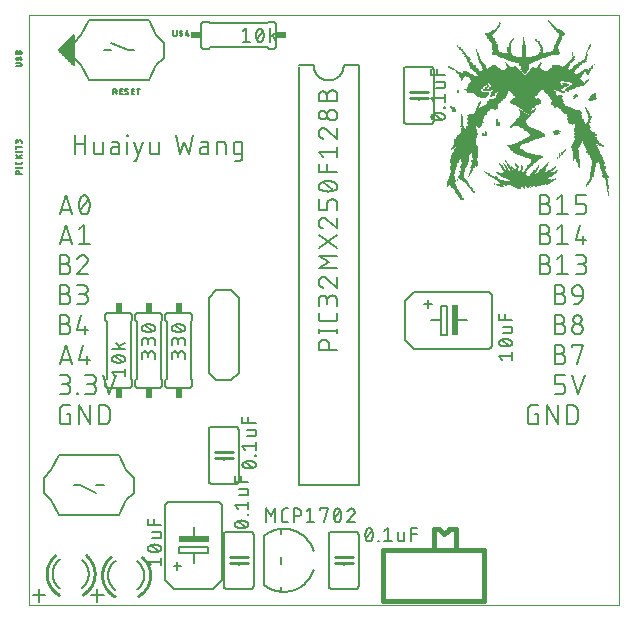
<source format=gto>
G75*
%MOIN*%
%OFA0B0*%
%FSLAX25Y25*%
%IPPOS*%
%LPD*%
%AMOC8*
5,1,8,0,0,1.08239X$1,22.5*
%
%ADD10C,0.00000*%
%ADD11C,0.00600*%
%ADD12R,0.01100X0.00100*%
%ADD13R,0.01200X0.00100*%
%ADD14R,0.00900X0.00100*%
%ADD15R,0.01000X0.00100*%
%ADD16R,0.01400X0.00100*%
%ADD17R,0.00300X0.00100*%
%ADD18R,0.01300X0.00100*%
%ADD19R,0.00500X0.00100*%
%ADD20R,0.00700X0.00100*%
%ADD21R,0.00100X0.00100*%
%ADD22R,0.00600X0.00100*%
%ADD23R,0.00400X0.00100*%
%ADD24R,0.01700X0.00100*%
%ADD25R,0.02000X0.00100*%
%ADD26R,0.00200X0.00100*%
%ADD27R,0.01800X0.00100*%
%ADD28R,0.04000X0.00100*%
%ADD29R,0.01500X0.00100*%
%ADD30R,0.06200X0.00100*%
%ADD31R,0.10300X0.00100*%
%ADD32R,0.02900X0.00100*%
%ADD33R,0.02600X0.00100*%
%ADD34R,0.10900X0.00100*%
%ADD35R,0.02700X0.00100*%
%ADD36R,0.15000X0.00100*%
%ADD37R,0.16900X0.00100*%
%ADD38R,0.17300X0.00100*%
%ADD39R,0.18000X0.00100*%
%ADD40R,0.00800X0.00100*%
%ADD41R,0.02500X0.00100*%
%ADD42R,0.02200X0.00100*%
%ADD43R,0.13900X0.00100*%
%ADD44R,0.01600X0.00100*%
%ADD45R,0.14400X0.00100*%
%ADD46R,0.13700X0.00100*%
%ADD47R,0.01900X0.00100*%
%ADD48R,0.13500X0.00100*%
%ADD49R,0.02100X0.00100*%
%ADD50R,0.14000X0.00100*%
%ADD51R,0.14800X0.00100*%
%ADD52R,0.15600X0.00100*%
%ADD53R,0.08500X0.00100*%
%ADD54R,0.07700X0.00100*%
%ADD55R,0.08900X0.00100*%
%ADD56R,0.07300X0.00100*%
%ADD57R,0.08700X0.00100*%
%ADD58R,0.05900X0.00100*%
%ADD59R,0.09200X0.00100*%
%ADD60R,0.07400X0.00100*%
%ADD61R,0.06100X0.00100*%
%ADD62R,0.06000X0.00100*%
%ADD63R,0.06300X0.00100*%
%ADD64R,0.02400X0.00100*%
%ADD65R,0.03000X0.00100*%
%ADD66R,0.03100X0.00100*%
%ADD67R,0.03700X0.00100*%
%ADD68R,0.03500X0.00100*%
%ADD69R,0.05000X0.00100*%
%ADD70R,0.03900X0.00100*%
%ADD71R,0.03800X0.00100*%
%ADD72R,0.05800X0.00100*%
%ADD73R,0.03600X0.00100*%
%ADD74R,0.05100X0.00100*%
%ADD75R,0.04300X0.00100*%
%ADD76R,0.04800X0.00100*%
%ADD77R,0.04200X0.00100*%
%ADD78R,0.04500X0.00100*%
%ADD79R,0.04100X0.00100*%
%ADD80R,0.08100X0.00100*%
%ADD81R,0.04400X0.00100*%
%ADD82R,0.07800X0.00100*%
%ADD83R,0.03400X0.00100*%
%ADD84R,0.07200X0.00100*%
%ADD85R,0.03200X0.00100*%
%ADD86R,0.07900X0.00100*%
%ADD87R,0.07600X0.00100*%
%ADD88R,0.07100X0.00100*%
%ADD89R,0.02800X0.00100*%
%ADD90R,0.05500X0.00100*%
%ADD91R,0.06800X0.00100*%
%ADD92R,0.05200X0.00100*%
%ADD93R,0.04900X0.00100*%
%ADD94R,0.03300X0.00100*%
%ADD95R,0.07500X0.00100*%
%ADD96R,0.06900X0.00100*%
%ADD97R,0.06700X0.00100*%
%ADD98R,0.04700X0.00100*%
%ADD99R,0.07000X0.00100*%
%ADD100R,0.06600X0.00100*%
%ADD101R,0.05400X0.00100*%
%ADD102R,0.05700X0.00100*%
%ADD103R,0.04600X0.00100*%
%ADD104R,0.05600X0.00100*%
%ADD105R,0.05300X0.00100*%
%ADD106R,0.02300X0.00100*%
%ADD107R,0.08400X0.00100*%
%ADD108R,0.09300X0.00100*%
%ADD109R,0.10200X0.00100*%
%ADD110R,0.09800X0.00100*%
%ADD111R,0.08800X0.00100*%
%ADD112R,0.09000X0.00100*%
%ADD113R,0.09500X0.00100*%
%ADD114R,0.16200X0.00100*%
%ADD115R,0.20100X0.00100*%
%ADD116R,0.25300X0.00100*%
%ADD117R,0.24100X0.00100*%
%ADD118R,0.24400X0.00100*%
%ADD119R,0.24800X0.00100*%
%ADD120R,0.25000X0.00100*%
%ADD121R,0.25500X0.00100*%
%ADD122R,0.23400X0.00100*%
%ADD123R,0.23800X0.00100*%
%ADD124R,0.29800X0.00100*%
%ADD125R,0.30000X0.00100*%
%ADD126R,0.29700X0.00100*%
%ADD127R,0.36600X0.00100*%
%ADD128R,0.36500X0.00100*%
%ADD129R,0.37200X0.00100*%
%ADD130R,0.37400X0.00100*%
%ADD131R,0.37900X0.00100*%
%ADD132R,0.34900X0.00100*%
%ADD133R,0.18900X0.00100*%
%ADD134R,0.15500X0.00100*%
%ADD135R,0.15300X0.00100*%
%ADD136R,0.15700X0.00100*%
%ADD137R,0.12600X0.00100*%
%ADD138R,0.08200X0.00100*%
%ADD139R,0.10600X0.00100*%
%ADD140R,0.11600X0.00100*%
%ADD141R,0.12800X0.00100*%
%ADD142C,0.01000*%
%ADD143C,0.00500*%
%ADD144R,0.02000X0.10000*%
%ADD145R,0.02400X0.03400*%
%ADD146R,0.03400X0.02400*%
%ADD147C,0.00700*%
%ADD148C,0.01600*%
%ADD149C,0.00800*%
%ADD150R,0.10000X0.02000*%
D10*
X0007500Y0002833D02*
X0007500Y0199684D01*
X0204350Y0199684D01*
X0204350Y0002833D01*
X0007500Y0002833D01*
D11*
X0008800Y0006122D02*
X0013067Y0006122D01*
X0010933Y0003989D02*
X0010933Y0008256D01*
X0015500Y0013333D02*
X0015502Y0013487D01*
X0015508Y0013641D01*
X0015518Y0013795D01*
X0015532Y0013949D01*
X0015549Y0014102D01*
X0015571Y0014254D01*
X0015597Y0014406D01*
X0015626Y0014558D01*
X0015660Y0014708D01*
X0015697Y0014858D01*
X0015738Y0015006D01*
X0015783Y0015154D01*
X0015832Y0015300D01*
X0015884Y0015445D01*
X0015940Y0015588D01*
X0016000Y0015731D01*
X0016063Y0015871D01*
X0016130Y0016010D01*
X0016201Y0016147D01*
X0016275Y0016282D01*
X0016352Y0016415D01*
X0016433Y0016547D01*
X0016517Y0016676D01*
X0016605Y0016803D01*
X0016696Y0016927D01*
X0016789Y0017049D01*
X0016887Y0017169D01*
X0016987Y0017286D01*
X0017090Y0017401D01*
X0017196Y0017513D01*
X0017304Y0017622D01*
X0017416Y0017728D01*
X0017530Y0017832D01*
X0017647Y0017932D01*
X0017766Y0018030D01*
X0017888Y0018124D01*
X0018013Y0018215D01*
X0027500Y0013333D02*
X0027498Y0013181D01*
X0027492Y0013030D01*
X0027483Y0012879D01*
X0027469Y0012727D01*
X0027452Y0012577D01*
X0027431Y0012427D01*
X0027406Y0012277D01*
X0027378Y0012128D01*
X0027345Y0011980D01*
X0027309Y0011833D01*
X0027270Y0011686D01*
X0027226Y0011541D01*
X0027179Y0011397D01*
X0027128Y0011254D01*
X0027074Y0011113D01*
X0027016Y0010972D01*
X0026955Y0010834D01*
X0026890Y0010697D01*
X0026821Y0010561D01*
X0026750Y0010428D01*
X0026675Y0010296D01*
X0026596Y0010166D01*
X0026515Y0010039D01*
X0026430Y0009913D01*
X0026342Y0009789D01*
X0026251Y0009668D01*
X0026157Y0009549D01*
X0026059Y0009433D01*
X0025959Y0009319D01*
X0025857Y0009207D01*
X0025751Y0009099D01*
X0025643Y0008993D01*
X0025532Y0008889D01*
X0025418Y0008789D01*
X0025302Y0008691D01*
X0025183Y0008597D01*
X0028300Y0006122D02*
X0032567Y0006122D01*
X0030433Y0003989D02*
X0030433Y0008256D01*
X0027500Y0013333D02*
X0027498Y0013485D01*
X0027492Y0013636D01*
X0027483Y0013787D01*
X0027469Y0013939D01*
X0027452Y0014089D01*
X0027431Y0014239D01*
X0027406Y0014389D01*
X0027378Y0014538D01*
X0027345Y0014686D01*
X0027309Y0014833D01*
X0027270Y0014980D01*
X0027226Y0015125D01*
X0027179Y0015269D01*
X0027128Y0015412D01*
X0027074Y0015553D01*
X0027016Y0015694D01*
X0026955Y0015832D01*
X0026890Y0015969D01*
X0026821Y0016105D01*
X0026750Y0016238D01*
X0026675Y0016370D01*
X0026596Y0016500D01*
X0026515Y0016627D01*
X0026430Y0016753D01*
X0026342Y0016877D01*
X0026251Y0016998D01*
X0026157Y0017117D01*
X0026059Y0017233D01*
X0025959Y0017347D01*
X0025857Y0017459D01*
X0025751Y0017567D01*
X0025643Y0017673D01*
X0025532Y0017777D01*
X0025418Y0017877D01*
X0025302Y0017975D01*
X0025183Y0018069D01*
X0015500Y0013333D02*
X0015502Y0013183D01*
X0015508Y0013032D01*
X0015517Y0012882D01*
X0015530Y0012733D01*
X0015547Y0012583D01*
X0015568Y0012434D01*
X0015592Y0012286D01*
X0015620Y0012138D01*
X0015652Y0011991D01*
X0015687Y0011845D01*
X0015727Y0011700D01*
X0015769Y0011556D01*
X0015816Y0011413D01*
X0015866Y0011271D01*
X0015919Y0011130D01*
X0015976Y0010991D01*
X0016036Y0010853D01*
X0016100Y0010717D01*
X0016167Y0010583D01*
X0016238Y0010450D01*
X0016312Y0010319D01*
X0016389Y0010190D01*
X0016470Y0010063D01*
X0016553Y0009938D01*
X0016640Y0009815D01*
X0016729Y0009694D01*
X0016822Y0009576D01*
X0016918Y0009460D01*
X0017016Y0009346D01*
X0017117Y0009235D01*
X0017222Y0009126D01*
X0017328Y0009021D01*
X0017438Y0008917D01*
X0017550Y0008817D01*
X0017664Y0008719D01*
X0017781Y0008625D01*
X0017900Y0008533D01*
X0034000Y0012833D02*
X0034002Y0012987D01*
X0034008Y0013141D01*
X0034018Y0013295D01*
X0034032Y0013449D01*
X0034049Y0013602D01*
X0034071Y0013754D01*
X0034097Y0013906D01*
X0034126Y0014058D01*
X0034160Y0014208D01*
X0034197Y0014358D01*
X0034238Y0014506D01*
X0034283Y0014654D01*
X0034332Y0014800D01*
X0034384Y0014945D01*
X0034440Y0015088D01*
X0034500Y0015231D01*
X0034563Y0015371D01*
X0034630Y0015510D01*
X0034701Y0015647D01*
X0034775Y0015782D01*
X0034852Y0015915D01*
X0034933Y0016047D01*
X0035017Y0016176D01*
X0035105Y0016303D01*
X0035196Y0016427D01*
X0035289Y0016549D01*
X0035387Y0016669D01*
X0035487Y0016786D01*
X0035590Y0016901D01*
X0035696Y0017013D01*
X0035804Y0017122D01*
X0035916Y0017228D01*
X0036030Y0017332D01*
X0036147Y0017432D01*
X0036266Y0017530D01*
X0036388Y0017624D01*
X0036513Y0017715D01*
X0046000Y0012833D02*
X0045998Y0012681D01*
X0045992Y0012530D01*
X0045983Y0012379D01*
X0045969Y0012227D01*
X0045952Y0012077D01*
X0045931Y0011927D01*
X0045906Y0011777D01*
X0045878Y0011628D01*
X0045845Y0011480D01*
X0045809Y0011333D01*
X0045770Y0011186D01*
X0045726Y0011041D01*
X0045679Y0010897D01*
X0045628Y0010754D01*
X0045574Y0010613D01*
X0045516Y0010472D01*
X0045455Y0010334D01*
X0045390Y0010197D01*
X0045321Y0010061D01*
X0045250Y0009928D01*
X0045175Y0009796D01*
X0045096Y0009666D01*
X0045015Y0009539D01*
X0044930Y0009413D01*
X0044842Y0009289D01*
X0044751Y0009168D01*
X0044657Y0009049D01*
X0044559Y0008933D01*
X0044459Y0008819D01*
X0044357Y0008707D01*
X0044251Y0008599D01*
X0044143Y0008493D01*
X0044032Y0008389D01*
X0043918Y0008289D01*
X0043802Y0008191D01*
X0043683Y0008097D01*
X0046000Y0012833D02*
X0045998Y0012985D01*
X0045992Y0013136D01*
X0045983Y0013287D01*
X0045969Y0013439D01*
X0045952Y0013589D01*
X0045931Y0013739D01*
X0045906Y0013889D01*
X0045878Y0014038D01*
X0045845Y0014186D01*
X0045809Y0014333D01*
X0045770Y0014480D01*
X0045726Y0014625D01*
X0045679Y0014769D01*
X0045628Y0014912D01*
X0045574Y0015053D01*
X0045516Y0015194D01*
X0045455Y0015332D01*
X0045390Y0015469D01*
X0045321Y0015605D01*
X0045250Y0015738D01*
X0045175Y0015870D01*
X0045096Y0016000D01*
X0045015Y0016127D01*
X0044930Y0016253D01*
X0044842Y0016377D01*
X0044751Y0016498D01*
X0044657Y0016617D01*
X0044559Y0016733D01*
X0044459Y0016847D01*
X0044357Y0016959D01*
X0044251Y0017067D01*
X0044143Y0017173D01*
X0044032Y0017277D01*
X0043918Y0017377D01*
X0043802Y0017475D01*
X0043683Y0017569D01*
X0034000Y0012833D02*
X0034002Y0012683D01*
X0034008Y0012532D01*
X0034017Y0012382D01*
X0034030Y0012233D01*
X0034047Y0012083D01*
X0034068Y0011934D01*
X0034092Y0011786D01*
X0034120Y0011638D01*
X0034152Y0011491D01*
X0034187Y0011345D01*
X0034227Y0011200D01*
X0034269Y0011056D01*
X0034316Y0010913D01*
X0034366Y0010771D01*
X0034419Y0010630D01*
X0034476Y0010491D01*
X0034536Y0010353D01*
X0034600Y0010217D01*
X0034667Y0010083D01*
X0034738Y0009950D01*
X0034812Y0009819D01*
X0034889Y0009690D01*
X0034970Y0009563D01*
X0035053Y0009438D01*
X0035140Y0009315D01*
X0035229Y0009194D01*
X0035322Y0009076D01*
X0035418Y0008960D01*
X0035516Y0008846D01*
X0035617Y0008735D01*
X0035722Y0008626D01*
X0035828Y0008521D01*
X0035938Y0008417D01*
X0036050Y0008317D01*
X0036164Y0008219D01*
X0036281Y0008125D01*
X0036400Y0008033D01*
X0053000Y0011333D02*
X0056000Y0008333D01*
X0069000Y0008333D01*
X0072000Y0011333D01*
X0072000Y0035833D01*
X0071998Y0035909D01*
X0071992Y0035985D01*
X0071983Y0036060D01*
X0071969Y0036135D01*
X0071952Y0036209D01*
X0071931Y0036282D01*
X0071907Y0036354D01*
X0071878Y0036425D01*
X0071847Y0036494D01*
X0071812Y0036561D01*
X0071773Y0036626D01*
X0071731Y0036690D01*
X0071686Y0036751D01*
X0071638Y0036810D01*
X0071587Y0036866D01*
X0071533Y0036920D01*
X0071477Y0036971D01*
X0071418Y0037019D01*
X0071357Y0037064D01*
X0071293Y0037106D01*
X0071228Y0037145D01*
X0071161Y0037180D01*
X0071092Y0037211D01*
X0071021Y0037240D01*
X0070949Y0037264D01*
X0070876Y0037285D01*
X0070802Y0037302D01*
X0070727Y0037316D01*
X0070652Y0037325D01*
X0070576Y0037331D01*
X0070500Y0037333D01*
X0054500Y0037333D01*
X0054424Y0037331D01*
X0054348Y0037325D01*
X0054273Y0037316D01*
X0054198Y0037302D01*
X0054124Y0037285D01*
X0054051Y0037264D01*
X0053979Y0037240D01*
X0053908Y0037211D01*
X0053839Y0037180D01*
X0053772Y0037145D01*
X0053707Y0037106D01*
X0053643Y0037064D01*
X0053582Y0037019D01*
X0053523Y0036971D01*
X0053467Y0036920D01*
X0053413Y0036866D01*
X0053362Y0036810D01*
X0053314Y0036751D01*
X0053269Y0036690D01*
X0053227Y0036626D01*
X0053188Y0036561D01*
X0053153Y0036494D01*
X0053122Y0036425D01*
X0053093Y0036354D01*
X0053069Y0036282D01*
X0053048Y0036209D01*
X0053031Y0036135D01*
X0053017Y0036060D01*
X0053008Y0035985D01*
X0053002Y0035909D01*
X0053000Y0035833D01*
X0053000Y0011333D01*
X0057100Y0014533D02*
X0057100Y0017133D01*
X0055900Y0015833D02*
X0058400Y0015833D01*
X0062500Y0016833D02*
X0062500Y0020333D01*
X0057700Y0020333D01*
X0057700Y0022333D01*
X0067300Y0022333D01*
X0067300Y0020333D01*
X0062500Y0020333D01*
X0062500Y0025333D02*
X0062500Y0028833D01*
X0072500Y0026333D02*
X0072500Y0009333D01*
X0072502Y0009273D01*
X0072507Y0009212D01*
X0072516Y0009153D01*
X0072529Y0009094D01*
X0072545Y0009035D01*
X0072565Y0008978D01*
X0072588Y0008923D01*
X0072615Y0008868D01*
X0072644Y0008816D01*
X0072677Y0008765D01*
X0072713Y0008716D01*
X0072751Y0008670D01*
X0072793Y0008626D01*
X0072837Y0008584D01*
X0072883Y0008546D01*
X0072932Y0008510D01*
X0072983Y0008477D01*
X0073035Y0008448D01*
X0073090Y0008421D01*
X0073145Y0008398D01*
X0073202Y0008378D01*
X0073261Y0008362D01*
X0073320Y0008349D01*
X0073379Y0008340D01*
X0073440Y0008335D01*
X0073500Y0008333D01*
X0081500Y0008333D01*
X0081560Y0008335D01*
X0081621Y0008340D01*
X0081680Y0008349D01*
X0081739Y0008362D01*
X0081798Y0008378D01*
X0081855Y0008398D01*
X0081910Y0008421D01*
X0081965Y0008448D01*
X0082017Y0008477D01*
X0082068Y0008510D01*
X0082117Y0008546D01*
X0082163Y0008584D01*
X0082207Y0008626D01*
X0082249Y0008670D01*
X0082287Y0008716D01*
X0082323Y0008765D01*
X0082356Y0008816D01*
X0082385Y0008868D01*
X0082412Y0008923D01*
X0082435Y0008978D01*
X0082455Y0009035D01*
X0082471Y0009094D01*
X0082484Y0009153D01*
X0082493Y0009212D01*
X0082498Y0009273D01*
X0082500Y0009333D01*
X0082500Y0026333D01*
X0082498Y0026393D01*
X0082493Y0026454D01*
X0082484Y0026513D01*
X0082471Y0026572D01*
X0082455Y0026631D01*
X0082435Y0026688D01*
X0082412Y0026743D01*
X0082385Y0026798D01*
X0082356Y0026850D01*
X0082323Y0026901D01*
X0082287Y0026950D01*
X0082249Y0026996D01*
X0082207Y0027040D01*
X0082163Y0027082D01*
X0082117Y0027120D01*
X0082068Y0027156D01*
X0082017Y0027189D01*
X0081965Y0027218D01*
X0081910Y0027245D01*
X0081855Y0027268D01*
X0081798Y0027288D01*
X0081739Y0027304D01*
X0081680Y0027317D01*
X0081621Y0027326D01*
X0081560Y0027331D01*
X0081500Y0027333D01*
X0073500Y0027333D01*
X0073440Y0027331D01*
X0073379Y0027326D01*
X0073320Y0027317D01*
X0073261Y0027304D01*
X0073202Y0027288D01*
X0073145Y0027268D01*
X0073090Y0027245D01*
X0073035Y0027218D01*
X0072983Y0027189D01*
X0072932Y0027156D01*
X0072883Y0027120D01*
X0072837Y0027082D01*
X0072793Y0027040D01*
X0072751Y0026996D01*
X0072713Y0026950D01*
X0072677Y0026901D01*
X0072644Y0026850D01*
X0072615Y0026798D01*
X0072588Y0026743D01*
X0072565Y0026688D01*
X0072545Y0026631D01*
X0072529Y0026572D01*
X0072516Y0026513D01*
X0072507Y0026454D01*
X0072502Y0026393D01*
X0072500Y0026333D01*
X0077500Y0019333D02*
X0077500Y0018833D01*
X0077500Y0016833D02*
X0077500Y0016333D01*
X0076500Y0043333D02*
X0068500Y0043333D01*
X0068440Y0043335D01*
X0068379Y0043340D01*
X0068320Y0043349D01*
X0068261Y0043362D01*
X0068202Y0043378D01*
X0068145Y0043398D01*
X0068090Y0043421D01*
X0068035Y0043448D01*
X0067983Y0043477D01*
X0067932Y0043510D01*
X0067883Y0043546D01*
X0067837Y0043584D01*
X0067793Y0043626D01*
X0067751Y0043670D01*
X0067713Y0043716D01*
X0067677Y0043765D01*
X0067644Y0043816D01*
X0067615Y0043868D01*
X0067588Y0043923D01*
X0067565Y0043978D01*
X0067545Y0044035D01*
X0067529Y0044094D01*
X0067516Y0044153D01*
X0067507Y0044212D01*
X0067502Y0044273D01*
X0067500Y0044333D01*
X0067500Y0061333D01*
X0067502Y0061393D01*
X0067507Y0061454D01*
X0067516Y0061513D01*
X0067529Y0061572D01*
X0067545Y0061631D01*
X0067565Y0061688D01*
X0067588Y0061743D01*
X0067615Y0061798D01*
X0067644Y0061850D01*
X0067677Y0061901D01*
X0067713Y0061950D01*
X0067751Y0061996D01*
X0067793Y0062040D01*
X0067837Y0062082D01*
X0067883Y0062120D01*
X0067932Y0062156D01*
X0067983Y0062189D01*
X0068035Y0062218D01*
X0068090Y0062245D01*
X0068145Y0062268D01*
X0068202Y0062288D01*
X0068261Y0062304D01*
X0068320Y0062317D01*
X0068379Y0062326D01*
X0068440Y0062331D01*
X0068500Y0062333D01*
X0076500Y0062333D01*
X0076560Y0062331D01*
X0076621Y0062326D01*
X0076680Y0062317D01*
X0076739Y0062304D01*
X0076798Y0062288D01*
X0076855Y0062268D01*
X0076910Y0062245D01*
X0076965Y0062218D01*
X0077017Y0062189D01*
X0077068Y0062156D01*
X0077117Y0062120D01*
X0077163Y0062082D01*
X0077207Y0062040D01*
X0077249Y0061996D01*
X0077287Y0061950D01*
X0077323Y0061901D01*
X0077356Y0061850D01*
X0077385Y0061798D01*
X0077412Y0061743D01*
X0077435Y0061688D01*
X0077455Y0061631D01*
X0077471Y0061572D01*
X0077484Y0061513D01*
X0077493Y0061454D01*
X0077498Y0061393D01*
X0077500Y0061333D01*
X0077500Y0044333D01*
X0077498Y0044273D01*
X0077493Y0044212D01*
X0077484Y0044153D01*
X0077471Y0044094D01*
X0077455Y0044035D01*
X0077435Y0043978D01*
X0077412Y0043923D01*
X0077385Y0043868D01*
X0077356Y0043816D01*
X0077323Y0043765D01*
X0077287Y0043716D01*
X0077249Y0043670D01*
X0077207Y0043626D01*
X0077163Y0043584D01*
X0077117Y0043546D01*
X0077068Y0043510D01*
X0077017Y0043477D01*
X0076965Y0043448D01*
X0076910Y0043421D01*
X0076855Y0043398D01*
X0076798Y0043378D01*
X0076739Y0043362D01*
X0076680Y0043349D01*
X0076621Y0043340D01*
X0076560Y0043335D01*
X0076500Y0043333D01*
X0072500Y0051333D02*
X0072500Y0051833D01*
X0072500Y0053833D02*
X0072500Y0054333D01*
X0061000Y0075333D02*
X0054000Y0075333D01*
X0053940Y0075335D01*
X0053879Y0075340D01*
X0053820Y0075349D01*
X0053761Y0075362D01*
X0053702Y0075378D01*
X0053645Y0075398D01*
X0053590Y0075421D01*
X0053535Y0075448D01*
X0053483Y0075477D01*
X0053432Y0075510D01*
X0053383Y0075546D01*
X0053337Y0075584D01*
X0053293Y0075626D01*
X0053251Y0075670D01*
X0053213Y0075716D01*
X0053177Y0075765D01*
X0053144Y0075816D01*
X0053115Y0075868D01*
X0053088Y0075923D01*
X0053065Y0075978D01*
X0053045Y0076035D01*
X0053029Y0076094D01*
X0053016Y0076153D01*
X0053007Y0076212D01*
X0053002Y0076273D01*
X0053000Y0076333D01*
X0053000Y0077833D01*
X0053500Y0078333D01*
X0053500Y0097333D01*
X0053000Y0097833D01*
X0053000Y0099333D01*
X0052000Y0099333D02*
X0052000Y0097833D01*
X0051500Y0097333D01*
X0051500Y0078333D01*
X0052000Y0077833D01*
X0052000Y0076333D01*
X0051998Y0076273D01*
X0051993Y0076212D01*
X0051984Y0076153D01*
X0051971Y0076094D01*
X0051955Y0076035D01*
X0051935Y0075978D01*
X0051912Y0075923D01*
X0051885Y0075868D01*
X0051856Y0075816D01*
X0051823Y0075765D01*
X0051787Y0075716D01*
X0051749Y0075670D01*
X0051707Y0075626D01*
X0051663Y0075584D01*
X0051617Y0075546D01*
X0051568Y0075510D01*
X0051517Y0075477D01*
X0051465Y0075448D01*
X0051410Y0075421D01*
X0051355Y0075398D01*
X0051298Y0075378D01*
X0051239Y0075362D01*
X0051180Y0075349D01*
X0051121Y0075340D01*
X0051060Y0075335D01*
X0051000Y0075333D01*
X0044000Y0075333D01*
X0043940Y0075335D01*
X0043879Y0075340D01*
X0043820Y0075349D01*
X0043761Y0075362D01*
X0043702Y0075378D01*
X0043645Y0075398D01*
X0043590Y0075421D01*
X0043535Y0075448D01*
X0043483Y0075477D01*
X0043432Y0075510D01*
X0043383Y0075546D01*
X0043337Y0075584D01*
X0043293Y0075626D01*
X0043251Y0075670D01*
X0043213Y0075716D01*
X0043177Y0075765D01*
X0043144Y0075816D01*
X0043115Y0075868D01*
X0043088Y0075923D01*
X0043065Y0075978D01*
X0043045Y0076035D01*
X0043029Y0076094D01*
X0043016Y0076153D01*
X0043007Y0076212D01*
X0043002Y0076273D01*
X0043000Y0076333D01*
X0043000Y0077833D01*
X0043500Y0078333D01*
X0043500Y0097333D01*
X0043000Y0097833D01*
X0043000Y0099333D01*
X0042000Y0099333D02*
X0042000Y0097833D01*
X0041500Y0097333D01*
X0041500Y0078333D01*
X0042000Y0077833D01*
X0042000Y0076333D01*
X0041998Y0076273D01*
X0041993Y0076212D01*
X0041984Y0076153D01*
X0041971Y0076094D01*
X0041955Y0076035D01*
X0041935Y0075978D01*
X0041912Y0075923D01*
X0041885Y0075868D01*
X0041856Y0075816D01*
X0041823Y0075765D01*
X0041787Y0075716D01*
X0041749Y0075670D01*
X0041707Y0075626D01*
X0041663Y0075584D01*
X0041617Y0075546D01*
X0041568Y0075510D01*
X0041517Y0075477D01*
X0041465Y0075448D01*
X0041410Y0075421D01*
X0041355Y0075398D01*
X0041298Y0075378D01*
X0041239Y0075362D01*
X0041180Y0075349D01*
X0041121Y0075340D01*
X0041060Y0075335D01*
X0041000Y0075333D01*
X0034000Y0075333D01*
X0033940Y0075335D01*
X0033879Y0075340D01*
X0033820Y0075349D01*
X0033761Y0075362D01*
X0033702Y0075378D01*
X0033645Y0075398D01*
X0033590Y0075421D01*
X0033535Y0075448D01*
X0033483Y0075477D01*
X0033432Y0075510D01*
X0033383Y0075546D01*
X0033337Y0075584D01*
X0033293Y0075626D01*
X0033251Y0075670D01*
X0033213Y0075716D01*
X0033177Y0075765D01*
X0033144Y0075816D01*
X0033115Y0075868D01*
X0033088Y0075923D01*
X0033065Y0075978D01*
X0033045Y0076035D01*
X0033029Y0076094D01*
X0033016Y0076153D01*
X0033007Y0076212D01*
X0033002Y0076273D01*
X0033000Y0076333D01*
X0033000Y0077833D01*
X0033500Y0078333D01*
X0033500Y0097333D01*
X0033000Y0097833D01*
X0033000Y0099333D01*
X0033002Y0099393D01*
X0033007Y0099454D01*
X0033016Y0099513D01*
X0033029Y0099572D01*
X0033045Y0099631D01*
X0033065Y0099688D01*
X0033088Y0099743D01*
X0033115Y0099798D01*
X0033144Y0099850D01*
X0033177Y0099901D01*
X0033213Y0099950D01*
X0033251Y0099996D01*
X0033293Y0100040D01*
X0033337Y0100082D01*
X0033383Y0100120D01*
X0033432Y0100156D01*
X0033483Y0100189D01*
X0033535Y0100218D01*
X0033590Y0100245D01*
X0033645Y0100268D01*
X0033702Y0100288D01*
X0033761Y0100304D01*
X0033820Y0100317D01*
X0033879Y0100326D01*
X0033940Y0100331D01*
X0034000Y0100333D01*
X0041000Y0100333D01*
X0041060Y0100331D01*
X0041121Y0100326D01*
X0041180Y0100317D01*
X0041239Y0100304D01*
X0041298Y0100288D01*
X0041355Y0100268D01*
X0041410Y0100245D01*
X0041465Y0100218D01*
X0041517Y0100189D01*
X0041568Y0100156D01*
X0041617Y0100120D01*
X0041663Y0100082D01*
X0041707Y0100040D01*
X0041749Y0099996D01*
X0041787Y0099950D01*
X0041823Y0099901D01*
X0041856Y0099850D01*
X0041885Y0099798D01*
X0041912Y0099743D01*
X0041935Y0099688D01*
X0041955Y0099631D01*
X0041971Y0099572D01*
X0041984Y0099513D01*
X0041993Y0099454D01*
X0041998Y0099393D01*
X0042000Y0099333D01*
X0043000Y0099333D02*
X0043002Y0099393D01*
X0043007Y0099454D01*
X0043016Y0099513D01*
X0043029Y0099572D01*
X0043045Y0099631D01*
X0043065Y0099688D01*
X0043088Y0099743D01*
X0043115Y0099798D01*
X0043144Y0099850D01*
X0043177Y0099901D01*
X0043213Y0099950D01*
X0043251Y0099996D01*
X0043293Y0100040D01*
X0043337Y0100082D01*
X0043383Y0100120D01*
X0043432Y0100156D01*
X0043483Y0100189D01*
X0043535Y0100218D01*
X0043590Y0100245D01*
X0043645Y0100268D01*
X0043702Y0100288D01*
X0043761Y0100304D01*
X0043820Y0100317D01*
X0043879Y0100326D01*
X0043940Y0100331D01*
X0044000Y0100333D01*
X0051000Y0100333D01*
X0051060Y0100331D01*
X0051121Y0100326D01*
X0051180Y0100317D01*
X0051239Y0100304D01*
X0051298Y0100288D01*
X0051355Y0100268D01*
X0051410Y0100245D01*
X0051465Y0100218D01*
X0051517Y0100189D01*
X0051568Y0100156D01*
X0051617Y0100120D01*
X0051663Y0100082D01*
X0051707Y0100040D01*
X0051749Y0099996D01*
X0051787Y0099950D01*
X0051823Y0099901D01*
X0051856Y0099850D01*
X0051885Y0099798D01*
X0051912Y0099743D01*
X0051935Y0099688D01*
X0051955Y0099631D01*
X0051971Y0099572D01*
X0051984Y0099513D01*
X0051993Y0099454D01*
X0051998Y0099393D01*
X0052000Y0099333D01*
X0053000Y0099333D02*
X0053002Y0099393D01*
X0053007Y0099454D01*
X0053016Y0099513D01*
X0053029Y0099572D01*
X0053045Y0099631D01*
X0053065Y0099688D01*
X0053088Y0099743D01*
X0053115Y0099798D01*
X0053144Y0099850D01*
X0053177Y0099901D01*
X0053213Y0099950D01*
X0053251Y0099996D01*
X0053293Y0100040D01*
X0053337Y0100082D01*
X0053383Y0100120D01*
X0053432Y0100156D01*
X0053483Y0100189D01*
X0053535Y0100218D01*
X0053590Y0100245D01*
X0053645Y0100268D01*
X0053702Y0100288D01*
X0053761Y0100304D01*
X0053820Y0100317D01*
X0053879Y0100326D01*
X0053940Y0100331D01*
X0054000Y0100333D01*
X0061000Y0100333D01*
X0061060Y0100331D01*
X0061121Y0100326D01*
X0061180Y0100317D01*
X0061239Y0100304D01*
X0061298Y0100288D01*
X0061355Y0100268D01*
X0061410Y0100245D01*
X0061465Y0100218D01*
X0061517Y0100189D01*
X0061568Y0100156D01*
X0061617Y0100120D01*
X0061663Y0100082D01*
X0061707Y0100040D01*
X0061749Y0099996D01*
X0061787Y0099950D01*
X0061823Y0099901D01*
X0061856Y0099850D01*
X0061885Y0099798D01*
X0061912Y0099743D01*
X0061935Y0099688D01*
X0061955Y0099631D01*
X0061971Y0099572D01*
X0061984Y0099513D01*
X0061993Y0099454D01*
X0061998Y0099393D01*
X0062000Y0099333D01*
X0062000Y0097833D01*
X0061500Y0097333D01*
X0061500Y0078333D01*
X0062000Y0077833D01*
X0062000Y0076333D01*
X0061998Y0076273D01*
X0061993Y0076212D01*
X0061984Y0076153D01*
X0061971Y0076094D01*
X0061955Y0076035D01*
X0061935Y0075978D01*
X0061912Y0075923D01*
X0061885Y0075868D01*
X0061856Y0075816D01*
X0061823Y0075765D01*
X0061787Y0075716D01*
X0061749Y0075670D01*
X0061707Y0075626D01*
X0061663Y0075584D01*
X0061617Y0075546D01*
X0061568Y0075510D01*
X0061517Y0075477D01*
X0061465Y0075448D01*
X0061410Y0075421D01*
X0061355Y0075398D01*
X0061298Y0075378D01*
X0061239Y0075362D01*
X0061180Y0075349D01*
X0061121Y0075340D01*
X0061060Y0075335D01*
X0061000Y0075333D01*
X0036481Y0079533D02*
X0034347Y0073133D01*
X0032214Y0079533D01*
X0028549Y0079533D02*
X0026416Y0079533D01*
X0028549Y0079533D02*
X0028623Y0079531D01*
X0028698Y0079525D01*
X0028771Y0079515D01*
X0028845Y0079502D01*
X0028917Y0079485D01*
X0028988Y0079463D01*
X0029059Y0079439D01*
X0029127Y0079410D01*
X0029195Y0079378D01*
X0029260Y0079342D01*
X0029323Y0079304D01*
X0029385Y0079261D01*
X0029444Y0079216D01*
X0029501Y0079168D01*
X0029555Y0079117D01*
X0029606Y0079063D01*
X0029654Y0079006D01*
X0029699Y0078947D01*
X0029742Y0078885D01*
X0029780Y0078822D01*
X0029816Y0078757D01*
X0029848Y0078689D01*
X0029877Y0078621D01*
X0029901Y0078550D01*
X0029923Y0078479D01*
X0029940Y0078407D01*
X0029953Y0078333D01*
X0029963Y0078260D01*
X0029969Y0078185D01*
X0029971Y0078111D01*
X0029969Y0078037D01*
X0029963Y0077962D01*
X0029953Y0077889D01*
X0029940Y0077815D01*
X0029923Y0077743D01*
X0029901Y0077672D01*
X0029877Y0077601D01*
X0029848Y0077533D01*
X0029816Y0077465D01*
X0029780Y0077400D01*
X0029742Y0077337D01*
X0029699Y0077275D01*
X0029654Y0077216D01*
X0029606Y0077159D01*
X0029555Y0077105D01*
X0029501Y0077054D01*
X0029444Y0077006D01*
X0029385Y0076961D01*
X0029323Y0076918D01*
X0029260Y0076880D01*
X0029195Y0076844D01*
X0029127Y0076812D01*
X0029059Y0076783D01*
X0028988Y0076759D01*
X0028917Y0076737D01*
X0028845Y0076720D01*
X0028771Y0076707D01*
X0028698Y0076697D01*
X0028623Y0076691D01*
X0028549Y0076689D01*
X0027127Y0076689D01*
X0028193Y0076689D02*
X0028276Y0076687D01*
X0028359Y0076681D01*
X0028442Y0076671D01*
X0028525Y0076658D01*
X0028606Y0076640D01*
X0028687Y0076619D01*
X0028766Y0076594D01*
X0028844Y0076565D01*
X0028921Y0076533D01*
X0028996Y0076497D01*
X0029070Y0076458D01*
X0029141Y0076415D01*
X0029211Y0076369D01*
X0029278Y0076319D01*
X0029343Y0076267D01*
X0029405Y0076212D01*
X0029465Y0076153D01*
X0029522Y0076092D01*
X0029576Y0076029D01*
X0029627Y0075963D01*
X0029674Y0075894D01*
X0029719Y0075824D01*
X0029760Y0075751D01*
X0029797Y0075677D01*
X0029832Y0075601D01*
X0029862Y0075523D01*
X0029889Y0075445D01*
X0029912Y0075364D01*
X0029932Y0075283D01*
X0029947Y0075201D01*
X0029959Y0075119D01*
X0029967Y0075036D01*
X0029971Y0074953D01*
X0029971Y0074869D01*
X0029967Y0074786D01*
X0029959Y0074703D01*
X0029947Y0074621D01*
X0029932Y0074539D01*
X0029912Y0074458D01*
X0029889Y0074377D01*
X0029862Y0074299D01*
X0029832Y0074221D01*
X0029797Y0074145D01*
X0029760Y0074071D01*
X0029719Y0073998D01*
X0029674Y0073928D01*
X0029627Y0073859D01*
X0029576Y0073793D01*
X0029522Y0073730D01*
X0029465Y0073669D01*
X0029405Y0073610D01*
X0029343Y0073555D01*
X0029278Y0073503D01*
X0029211Y0073453D01*
X0029141Y0073407D01*
X0029070Y0073364D01*
X0028996Y0073325D01*
X0028921Y0073289D01*
X0028844Y0073257D01*
X0028766Y0073228D01*
X0028687Y0073203D01*
X0028606Y0073182D01*
X0028525Y0073164D01*
X0028442Y0073151D01*
X0028359Y0073141D01*
X0028276Y0073135D01*
X0028193Y0073133D01*
X0026416Y0073133D01*
X0024063Y0073133D02*
X0023708Y0073133D01*
X0023708Y0073489D01*
X0024063Y0073489D01*
X0024063Y0073133D01*
X0024364Y0069533D02*
X0027920Y0063133D01*
X0027920Y0069533D01*
X0030929Y0069533D02*
X0032706Y0069533D01*
X0030929Y0069533D02*
X0030929Y0063133D01*
X0032706Y0063133D01*
X0032788Y0063135D01*
X0032870Y0063141D01*
X0032952Y0063150D01*
X0033033Y0063163D01*
X0033113Y0063180D01*
X0033193Y0063201D01*
X0033271Y0063225D01*
X0033348Y0063253D01*
X0033424Y0063284D01*
X0033499Y0063319D01*
X0033571Y0063358D01*
X0033642Y0063399D01*
X0033711Y0063444D01*
X0033777Y0063492D01*
X0033842Y0063543D01*
X0033904Y0063597D01*
X0033963Y0063654D01*
X0034020Y0063713D01*
X0034074Y0063775D01*
X0034125Y0063840D01*
X0034173Y0063906D01*
X0034218Y0063975D01*
X0034259Y0064046D01*
X0034298Y0064118D01*
X0034333Y0064193D01*
X0034364Y0064269D01*
X0034392Y0064346D01*
X0034416Y0064424D01*
X0034437Y0064504D01*
X0034454Y0064584D01*
X0034467Y0064665D01*
X0034476Y0064747D01*
X0034482Y0064829D01*
X0034484Y0064911D01*
X0034484Y0067756D01*
X0034482Y0067838D01*
X0034476Y0067920D01*
X0034467Y0068002D01*
X0034454Y0068083D01*
X0034437Y0068163D01*
X0034416Y0068243D01*
X0034392Y0068321D01*
X0034364Y0068398D01*
X0034333Y0068474D01*
X0034298Y0068549D01*
X0034259Y0068621D01*
X0034218Y0068692D01*
X0034173Y0068761D01*
X0034125Y0068827D01*
X0034074Y0068892D01*
X0034020Y0068954D01*
X0033963Y0069013D01*
X0033904Y0069070D01*
X0033842Y0069124D01*
X0033777Y0069175D01*
X0033711Y0069223D01*
X0033642Y0069268D01*
X0033571Y0069309D01*
X0033499Y0069348D01*
X0033424Y0069383D01*
X0033348Y0069414D01*
X0033271Y0069442D01*
X0033193Y0069466D01*
X0033113Y0069487D01*
X0033033Y0069504D01*
X0032952Y0069517D01*
X0032870Y0069526D01*
X0032788Y0069532D01*
X0032706Y0069534D01*
X0024364Y0069533D02*
X0024364Y0063133D01*
X0021356Y0063133D02*
X0019222Y0063133D01*
X0019222Y0063134D02*
X0019148Y0063136D01*
X0019073Y0063142D01*
X0019000Y0063152D01*
X0018926Y0063165D01*
X0018854Y0063182D01*
X0018783Y0063204D01*
X0018712Y0063228D01*
X0018644Y0063257D01*
X0018576Y0063289D01*
X0018511Y0063325D01*
X0018448Y0063363D01*
X0018386Y0063406D01*
X0018327Y0063451D01*
X0018270Y0063499D01*
X0018216Y0063550D01*
X0018165Y0063604D01*
X0018117Y0063661D01*
X0018072Y0063720D01*
X0018029Y0063782D01*
X0017991Y0063845D01*
X0017955Y0063910D01*
X0017923Y0063978D01*
X0017894Y0064046D01*
X0017870Y0064117D01*
X0017848Y0064188D01*
X0017831Y0064260D01*
X0017818Y0064334D01*
X0017808Y0064407D01*
X0017802Y0064482D01*
X0017800Y0064556D01*
X0017800Y0068111D01*
X0017802Y0068185D01*
X0017808Y0068260D01*
X0017818Y0068333D01*
X0017831Y0068407D01*
X0017848Y0068479D01*
X0017870Y0068550D01*
X0017894Y0068621D01*
X0017923Y0068689D01*
X0017955Y0068757D01*
X0017991Y0068822D01*
X0018029Y0068885D01*
X0018072Y0068947D01*
X0018117Y0069006D01*
X0018165Y0069062D01*
X0018216Y0069117D01*
X0018270Y0069168D01*
X0018327Y0069216D01*
X0018386Y0069261D01*
X0018448Y0069304D01*
X0018511Y0069342D01*
X0018576Y0069378D01*
X0018644Y0069410D01*
X0018712Y0069439D01*
X0018783Y0069463D01*
X0018854Y0069485D01*
X0018926Y0069502D01*
X0019000Y0069515D01*
X0019073Y0069525D01*
X0019148Y0069531D01*
X0019222Y0069533D01*
X0021356Y0069533D01*
X0021356Y0066689D02*
X0020289Y0066689D01*
X0021356Y0066689D02*
X0021356Y0063133D01*
X0019578Y0073133D02*
X0017800Y0073133D01*
X0019578Y0073133D02*
X0019661Y0073135D01*
X0019744Y0073141D01*
X0019827Y0073151D01*
X0019910Y0073164D01*
X0019991Y0073182D01*
X0020072Y0073203D01*
X0020151Y0073228D01*
X0020229Y0073257D01*
X0020306Y0073289D01*
X0020381Y0073325D01*
X0020455Y0073364D01*
X0020526Y0073407D01*
X0020596Y0073453D01*
X0020663Y0073503D01*
X0020728Y0073555D01*
X0020790Y0073610D01*
X0020850Y0073669D01*
X0020907Y0073730D01*
X0020961Y0073793D01*
X0021012Y0073859D01*
X0021059Y0073928D01*
X0021104Y0073998D01*
X0021145Y0074071D01*
X0021182Y0074145D01*
X0021217Y0074221D01*
X0021247Y0074299D01*
X0021274Y0074377D01*
X0021297Y0074458D01*
X0021317Y0074539D01*
X0021332Y0074621D01*
X0021344Y0074703D01*
X0021352Y0074786D01*
X0021356Y0074869D01*
X0021356Y0074953D01*
X0021352Y0075036D01*
X0021344Y0075119D01*
X0021332Y0075201D01*
X0021317Y0075283D01*
X0021297Y0075364D01*
X0021274Y0075445D01*
X0021247Y0075523D01*
X0021217Y0075601D01*
X0021182Y0075677D01*
X0021145Y0075751D01*
X0021104Y0075824D01*
X0021059Y0075894D01*
X0021012Y0075963D01*
X0020961Y0076029D01*
X0020907Y0076092D01*
X0020850Y0076153D01*
X0020790Y0076212D01*
X0020728Y0076267D01*
X0020663Y0076319D01*
X0020596Y0076369D01*
X0020526Y0076415D01*
X0020455Y0076458D01*
X0020381Y0076497D01*
X0020306Y0076533D01*
X0020229Y0076565D01*
X0020151Y0076594D01*
X0020072Y0076619D01*
X0019991Y0076640D01*
X0019910Y0076658D01*
X0019827Y0076671D01*
X0019744Y0076681D01*
X0019661Y0076687D01*
X0019578Y0076689D01*
X0019933Y0076689D02*
X0018511Y0076689D01*
X0019933Y0076689D02*
X0020007Y0076691D01*
X0020082Y0076697D01*
X0020155Y0076707D01*
X0020229Y0076720D01*
X0020301Y0076737D01*
X0020372Y0076759D01*
X0020443Y0076783D01*
X0020511Y0076812D01*
X0020579Y0076844D01*
X0020644Y0076880D01*
X0020707Y0076918D01*
X0020769Y0076961D01*
X0020828Y0077006D01*
X0020885Y0077054D01*
X0020939Y0077105D01*
X0020990Y0077159D01*
X0021038Y0077216D01*
X0021083Y0077275D01*
X0021126Y0077337D01*
X0021164Y0077400D01*
X0021200Y0077465D01*
X0021232Y0077533D01*
X0021261Y0077601D01*
X0021285Y0077672D01*
X0021307Y0077743D01*
X0021324Y0077815D01*
X0021337Y0077889D01*
X0021347Y0077962D01*
X0021353Y0078037D01*
X0021355Y0078111D01*
X0021353Y0078185D01*
X0021347Y0078260D01*
X0021337Y0078333D01*
X0021324Y0078407D01*
X0021307Y0078479D01*
X0021285Y0078550D01*
X0021261Y0078621D01*
X0021232Y0078689D01*
X0021200Y0078757D01*
X0021164Y0078822D01*
X0021126Y0078885D01*
X0021083Y0078947D01*
X0021038Y0079006D01*
X0020990Y0079063D01*
X0020939Y0079117D01*
X0020885Y0079168D01*
X0020828Y0079216D01*
X0020769Y0079261D01*
X0020707Y0079304D01*
X0020644Y0079342D01*
X0020579Y0079378D01*
X0020511Y0079410D01*
X0020443Y0079439D01*
X0020372Y0079463D01*
X0020301Y0079485D01*
X0020229Y0079502D01*
X0020155Y0079515D01*
X0020082Y0079525D01*
X0020007Y0079531D01*
X0019933Y0079533D01*
X0017800Y0079533D01*
X0017800Y0083133D02*
X0019933Y0089533D01*
X0022067Y0083133D01*
X0021533Y0084733D02*
X0018333Y0084733D01*
X0024310Y0084556D02*
X0027865Y0084556D01*
X0026798Y0085978D02*
X0026798Y0083133D01*
X0024310Y0084556D02*
X0025732Y0089533D01*
X0026155Y0093133D02*
X0026155Y0095978D01*
X0027221Y0094556D02*
X0023666Y0094556D01*
X0025088Y0099533D01*
X0025444Y0103133D02*
X0023666Y0103133D01*
X0025444Y0103133D02*
X0025527Y0103135D01*
X0025610Y0103141D01*
X0025693Y0103151D01*
X0025776Y0103164D01*
X0025857Y0103182D01*
X0025938Y0103203D01*
X0026017Y0103228D01*
X0026095Y0103257D01*
X0026172Y0103289D01*
X0026247Y0103325D01*
X0026321Y0103364D01*
X0026392Y0103407D01*
X0026462Y0103453D01*
X0026529Y0103503D01*
X0026594Y0103555D01*
X0026656Y0103610D01*
X0026716Y0103669D01*
X0026773Y0103730D01*
X0026827Y0103793D01*
X0026878Y0103859D01*
X0026925Y0103928D01*
X0026970Y0103998D01*
X0027011Y0104071D01*
X0027048Y0104145D01*
X0027083Y0104221D01*
X0027113Y0104299D01*
X0027140Y0104377D01*
X0027163Y0104458D01*
X0027183Y0104539D01*
X0027198Y0104621D01*
X0027210Y0104703D01*
X0027218Y0104786D01*
X0027222Y0104869D01*
X0027222Y0104953D01*
X0027218Y0105036D01*
X0027210Y0105119D01*
X0027198Y0105201D01*
X0027183Y0105283D01*
X0027163Y0105364D01*
X0027140Y0105445D01*
X0027113Y0105523D01*
X0027083Y0105601D01*
X0027048Y0105677D01*
X0027011Y0105751D01*
X0026970Y0105824D01*
X0026925Y0105894D01*
X0026878Y0105963D01*
X0026827Y0106029D01*
X0026773Y0106092D01*
X0026716Y0106153D01*
X0026656Y0106212D01*
X0026594Y0106267D01*
X0026529Y0106319D01*
X0026462Y0106369D01*
X0026392Y0106415D01*
X0026321Y0106458D01*
X0026247Y0106497D01*
X0026172Y0106533D01*
X0026095Y0106565D01*
X0026017Y0106594D01*
X0025938Y0106619D01*
X0025857Y0106640D01*
X0025776Y0106658D01*
X0025693Y0106671D01*
X0025610Y0106681D01*
X0025527Y0106687D01*
X0025444Y0106689D01*
X0025799Y0106689D02*
X0024377Y0106689D01*
X0025799Y0106689D02*
X0025873Y0106691D01*
X0025948Y0106697D01*
X0026021Y0106707D01*
X0026095Y0106720D01*
X0026167Y0106737D01*
X0026238Y0106759D01*
X0026309Y0106783D01*
X0026377Y0106812D01*
X0026445Y0106844D01*
X0026510Y0106880D01*
X0026573Y0106918D01*
X0026635Y0106961D01*
X0026694Y0107006D01*
X0026751Y0107054D01*
X0026805Y0107105D01*
X0026856Y0107159D01*
X0026904Y0107216D01*
X0026949Y0107275D01*
X0026992Y0107337D01*
X0027030Y0107400D01*
X0027066Y0107465D01*
X0027098Y0107533D01*
X0027127Y0107601D01*
X0027151Y0107672D01*
X0027173Y0107743D01*
X0027190Y0107815D01*
X0027203Y0107889D01*
X0027213Y0107962D01*
X0027219Y0108037D01*
X0027221Y0108111D01*
X0027219Y0108185D01*
X0027213Y0108260D01*
X0027203Y0108333D01*
X0027190Y0108407D01*
X0027173Y0108479D01*
X0027151Y0108550D01*
X0027127Y0108621D01*
X0027098Y0108689D01*
X0027066Y0108757D01*
X0027030Y0108822D01*
X0026992Y0108885D01*
X0026949Y0108947D01*
X0026904Y0109006D01*
X0026856Y0109063D01*
X0026805Y0109117D01*
X0026751Y0109168D01*
X0026694Y0109216D01*
X0026635Y0109261D01*
X0026573Y0109304D01*
X0026510Y0109342D01*
X0026445Y0109378D01*
X0026377Y0109410D01*
X0026309Y0109439D01*
X0026238Y0109463D01*
X0026167Y0109485D01*
X0026095Y0109502D01*
X0026021Y0109515D01*
X0025948Y0109525D01*
X0025873Y0109531D01*
X0025799Y0109533D01*
X0023666Y0109533D01*
X0023666Y0113133D02*
X0027221Y0113133D01*
X0023666Y0113133D02*
X0026688Y0116689D01*
X0025621Y0119534D02*
X0025532Y0119532D01*
X0025443Y0119526D01*
X0025354Y0119517D01*
X0025266Y0119503D01*
X0025179Y0119486D01*
X0025092Y0119465D01*
X0025006Y0119440D01*
X0024922Y0119412D01*
X0024839Y0119379D01*
X0024757Y0119344D01*
X0024677Y0119304D01*
X0024599Y0119262D01*
X0024522Y0119216D01*
X0024448Y0119167D01*
X0024376Y0119114D01*
X0024306Y0119059D01*
X0024239Y0119000D01*
X0024174Y0118939D01*
X0024112Y0118875D01*
X0024053Y0118808D01*
X0023997Y0118739D01*
X0023944Y0118667D01*
X0023894Y0118593D01*
X0023847Y0118517D01*
X0023804Y0118440D01*
X0023764Y0118360D01*
X0023727Y0118279D01*
X0023694Y0118196D01*
X0023665Y0118111D01*
X0026689Y0116688D02*
X0026746Y0116746D01*
X0026802Y0116807D01*
X0026854Y0116870D01*
X0026903Y0116935D01*
X0026949Y0117003D01*
X0026991Y0117073D01*
X0027031Y0117145D01*
X0027066Y0117218D01*
X0027099Y0117294D01*
X0027127Y0117370D01*
X0027152Y0117448D01*
X0027173Y0117527D01*
X0027191Y0117607D01*
X0027204Y0117688D01*
X0027214Y0117769D01*
X0027220Y0117851D01*
X0027222Y0117933D01*
X0027221Y0117933D02*
X0027219Y0118012D01*
X0027213Y0118090D01*
X0027204Y0118168D01*
X0027190Y0118245D01*
X0027173Y0118322D01*
X0027152Y0118397D01*
X0027127Y0118472D01*
X0027099Y0118545D01*
X0027067Y0118617D01*
X0027032Y0118687D01*
X0026993Y0118756D01*
X0026951Y0118822D01*
X0026906Y0118886D01*
X0026858Y0118948D01*
X0026807Y0119007D01*
X0026752Y0119064D01*
X0026695Y0119119D01*
X0026636Y0119170D01*
X0026574Y0119218D01*
X0026510Y0119263D01*
X0026444Y0119305D01*
X0026375Y0119344D01*
X0026305Y0119379D01*
X0026233Y0119411D01*
X0026160Y0119439D01*
X0026085Y0119464D01*
X0026010Y0119485D01*
X0025933Y0119502D01*
X0025856Y0119516D01*
X0025778Y0119525D01*
X0025700Y0119531D01*
X0025621Y0119533D01*
X0026087Y0123133D02*
X0026087Y0129533D01*
X0024310Y0128111D01*
X0021533Y0124733D02*
X0018333Y0124733D01*
X0017800Y0123133D02*
X0019933Y0129533D01*
X0022067Y0123133D01*
X0024310Y0123133D02*
X0027865Y0123133D01*
X0019578Y0119533D02*
X0017800Y0119533D01*
X0017800Y0113133D01*
X0019578Y0113133D01*
X0019661Y0113135D01*
X0019744Y0113141D01*
X0019827Y0113151D01*
X0019910Y0113164D01*
X0019991Y0113182D01*
X0020072Y0113203D01*
X0020151Y0113228D01*
X0020229Y0113257D01*
X0020306Y0113289D01*
X0020381Y0113325D01*
X0020455Y0113364D01*
X0020526Y0113407D01*
X0020596Y0113453D01*
X0020663Y0113503D01*
X0020728Y0113555D01*
X0020790Y0113610D01*
X0020850Y0113669D01*
X0020907Y0113730D01*
X0020961Y0113793D01*
X0021012Y0113859D01*
X0021059Y0113928D01*
X0021104Y0113998D01*
X0021145Y0114071D01*
X0021182Y0114145D01*
X0021217Y0114221D01*
X0021247Y0114299D01*
X0021274Y0114377D01*
X0021297Y0114458D01*
X0021317Y0114539D01*
X0021332Y0114621D01*
X0021344Y0114703D01*
X0021352Y0114786D01*
X0021356Y0114869D01*
X0021356Y0114953D01*
X0021352Y0115036D01*
X0021344Y0115119D01*
X0021332Y0115201D01*
X0021317Y0115283D01*
X0021297Y0115364D01*
X0021274Y0115445D01*
X0021247Y0115523D01*
X0021217Y0115601D01*
X0021182Y0115677D01*
X0021145Y0115751D01*
X0021104Y0115824D01*
X0021059Y0115894D01*
X0021012Y0115963D01*
X0020961Y0116029D01*
X0020907Y0116092D01*
X0020850Y0116153D01*
X0020790Y0116212D01*
X0020728Y0116267D01*
X0020663Y0116319D01*
X0020596Y0116369D01*
X0020526Y0116415D01*
X0020455Y0116458D01*
X0020381Y0116497D01*
X0020306Y0116533D01*
X0020229Y0116565D01*
X0020151Y0116594D01*
X0020072Y0116619D01*
X0019991Y0116640D01*
X0019910Y0116658D01*
X0019827Y0116671D01*
X0019744Y0116681D01*
X0019661Y0116687D01*
X0019578Y0116689D01*
X0017800Y0116689D01*
X0019578Y0116689D02*
X0019652Y0116691D01*
X0019727Y0116697D01*
X0019800Y0116707D01*
X0019874Y0116720D01*
X0019946Y0116737D01*
X0020017Y0116759D01*
X0020088Y0116783D01*
X0020156Y0116812D01*
X0020224Y0116844D01*
X0020289Y0116880D01*
X0020352Y0116918D01*
X0020414Y0116961D01*
X0020473Y0117006D01*
X0020530Y0117054D01*
X0020584Y0117105D01*
X0020635Y0117159D01*
X0020683Y0117216D01*
X0020728Y0117275D01*
X0020771Y0117337D01*
X0020809Y0117400D01*
X0020845Y0117465D01*
X0020877Y0117533D01*
X0020906Y0117601D01*
X0020930Y0117672D01*
X0020952Y0117743D01*
X0020969Y0117815D01*
X0020982Y0117889D01*
X0020992Y0117962D01*
X0020998Y0118037D01*
X0021000Y0118111D01*
X0020998Y0118185D01*
X0020992Y0118260D01*
X0020982Y0118333D01*
X0020969Y0118407D01*
X0020952Y0118479D01*
X0020930Y0118550D01*
X0020906Y0118621D01*
X0020877Y0118689D01*
X0020845Y0118757D01*
X0020809Y0118822D01*
X0020771Y0118885D01*
X0020728Y0118947D01*
X0020683Y0119006D01*
X0020635Y0119063D01*
X0020584Y0119117D01*
X0020530Y0119168D01*
X0020473Y0119216D01*
X0020414Y0119261D01*
X0020352Y0119304D01*
X0020289Y0119342D01*
X0020224Y0119378D01*
X0020156Y0119410D01*
X0020088Y0119439D01*
X0020017Y0119463D01*
X0019946Y0119485D01*
X0019874Y0119502D01*
X0019800Y0119515D01*
X0019727Y0119525D01*
X0019652Y0119531D01*
X0019578Y0119533D01*
X0019578Y0109533D02*
X0017800Y0109533D01*
X0017800Y0103133D01*
X0019578Y0103133D01*
X0019661Y0103135D01*
X0019744Y0103141D01*
X0019827Y0103151D01*
X0019910Y0103164D01*
X0019991Y0103182D01*
X0020072Y0103203D01*
X0020151Y0103228D01*
X0020229Y0103257D01*
X0020306Y0103289D01*
X0020381Y0103325D01*
X0020455Y0103364D01*
X0020526Y0103407D01*
X0020596Y0103453D01*
X0020663Y0103503D01*
X0020728Y0103555D01*
X0020790Y0103610D01*
X0020850Y0103669D01*
X0020907Y0103730D01*
X0020961Y0103793D01*
X0021012Y0103859D01*
X0021059Y0103928D01*
X0021104Y0103998D01*
X0021145Y0104071D01*
X0021182Y0104145D01*
X0021217Y0104221D01*
X0021247Y0104299D01*
X0021274Y0104377D01*
X0021297Y0104458D01*
X0021317Y0104539D01*
X0021332Y0104621D01*
X0021344Y0104703D01*
X0021352Y0104786D01*
X0021356Y0104869D01*
X0021356Y0104953D01*
X0021352Y0105036D01*
X0021344Y0105119D01*
X0021332Y0105201D01*
X0021317Y0105283D01*
X0021297Y0105364D01*
X0021274Y0105445D01*
X0021247Y0105523D01*
X0021217Y0105601D01*
X0021182Y0105677D01*
X0021145Y0105751D01*
X0021104Y0105824D01*
X0021059Y0105894D01*
X0021012Y0105963D01*
X0020961Y0106029D01*
X0020907Y0106092D01*
X0020850Y0106153D01*
X0020790Y0106212D01*
X0020728Y0106267D01*
X0020663Y0106319D01*
X0020596Y0106369D01*
X0020526Y0106415D01*
X0020455Y0106458D01*
X0020381Y0106497D01*
X0020306Y0106533D01*
X0020229Y0106565D01*
X0020151Y0106594D01*
X0020072Y0106619D01*
X0019991Y0106640D01*
X0019910Y0106658D01*
X0019827Y0106671D01*
X0019744Y0106681D01*
X0019661Y0106687D01*
X0019578Y0106689D01*
X0017800Y0106689D01*
X0019578Y0106689D02*
X0019652Y0106691D01*
X0019727Y0106697D01*
X0019800Y0106707D01*
X0019874Y0106720D01*
X0019946Y0106737D01*
X0020017Y0106759D01*
X0020088Y0106783D01*
X0020156Y0106812D01*
X0020224Y0106844D01*
X0020289Y0106880D01*
X0020352Y0106918D01*
X0020414Y0106961D01*
X0020473Y0107006D01*
X0020530Y0107054D01*
X0020584Y0107105D01*
X0020635Y0107159D01*
X0020683Y0107216D01*
X0020728Y0107275D01*
X0020771Y0107337D01*
X0020809Y0107400D01*
X0020845Y0107465D01*
X0020877Y0107533D01*
X0020906Y0107601D01*
X0020930Y0107672D01*
X0020952Y0107743D01*
X0020969Y0107815D01*
X0020982Y0107889D01*
X0020992Y0107962D01*
X0020998Y0108037D01*
X0021000Y0108111D01*
X0020998Y0108185D01*
X0020992Y0108260D01*
X0020982Y0108333D01*
X0020969Y0108407D01*
X0020952Y0108479D01*
X0020930Y0108550D01*
X0020906Y0108621D01*
X0020877Y0108689D01*
X0020845Y0108757D01*
X0020809Y0108822D01*
X0020771Y0108885D01*
X0020728Y0108947D01*
X0020683Y0109006D01*
X0020635Y0109063D01*
X0020584Y0109117D01*
X0020530Y0109168D01*
X0020473Y0109216D01*
X0020414Y0109261D01*
X0020352Y0109304D01*
X0020289Y0109342D01*
X0020224Y0109378D01*
X0020156Y0109410D01*
X0020088Y0109439D01*
X0020017Y0109463D01*
X0019946Y0109485D01*
X0019874Y0109502D01*
X0019800Y0109515D01*
X0019727Y0109525D01*
X0019652Y0109531D01*
X0019578Y0109533D01*
X0019578Y0099533D02*
X0017800Y0099533D01*
X0017800Y0093133D01*
X0019578Y0093133D01*
X0019661Y0093135D01*
X0019744Y0093141D01*
X0019827Y0093151D01*
X0019910Y0093164D01*
X0019991Y0093182D01*
X0020072Y0093203D01*
X0020151Y0093228D01*
X0020229Y0093257D01*
X0020306Y0093289D01*
X0020381Y0093325D01*
X0020455Y0093364D01*
X0020526Y0093407D01*
X0020596Y0093453D01*
X0020663Y0093503D01*
X0020728Y0093555D01*
X0020790Y0093610D01*
X0020850Y0093669D01*
X0020907Y0093730D01*
X0020961Y0093793D01*
X0021012Y0093859D01*
X0021059Y0093928D01*
X0021104Y0093998D01*
X0021145Y0094071D01*
X0021182Y0094145D01*
X0021217Y0094221D01*
X0021247Y0094299D01*
X0021274Y0094377D01*
X0021297Y0094458D01*
X0021317Y0094539D01*
X0021332Y0094621D01*
X0021344Y0094703D01*
X0021352Y0094786D01*
X0021356Y0094869D01*
X0021356Y0094953D01*
X0021352Y0095036D01*
X0021344Y0095119D01*
X0021332Y0095201D01*
X0021317Y0095283D01*
X0021297Y0095364D01*
X0021274Y0095445D01*
X0021247Y0095523D01*
X0021217Y0095601D01*
X0021182Y0095677D01*
X0021145Y0095751D01*
X0021104Y0095824D01*
X0021059Y0095894D01*
X0021012Y0095963D01*
X0020961Y0096029D01*
X0020907Y0096092D01*
X0020850Y0096153D01*
X0020790Y0096212D01*
X0020728Y0096267D01*
X0020663Y0096319D01*
X0020596Y0096369D01*
X0020526Y0096415D01*
X0020455Y0096458D01*
X0020381Y0096497D01*
X0020306Y0096533D01*
X0020229Y0096565D01*
X0020151Y0096594D01*
X0020072Y0096619D01*
X0019991Y0096640D01*
X0019910Y0096658D01*
X0019827Y0096671D01*
X0019744Y0096681D01*
X0019661Y0096687D01*
X0019578Y0096689D01*
X0017800Y0096689D01*
X0019578Y0096689D02*
X0019652Y0096691D01*
X0019727Y0096697D01*
X0019800Y0096707D01*
X0019874Y0096720D01*
X0019946Y0096737D01*
X0020017Y0096759D01*
X0020088Y0096783D01*
X0020156Y0096812D01*
X0020224Y0096844D01*
X0020289Y0096880D01*
X0020352Y0096918D01*
X0020414Y0096961D01*
X0020473Y0097006D01*
X0020530Y0097054D01*
X0020584Y0097105D01*
X0020635Y0097159D01*
X0020683Y0097216D01*
X0020728Y0097275D01*
X0020771Y0097337D01*
X0020809Y0097400D01*
X0020845Y0097465D01*
X0020877Y0097533D01*
X0020906Y0097601D01*
X0020930Y0097672D01*
X0020952Y0097743D01*
X0020969Y0097815D01*
X0020982Y0097889D01*
X0020992Y0097962D01*
X0020998Y0098037D01*
X0021000Y0098111D01*
X0020998Y0098185D01*
X0020992Y0098260D01*
X0020982Y0098333D01*
X0020969Y0098407D01*
X0020952Y0098479D01*
X0020930Y0098550D01*
X0020906Y0098621D01*
X0020877Y0098689D01*
X0020845Y0098757D01*
X0020809Y0098822D01*
X0020771Y0098885D01*
X0020728Y0098947D01*
X0020683Y0099006D01*
X0020635Y0099063D01*
X0020584Y0099117D01*
X0020530Y0099168D01*
X0020473Y0099216D01*
X0020414Y0099261D01*
X0020352Y0099304D01*
X0020289Y0099342D01*
X0020224Y0099378D01*
X0020156Y0099410D01*
X0020088Y0099439D01*
X0020017Y0099463D01*
X0019946Y0099485D01*
X0019874Y0099502D01*
X0019800Y0099515D01*
X0019727Y0099525D01*
X0019652Y0099531D01*
X0019578Y0099533D01*
X0017800Y0133133D02*
X0019933Y0139533D01*
X0022067Y0133133D01*
X0021533Y0134733D02*
X0018333Y0134733D01*
X0027332Y0134022D02*
X0027392Y0134149D01*
X0027448Y0134278D01*
X0027501Y0134408D01*
X0027551Y0134540D01*
X0027597Y0134673D01*
X0027639Y0134807D01*
X0027678Y0134942D01*
X0027714Y0135079D01*
X0027745Y0135216D01*
X0027773Y0135354D01*
X0027798Y0135492D01*
X0027818Y0135631D01*
X0027835Y0135771D01*
X0027848Y0135911D01*
X0027857Y0136052D01*
X0027863Y0136192D01*
X0027865Y0136333D01*
X0024310Y0136333D02*
X0024312Y0136474D01*
X0024318Y0136614D01*
X0024327Y0136755D01*
X0024340Y0136895D01*
X0024357Y0137035D01*
X0024377Y0137174D01*
X0024402Y0137312D01*
X0024430Y0137450D01*
X0024461Y0137587D01*
X0024497Y0137724D01*
X0024536Y0137859D01*
X0024578Y0137993D01*
X0024624Y0138126D01*
X0024674Y0138258D01*
X0024727Y0138388D01*
X0024783Y0138517D01*
X0024843Y0138644D01*
X0026087Y0139534D02*
X0026158Y0139532D01*
X0026229Y0139526D01*
X0026299Y0139517D01*
X0026369Y0139503D01*
X0026438Y0139486D01*
X0026505Y0139466D01*
X0026572Y0139441D01*
X0026637Y0139413D01*
X0026701Y0139382D01*
X0026763Y0139347D01*
X0026823Y0139309D01*
X0026881Y0139268D01*
X0026936Y0139224D01*
X0026989Y0139176D01*
X0027039Y0139126D01*
X0027087Y0139074D01*
X0027132Y0139019D01*
X0027173Y0138961D01*
X0027212Y0138901D01*
X0027247Y0138840D01*
X0027279Y0138776D01*
X0027307Y0138711D01*
X0027332Y0138645D01*
X0027510Y0138111D02*
X0024665Y0134556D01*
X0026087Y0133133D02*
X0026158Y0133135D01*
X0026229Y0133141D01*
X0026299Y0133150D01*
X0026369Y0133164D01*
X0026438Y0133181D01*
X0026505Y0133201D01*
X0026572Y0133226D01*
X0026637Y0133254D01*
X0026701Y0133285D01*
X0026763Y0133320D01*
X0026823Y0133358D01*
X0026880Y0133399D01*
X0026936Y0133443D01*
X0026989Y0133491D01*
X0027039Y0133541D01*
X0027087Y0133593D01*
X0027132Y0133648D01*
X0027173Y0133706D01*
X0027212Y0133766D01*
X0027247Y0133827D01*
X0027279Y0133891D01*
X0027307Y0133956D01*
X0027332Y0134022D01*
X0026087Y0133133D02*
X0026016Y0133135D01*
X0025945Y0133141D01*
X0025875Y0133150D01*
X0025805Y0133164D01*
X0025736Y0133181D01*
X0025669Y0133201D01*
X0025602Y0133226D01*
X0025537Y0133254D01*
X0025473Y0133285D01*
X0025411Y0133320D01*
X0025351Y0133358D01*
X0025293Y0133399D01*
X0025238Y0133443D01*
X0025185Y0133491D01*
X0025135Y0133541D01*
X0025087Y0133593D01*
X0025042Y0133648D01*
X0025001Y0133706D01*
X0024962Y0133766D01*
X0024927Y0133827D01*
X0024895Y0133891D01*
X0024867Y0133956D01*
X0024842Y0134022D01*
X0027865Y0136333D02*
X0027863Y0136474D01*
X0027857Y0136614D01*
X0027848Y0136755D01*
X0027835Y0136895D01*
X0027818Y0137035D01*
X0027798Y0137174D01*
X0027773Y0137312D01*
X0027745Y0137450D01*
X0027714Y0137587D01*
X0027678Y0137724D01*
X0027639Y0137859D01*
X0027597Y0137993D01*
X0027551Y0138126D01*
X0027501Y0138258D01*
X0027448Y0138388D01*
X0027392Y0138517D01*
X0027332Y0138644D01*
X0026087Y0139534D02*
X0026016Y0139532D01*
X0025945Y0139526D01*
X0025875Y0139517D01*
X0025805Y0139503D01*
X0025736Y0139486D01*
X0025669Y0139466D01*
X0025602Y0139441D01*
X0025537Y0139413D01*
X0025473Y0139382D01*
X0025411Y0139347D01*
X0025351Y0139309D01*
X0025293Y0139268D01*
X0025238Y0139224D01*
X0025185Y0139176D01*
X0025135Y0139126D01*
X0025087Y0139074D01*
X0025042Y0139019D01*
X0025001Y0138961D01*
X0024962Y0138901D01*
X0024927Y0138840D01*
X0024895Y0138776D01*
X0024867Y0138711D01*
X0024842Y0138645D01*
X0024310Y0136333D02*
X0024312Y0136192D01*
X0024318Y0136052D01*
X0024327Y0135911D01*
X0024340Y0135771D01*
X0024357Y0135631D01*
X0024377Y0135492D01*
X0024402Y0135354D01*
X0024430Y0135216D01*
X0024461Y0135079D01*
X0024497Y0134942D01*
X0024536Y0134807D01*
X0024578Y0134673D01*
X0024624Y0134540D01*
X0024674Y0134408D01*
X0024727Y0134278D01*
X0024783Y0134149D01*
X0024843Y0134022D01*
X0042643Y0151000D02*
X0043354Y0151000D01*
X0045488Y0157400D01*
X0047977Y0157400D02*
X0047977Y0154200D01*
X0047976Y0154200D02*
X0047978Y0154136D01*
X0047984Y0154071D01*
X0047993Y0154008D01*
X0048007Y0153945D01*
X0048024Y0153883D01*
X0048045Y0153822D01*
X0048070Y0153762D01*
X0048098Y0153704D01*
X0048130Y0153648D01*
X0048165Y0153594D01*
X0048203Y0153542D01*
X0048244Y0153492D01*
X0048289Y0153446D01*
X0048335Y0153401D01*
X0048385Y0153360D01*
X0048437Y0153322D01*
X0048491Y0153287D01*
X0048547Y0153255D01*
X0048605Y0153227D01*
X0048665Y0153202D01*
X0048726Y0153181D01*
X0048788Y0153164D01*
X0048851Y0153150D01*
X0048914Y0153141D01*
X0048979Y0153135D01*
X0049043Y0153133D01*
X0050821Y0153133D01*
X0050821Y0157400D01*
X0056606Y0159533D02*
X0058028Y0153133D01*
X0059451Y0157400D01*
X0060873Y0153133D01*
X0062295Y0159533D01*
X0064919Y0157400D02*
X0066342Y0157400D01*
X0066406Y0157398D01*
X0066471Y0157392D01*
X0066534Y0157383D01*
X0066597Y0157369D01*
X0066659Y0157352D01*
X0066720Y0157331D01*
X0066780Y0157306D01*
X0066838Y0157278D01*
X0066894Y0157246D01*
X0066948Y0157211D01*
X0067000Y0157173D01*
X0067050Y0157132D01*
X0067096Y0157087D01*
X0067141Y0157041D01*
X0067182Y0156991D01*
X0067220Y0156939D01*
X0067255Y0156885D01*
X0067287Y0156829D01*
X0067315Y0156771D01*
X0067340Y0156711D01*
X0067361Y0156650D01*
X0067378Y0156588D01*
X0067392Y0156525D01*
X0067401Y0156462D01*
X0067407Y0156397D01*
X0067409Y0156333D01*
X0067408Y0156333D02*
X0067408Y0153133D01*
X0065808Y0153133D01*
X0065808Y0153134D02*
X0065738Y0153136D01*
X0065669Y0153142D01*
X0065600Y0153152D01*
X0065531Y0153165D01*
X0065464Y0153183D01*
X0065397Y0153204D01*
X0065332Y0153229D01*
X0065268Y0153257D01*
X0065206Y0153289D01*
X0065146Y0153325D01*
X0065088Y0153363D01*
X0065032Y0153405D01*
X0064979Y0153450D01*
X0064928Y0153498D01*
X0064880Y0153549D01*
X0064835Y0153602D01*
X0064793Y0153658D01*
X0064755Y0153716D01*
X0064719Y0153776D01*
X0064687Y0153838D01*
X0064659Y0153902D01*
X0064634Y0153967D01*
X0064613Y0154034D01*
X0064595Y0154101D01*
X0064582Y0154170D01*
X0064572Y0154239D01*
X0064566Y0154308D01*
X0064564Y0154378D01*
X0064566Y0154448D01*
X0064572Y0154517D01*
X0064582Y0154586D01*
X0064595Y0154655D01*
X0064613Y0154722D01*
X0064634Y0154789D01*
X0064659Y0154854D01*
X0064687Y0154918D01*
X0064719Y0154980D01*
X0064755Y0155040D01*
X0064793Y0155098D01*
X0064835Y0155154D01*
X0064880Y0155207D01*
X0064928Y0155258D01*
X0064979Y0155306D01*
X0065032Y0155351D01*
X0065088Y0155393D01*
X0065146Y0155431D01*
X0065206Y0155467D01*
X0065268Y0155499D01*
X0065332Y0155527D01*
X0065397Y0155552D01*
X0065464Y0155573D01*
X0065531Y0155591D01*
X0065600Y0155604D01*
X0065669Y0155614D01*
X0065738Y0155620D01*
X0065808Y0155622D01*
X0067408Y0155622D01*
X0070336Y0157400D02*
X0070336Y0153133D01*
X0073181Y0153133D02*
X0073181Y0156333D01*
X0073179Y0156397D01*
X0073173Y0156462D01*
X0073164Y0156525D01*
X0073150Y0156588D01*
X0073133Y0156650D01*
X0073112Y0156711D01*
X0073087Y0156771D01*
X0073059Y0156829D01*
X0073027Y0156885D01*
X0072992Y0156939D01*
X0072954Y0156991D01*
X0072913Y0157041D01*
X0072868Y0157087D01*
X0072822Y0157132D01*
X0072772Y0157173D01*
X0072720Y0157211D01*
X0072666Y0157246D01*
X0072610Y0157278D01*
X0072552Y0157306D01*
X0072492Y0157331D01*
X0072431Y0157352D01*
X0072369Y0157369D01*
X0072306Y0157383D01*
X0072243Y0157392D01*
X0072178Y0157398D01*
X0072114Y0157400D01*
X0070336Y0157400D01*
X0075846Y0156333D02*
X0075846Y0154200D01*
X0075848Y0154136D01*
X0075854Y0154071D01*
X0075863Y0154008D01*
X0075877Y0153945D01*
X0075894Y0153883D01*
X0075915Y0153822D01*
X0075940Y0153762D01*
X0075968Y0153704D01*
X0076000Y0153648D01*
X0076035Y0153594D01*
X0076073Y0153542D01*
X0076114Y0153492D01*
X0076159Y0153446D01*
X0076205Y0153401D01*
X0076255Y0153360D01*
X0076307Y0153322D01*
X0076361Y0153287D01*
X0076417Y0153255D01*
X0076475Y0153227D01*
X0076535Y0153202D01*
X0076596Y0153181D01*
X0076658Y0153164D01*
X0076721Y0153150D01*
X0076784Y0153141D01*
X0076849Y0153135D01*
X0076913Y0153133D01*
X0078691Y0153133D01*
X0078691Y0152067D02*
X0078691Y0157400D01*
X0076913Y0157400D01*
X0076849Y0157398D01*
X0076784Y0157392D01*
X0076721Y0157383D01*
X0076658Y0157369D01*
X0076596Y0157352D01*
X0076535Y0157331D01*
X0076475Y0157306D01*
X0076417Y0157278D01*
X0076361Y0157246D01*
X0076307Y0157211D01*
X0076255Y0157173D01*
X0076205Y0157132D01*
X0076159Y0157087D01*
X0076114Y0157041D01*
X0076073Y0156991D01*
X0076035Y0156939D01*
X0076000Y0156885D01*
X0075968Y0156829D01*
X0075940Y0156771D01*
X0075915Y0156711D01*
X0075894Y0156650D01*
X0075877Y0156588D01*
X0075863Y0156525D01*
X0075854Y0156462D01*
X0075848Y0156397D01*
X0075846Y0156333D01*
X0078691Y0152067D02*
X0078689Y0152003D01*
X0078683Y0151938D01*
X0078674Y0151875D01*
X0078660Y0151812D01*
X0078643Y0151750D01*
X0078622Y0151689D01*
X0078597Y0151629D01*
X0078569Y0151571D01*
X0078537Y0151515D01*
X0078502Y0151461D01*
X0078464Y0151409D01*
X0078423Y0151359D01*
X0078378Y0151313D01*
X0078332Y0151268D01*
X0078282Y0151227D01*
X0078230Y0151189D01*
X0078176Y0151154D01*
X0078120Y0151122D01*
X0078062Y0151094D01*
X0078002Y0151069D01*
X0077941Y0151048D01*
X0077879Y0151031D01*
X0077816Y0151017D01*
X0077753Y0151008D01*
X0077688Y0151002D01*
X0077624Y0151000D01*
X0076202Y0151000D01*
X0097500Y0182333D02*
X0097500Y0042833D01*
X0117500Y0042833D01*
X0117500Y0182833D01*
X0112500Y0182833D01*
X0112498Y0182693D01*
X0112492Y0182553D01*
X0112482Y0182413D01*
X0112469Y0182273D01*
X0112451Y0182134D01*
X0112429Y0181995D01*
X0112404Y0181858D01*
X0112375Y0181720D01*
X0112342Y0181584D01*
X0112305Y0181449D01*
X0112264Y0181315D01*
X0112219Y0181182D01*
X0112171Y0181050D01*
X0112119Y0180920D01*
X0112064Y0180791D01*
X0112005Y0180664D01*
X0111942Y0180538D01*
X0111876Y0180414D01*
X0111807Y0180293D01*
X0111734Y0180173D01*
X0111657Y0180055D01*
X0111578Y0179940D01*
X0111495Y0179826D01*
X0111409Y0179716D01*
X0111320Y0179607D01*
X0111228Y0179501D01*
X0111133Y0179398D01*
X0111036Y0179297D01*
X0110935Y0179200D01*
X0110832Y0179105D01*
X0110726Y0179013D01*
X0110617Y0178924D01*
X0110507Y0178838D01*
X0110393Y0178755D01*
X0110278Y0178676D01*
X0110160Y0178599D01*
X0110040Y0178526D01*
X0109919Y0178457D01*
X0109795Y0178391D01*
X0109669Y0178328D01*
X0109542Y0178269D01*
X0109413Y0178214D01*
X0109283Y0178162D01*
X0109151Y0178114D01*
X0109018Y0178069D01*
X0108884Y0178028D01*
X0108749Y0177991D01*
X0108613Y0177958D01*
X0108475Y0177929D01*
X0108338Y0177904D01*
X0108199Y0177882D01*
X0108060Y0177864D01*
X0107920Y0177851D01*
X0107780Y0177841D01*
X0107640Y0177835D01*
X0107500Y0177833D01*
X0107360Y0177835D01*
X0107220Y0177841D01*
X0107080Y0177851D01*
X0106940Y0177864D01*
X0106801Y0177882D01*
X0106662Y0177904D01*
X0106525Y0177929D01*
X0106387Y0177958D01*
X0106251Y0177991D01*
X0106116Y0178028D01*
X0105982Y0178069D01*
X0105849Y0178114D01*
X0105717Y0178162D01*
X0105587Y0178214D01*
X0105458Y0178269D01*
X0105331Y0178328D01*
X0105205Y0178391D01*
X0105081Y0178457D01*
X0104960Y0178526D01*
X0104840Y0178599D01*
X0104722Y0178676D01*
X0104607Y0178755D01*
X0104493Y0178838D01*
X0104383Y0178924D01*
X0104274Y0179013D01*
X0104168Y0179105D01*
X0104065Y0179200D01*
X0103964Y0179297D01*
X0103867Y0179398D01*
X0103772Y0179501D01*
X0103680Y0179607D01*
X0103591Y0179716D01*
X0103505Y0179826D01*
X0103422Y0179940D01*
X0103343Y0180055D01*
X0103266Y0180173D01*
X0103193Y0180293D01*
X0103124Y0180414D01*
X0103058Y0180538D01*
X0102995Y0180664D01*
X0102936Y0180791D01*
X0102881Y0180920D01*
X0102829Y0181050D01*
X0102781Y0181182D01*
X0102736Y0181315D01*
X0102695Y0181449D01*
X0102658Y0181584D01*
X0102625Y0181720D01*
X0102596Y0181858D01*
X0102571Y0181995D01*
X0102549Y0182134D01*
X0102531Y0182273D01*
X0102518Y0182413D01*
X0102508Y0182553D01*
X0102502Y0182693D01*
X0102500Y0182833D01*
X0097500Y0182833D01*
X0090000Y0189333D02*
X0090000Y0196333D01*
X0089998Y0196393D01*
X0089993Y0196454D01*
X0089984Y0196513D01*
X0089971Y0196572D01*
X0089955Y0196631D01*
X0089935Y0196688D01*
X0089912Y0196743D01*
X0089885Y0196798D01*
X0089856Y0196850D01*
X0089823Y0196901D01*
X0089787Y0196950D01*
X0089749Y0196996D01*
X0089707Y0197040D01*
X0089663Y0197082D01*
X0089617Y0197120D01*
X0089568Y0197156D01*
X0089517Y0197189D01*
X0089465Y0197218D01*
X0089410Y0197245D01*
X0089355Y0197268D01*
X0089298Y0197288D01*
X0089239Y0197304D01*
X0089180Y0197317D01*
X0089121Y0197326D01*
X0089060Y0197331D01*
X0089000Y0197333D01*
X0087500Y0197333D01*
X0087000Y0196833D01*
X0068000Y0196833D01*
X0067500Y0197333D01*
X0066000Y0197333D01*
X0065940Y0197331D01*
X0065879Y0197326D01*
X0065820Y0197317D01*
X0065761Y0197304D01*
X0065702Y0197288D01*
X0065645Y0197268D01*
X0065590Y0197245D01*
X0065535Y0197218D01*
X0065483Y0197189D01*
X0065432Y0197156D01*
X0065383Y0197120D01*
X0065337Y0197082D01*
X0065293Y0197040D01*
X0065251Y0196996D01*
X0065213Y0196950D01*
X0065177Y0196901D01*
X0065144Y0196850D01*
X0065115Y0196798D01*
X0065088Y0196743D01*
X0065065Y0196688D01*
X0065045Y0196631D01*
X0065029Y0196572D01*
X0065016Y0196513D01*
X0065007Y0196454D01*
X0065002Y0196393D01*
X0065000Y0196333D01*
X0065000Y0189333D01*
X0065002Y0189273D01*
X0065007Y0189212D01*
X0065016Y0189153D01*
X0065029Y0189094D01*
X0065045Y0189035D01*
X0065065Y0188978D01*
X0065088Y0188923D01*
X0065115Y0188868D01*
X0065144Y0188816D01*
X0065177Y0188765D01*
X0065213Y0188716D01*
X0065251Y0188670D01*
X0065293Y0188626D01*
X0065337Y0188584D01*
X0065383Y0188546D01*
X0065432Y0188510D01*
X0065483Y0188477D01*
X0065535Y0188448D01*
X0065590Y0188421D01*
X0065645Y0188398D01*
X0065702Y0188378D01*
X0065761Y0188362D01*
X0065820Y0188349D01*
X0065879Y0188340D01*
X0065940Y0188335D01*
X0066000Y0188333D01*
X0067500Y0188333D01*
X0068000Y0188833D01*
X0087000Y0188833D01*
X0087500Y0188333D01*
X0089000Y0188333D01*
X0089060Y0188335D01*
X0089121Y0188340D01*
X0089180Y0188349D01*
X0089239Y0188362D01*
X0089298Y0188378D01*
X0089355Y0188398D01*
X0089410Y0188421D01*
X0089465Y0188448D01*
X0089517Y0188477D01*
X0089568Y0188510D01*
X0089617Y0188546D01*
X0089663Y0188584D01*
X0089707Y0188626D01*
X0089749Y0188670D01*
X0089787Y0188716D01*
X0089823Y0188765D01*
X0089856Y0188816D01*
X0089885Y0188868D01*
X0089912Y0188923D01*
X0089935Y0188978D01*
X0089955Y0189035D01*
X0089971Y0189094D01*
X0089984Y0189153D01*
X0089993Y0189212D01*
X0089998Y0189273D01*
X0090000Y0189333D01*
X0132500Y0181333D02*
X0132500Y0164333D01*
X0132502Y0164273D01*
X0132507Y0164212D01*
X0132516Y0164153D01*
X0132529Y0164094D01*
X0132545Y0164035D01*
X0132565Y0163978D01*
X0132588Y0163923D01*
X0132615Y0163868D01*
X0132644Y0163816D01*
X0132677Y0163765D01*
X0132713Y0163716D01*
X0132751Y0163670D01*
X0132793Y0163626D01*
X0132837Y0163584D01*
X0132883Y0163546D01*
X0132932Y0163510D01*
X0132983Y0163477D01*
X0133035Y0163448D01*
X0133090Y0163421D01*
X0133145Y0163398D01*
X0133202Y0163378D01*
X0133261Y0163362D01*
X0133320Y0163349D01*
X0133379Y0163340D01*
X0133440Y0163335D01*
X0133500Y0163333D01*
X0141500Y0163333D01*
X0141560Y0163335D01*
X0141621Y0163340D01*
X0141680Y0163349D01*
X0141739Y0163362D01*
X0141798Y0163378D01*
X0141855Y0163398D01*
X0141910Y0163421D01*
X0141965Y0163448D01*
X0142017Y0163477D01*
X0142068Y0163510D01*
X0142117Y0163546D01*
X0142163Y0163584D01*
X0142207Y0163626D01*
X0142249Y0163670D01*
X0142287Y0163716D01*
X0142323Y0163765D01*
X0142356Y0163816D01*
X0142385Y0163868D01*
X0142412Y0163923D01*
X0142435Y0163978D01*
X0142455Y0164035D01*
X0142471Y0164094D01*
X0142484Y0164153D01*
X0142493Y0164212D01*
X0142498Y0164273D01*
X0142500Y0164333D01*
X0142500Y0181333D01*
X0142498Y0181393D01*
X0142493Y0181454D01*
X0142484Y0181513D01*
X0142471Y0181572D01*
X0142455Y0181631D01*
X0142435Y0181688D01*
X0142412Y0181743D01*
X0142385Y0181798D01*
X0142356Y0181850D01*
X0142323Y0181901D01*
X0142287Y0181950D01*
X0142249Y0181996D01*
X0142207Y0182040D01*
X0142163Y0182082D01*
X0142117Y0182120D01*
X0142068Y0182156D01*
X0142017Y0182189D01*
X0141965Y0182218D01*
X0141910Y0182245D01*
X0141855Y0182268D01*
X0141798Y0182288D01*
X0141739Y0182304D01*
X0141680Y0182317D01*
X0141621Y0182326D01*
X0141560Y0182331D01*
X0141500Y0182333D01*
X0133500Y0182333D01*
X0133440Y0182331D01*
X0133379Y0182326D01*
X0133320Y0182317D01*
X0133261Y0182304D01*
X0133202Y0182288D01*
X0133145Y0182268D01*
X0133090Y0182245D01*
X0133035Y0182218D01*
X0132983Y0182189D01*
X0132932Y0182156D01*
X0132883Y0182120D01*
X0132837Y0182082D01*
X0132793Y0182040D01*
X0132751Y0181996D01*
X0132713Y0181950D01*
X0132677Y0181901D01*
X0132644Y0181850D01*
X0132615Y0181798D01*
X0132588Y0181743D01*
X0132565Y0181688D01*
X0132545Y0181631D01*
X0132529Y0181572D01*
X0132516Y0181513D01*
X0132507Y0181454D01*
X0132502Y0181393D01*
X0132500Y0181333D01*
X0137500Y0174333D02*
X0137500Y0173833D01*
X0137500Y0171833D02*
X0137500Y0171333D01*
X0177800Y0139533D02*
X0177800Y0133133D01*
X0179578Y0133133D01*
X0179661Y0133135D01*
X0179744Y0133141D01*
X0179827Y0133151D01*
X0179910Y0133164D01*
X0179991Y0133182D01*
X0180072Y0133203D01*
X0180151Y0133228D01*
X0180229Y0133257D01*
X0180306Y0133289D01*
X0180381Y0133325D01*
X0180455Y0133364D01*
X0180526Y0133407D01*
X0180596Y0133453D01*
X0180663Y0133503D01*
X0180728Y0133555D01*
X0180790Y0133610D01*
X0180850Y0133669D01*
X0180907Y0133730D01*
X0180961Y0133793D01*
X0181012Y0133859D01*
X0181059Y0133928D01*
X0181104Y0133998D01*
X0181145Y0134071D01*
X0181182Y0134145D01*
X0181217Y0134221D01*
X0181247Y0134299D01*
X0181274Y0134377D01*
X0181297Y0134458D01*
X0181317Y0134539D01*
X0181332Y0134621D01*
X0181344Y0134703D01*
X0181352Y0134786D01*
X0181356Y0134869D01*
X0181356Y0134953D01*
X0181352Y0135036D01*
X0181344Y0135119D01*
X0181332Y0135201D01*
X0181317Y0135283D01*
X0181297Y0135364D01*
X0181274Y0135445D01*
X0181247Y0135523D01*
X0181217Y0135601D01*
X0181182Y0135677D01*
X0181145Y0135751D01*
X0181104Y0135824D01*
X0181059Y0135894D01*
X0181012Y0135963D01*
X0180961Y0136029D01*
X0180907Y0136092D01*
X0180850Y0136153D01*
X0180790Y0136212D01*
X0180728Y0136267D01*
X0180663Y0136319D01*
X0180596Y0136369D01*
X0180526Y0136415D01*
X0180455Y0136458D01*
X0180381Y0136497D01*
X0180306Y0136533D01*
X0180229Y0136565D01*
X0180151Y0136594D01*
X0180072Y0136619D01*
X0179991Y0136640D01*
X0179910Y0136658D01*
X0179827Y0136671D01*
X0179744Y0136681D01*
X0179661Y0136687D01*
X0179578Y0136689D01*
X0177800Y0136689D01*
X0179578Y0136689D02*
X0179652Y0136691D01*
X0179727Y0136697D01*
X0179800Y0136707D01*
X0179874Y0136720D01*
X0179946Y0136737D01*
X0180017Y0136759D01*
X0180088Y0136783D01*
X0180156Y0136812D01*
X0180224Y0136844D01*
X0180289Y0136880D01*
X0180352Y0136918D01*
X0180414Y0136961D01*
X0180473Y0137006D01*
X0180530Y0137054D01*
X0180584Y0137105D01*
X0180635Y0137159D01*
X0180683Y0137216D01*
X0180728Y0137275D01*
X0180771Y0137337D01*
X0180809Y0137400D01*
X0180845Y0137465D01*
X0180877Y0137533D01*
X0180906Y0137601D01*
X0180930Y0137672D01*
X0180952Y0137743D01*
X0180969Y0137815D01*
X0180982Y0137889D01*
X0180992Y0137962D01*
X0180998Y0138037D01*
X0181000Y0138111D01*
X0180998Y0138185D01*
X0180992Y0138260D01*
X0180982Y0138333D01*
X0180969Y0138407D01*
X0180952Y0138479D01*
X0180930Y0138550D01*
X0180906Y0138621D01*
X0180877Y0138689D01*
X0180845Y0138757D01*
X0180809Y0138822D01*
X0180771Y0138885D01*
X0180728Y0138947D01*
X0180683Y0139006D01*
X0180635Y0139063D01*
X0180584Y0139117D01*
X0180530Y0139168D01*
X0180473Y0139216D01*
X0180414Y0139261D01*
X0180352Y0139304D01*
X0180289Y0139342D01*
X0180224Y0139378D01*
X0180156Y0139410D01*
X0180088Y0139439D01*
X0180017Y0139463D01*
X0179946Y0139485D01*
X0179874Y0139502D01*
X0179800Y0139515D01*
X0179727Y0139525D01*
X0179652Y0139531D01*
X0179578Y0139533D01*
X0177800Y0139533D01*
X0183666Y0138111D02*
X0185444Y0139533D01*
X0185444Y0133133D01*
X0187221Y0133133D02*
X0183666Y0133133D01*
X0185444Y0129533D02*
X0185444Y0123133D01*
X0187221Y0123133D02*
X0183666Y0123133D01*
X0185444Y0119533D02*
X0185444Y0113133D01*
X0187221Y0113133D02*
X0183666Y0113133D01*
X0182800Y0109533D02*
X0184578Y0109533D01*
X0184652Y0109531D01*
X0184727Y0109525D01*
X0184800Y0109515D01*
X0184874Y0109502D01*
X0184946Y0109485D01*
X0185017Y0109463D01*
X0185088Y0109439D01*
X0185156Y0109410D01*
X0185224Y0109378D01*
X0185289Y0109342D01*
X0185352Y0109304D01*
X0185414Y0109261D01*
X0185473Y0109216D01*
X0185530Y0109168D01*
X0185584Y0109117D01*
X0185635Y0109063D01*
X0185683Y0109006D01*
X0185728Y0108947D01*
X0185771Y0108885D01*
X0185809Y0108822D01*
X0185845Y0108757D01*
X0185877Y0108689D01*
X0185906Y0108621D01*
X0185930Y0108550D01*
X0185952Y0108479D01*
X0185969Y0108407D01*
X0185982Y0108333D01*
X0185992Y0108260D01*
X0185998Y0108185D01*
X0186000Y0108111D01*
X0185998Y0108037D01*
X0185992Y0107962D01*
X0185982Y0107889D01*
X0185969Y0107815D01*
X0185952Y0107743D01*
X0185930Y0107672D01*
X0185906Y0107601D01*
X0185877Y0107533D01*
X0185845Y0107465D01*
X0185809Y0107400D01*
X0185771Y0107337D01*
X0185728Y0107275D01*
X0185683Y0107216D01*
X0185635Y0107159D01*
X0185584Y0107105D01*
X0185530Y0107054D01*
X0185473Y0107006D01*
X0185414Y0106961D01*
X0185352Y0106918D01*
X0185289Y0106880D01*
X0185224Y0106844D01*
X0185156Y0106812D01*
X0185088Y0106783D01*
X0185017Y0106759D01*
X0184946Y0106737D01*
X0184874Y0106720D01*
X0184800Y0106707D01*
X0184727Y0106697D01*
X0184652Y0106691D01*
X0184578Y0106689D01*
X0182800Y0106689D01*
X0184578Y0106689D02*
X0184661Y0106687D01*
X0184744Y0106681D01*
X0184827Y0106671D01*
X0184910Y0106658D01*
X0184991Y0106640D01*
X0185072Y0106619D01*
X0185151Y0106594D01*
X0185229Y0106565D01*
X0185306Y0106533D01*
X0185381Y0106497D01*
X0185455Y0106458D01*
X0185526Y0106415D01*
X0185596Y0106369D01*
X0185663Y0106319D01*
X0185728Y0106267D01*
X0185790Y0106212D01*
X0185850Y0106153D01*
X0185907Y0106092D01*
X0185961Y0106029D01*
X0186012Y0105963D01*
X0186059Y0105894D01*
X0186104Y0105824D01*
X0186145Y0105751D01*
X0186182Y0105677D01*
X0186217Y0105601D01*
X0186247Y0105523D01*
X0186274Y0105445D01*
X0186297Y0105364D01*
X0186317Y0105283D01*
X0186332Y0105201D01*
X0186344Y0105119D01*
X0186352Y0105036D01*
X0186356Y0104953D01*
X0186356Y0104869D01*
X0186352Y0104786D01*
X0186344Y0104703D01*
X0186332Y0104621D01*
X0186317Y0104539D01*
X0186297Y0104458D01*
X0186274Y0104377D01*
X0186247Y0104299D01*
X0186217Y0104221D01*
X0186182Y0104145D01*
X0186145Y0104071D01*
X0186104Y0103998D01*
X0186059Y0103928D01*
X0186012Y0103859D01*
X0185961Y0103793D01*
X0185907Y0103730D01*
X0185850Y0103669D01*
X0185790Y0103610D01*
X0185728Y0103555D01*
X0185663Y0103503D01*
X0185596Y0103453D01*
X0185526Y0103407D01*
X0185455Y0103364D01*
X0185381Y0103325D01*
X0185306Y0103289D01*
X0185229Y0103257D01*
X0185151Y0103228D01*
X0185072Y0103203D01*
X0184991Y0103182D01*
X0184910Y0103164D01*
X0184827Y0103151D01*
X0184744Y0103141D01*
X0184661Y0103135D01*
X0184578Y0103133D01*
X0182800Y0103133D01*
X0182800Y0109533D01*
X0179578Y0113133D02*
X0177800Y0113133D01*
X0177800Y0119533D01*
X0179578Y0119533D01*
X0179652Y0119531D01*
X0179727Y0119525D01*
X0179800Y0119515D01*
X0179874Y0119502D01*
X0179946Y0119485D01*
X0180017Y0119463D01*
X0180088Y0119439D01*
X0180156Y0119410D01*
X0180224Y0119378D01*
X0180289Y0119342D01*
X0180352Y0119304D01*
X0180414Y0119261D01*
X0180473Y0119216D01*
X0180530Y0119168D01*
X0180584Y0119117D01*
X0180635Y0119063D01*
X0180683Y0119006D01*
X0180728Y0118947D01*
X0180771Y0118885D01*
X0180809Y0118822D01*
X0180845Y0118757D01*
X0180877Y0118689D01*
X0180906Y0118621D01*
X0180930Y0118550D01*
X0180952Y0118479D01*
X0180969Y0118407D01*
X0180982Y0118333D01*
X0180992Y0118260D01*
X0180998Y0118185D01*
X0181000Y0118111D01*
X0180998Y0118037D01*
X0180992Y0117962D01*
X0180982Y0117889D01*
X0180969Y0117815D01*
X0180952Y0117743D01*
X0180930Y0117672D01*
X0180906Y0117601D01*
X0180877Y0117533D01*
X0180845Y0117465D01*
X0180809Y0117400D01*
X0180771Y0117337D01*
X0180728Y0117275D01*
X0180683Y0117216D01*
X0180635Y0117159D01*
X0180584Y0117105D01*
X0180530Y0117054D01*
X0180473Y0117006D01*
X0180414Y0116961D01*
X0180352Y0116918D01*
X0180289Y0116880D01*
X0180224Y0116844D01*
X0180156Y0116812D01*
X0180088Y0116783D01*
X0180017Y0116759D01*
X0179946Y0116737D01*
X0179874Y0116720D01*
X0179800Y0116707D01*
X0179727Y0116697D01*
X0179652Y0116691D01*
X0179578Y0116689D01*
X0177800Y0116689D01*
X0179578Y0116689D02*
X0179661Y0116687D01*
X0179744Y0116681D01*
X0179827Y0116671D01*
X0179910Y0116658D01*
X0179991Y0116640D01*
X0180072Y0116619D01*
X0180151Y0116594D01*
X0180229Y0116565D01*
X0180306Y0116533D01*
X0180381Y0116497D01*
X0180455Y0116458D01*
X0180526Y0116415D01*
X0180596Y0116369D01*
X0180663Y0116319D01*
X0180728Y0116267D01*
X0180790Y0116212D01*
X0180850Y0116153D01*
X0180907Y0116092D01*
X0180961Y0116029D01*
X0181012Y0115963D01*
X0181059Y0115894D01*
X0181104Y0115824D01*
X0181145Y0115751D01*
X0181182Y0115677D01*
X0181217Y0115601D01*
X0181247Y0115523D01*
X0181274Y0115445D01*
X0181297Y0115364D01*
X0181317Y0115283D01*
X0181332Y0115201D01*
X0181344Y0115119D01*
X0181352Y0115036D01*
X0181356Y0114953D01*
X0181356Y0114869D01*
X0181352Y0114786D01*
X0181344Y0114703D01*
X0181332Y0114621D01*
X0181317Y0114539D01*
X0181297Y0114458D01*
X0181274Y0114377D01*
X0181247Y0114299D01*
X0181217Y0114221D01*
X0181182Y0114145D01*
X0181145Y0114071D01*
X0181104Y0113998D01*
X0181059Y0113928D01*
X0181012Y0113859D01*
X0180961Y0113793D01*
X0180907Y0113730D01*
X0180850Y0113669D01*
X0180790Y0113610D01*
X0180728Y0113555D01*
X0180663Y0113503D01*
X0180596Y0113453D01*
X0180526Y0113407D01*
X0180455Y0113364D01*
X0180381Y0113325D01*
X0180306Y0113289D01*
X0180229Y0113257D01*
X0180151Y0113228D01*
X0180072Y0113203D01*
X0179991Y0113182D01*
X0179910Y0113164D01*
X0179827Y0113151D01*
X0179744Y0113141D01*
X0179661Y0113135D01*
X0179578Y0113133D01*
X0183666Y0118111D02*
X0185444Y0119533D01*
X0189820Y0119533D02*
X0191953Y0119533D01*
X0192027Y0119531D01*
X0192102Y0119525D01*
X0192175Y0119515D01*
X0192249Y0119502D01*
X0192321Y0119485D01*
X0192392Y0119463D01*
X0192463Y0119439D01*
X0192531Y0119410D01*
X0192599Y0119378D01*
X0192664Y0119342D01*
X0192727Y0119304D01*
X0192789Y0119261D01*
X0192848Y0119216D01*
X0192905Y0119168D01*
X0192959Y0119117D01*
X0193010Y0119063D01*
X0193058Y0119006D01*
X0193103Y0118947D01*
X0193146Y0118885D01*
X0193184Y0118822D01*
X0193220Y0118757D01*
X0193252Y0118689D01*
X0193281Y0118621D01*
X0193305Y0118550D01*
X0193327Y0118479D01*
X0193344Y0118407D01*
X0193357Y0118333D01*
X0193367Y0118260D01*
X0193373Y0118185D01*
X0193375Y0118111D01*
X0193373Y0118037D01*
X0193367Y0117962D01*
X0193357Y0117889D01*
X0193344Y0117815D01*
X0193327Y0117743D01*
X0193305Y0117672D01*
X0193281Y0117601D01*
X0193252Y0117533D01*
X0193220Y0117465D01*
X0193184Y0117400D01*
X0193146Y0117337D01*
X0193103Y0117275D01*
X0193058Y0117216D01*
X0193010Y0117159D01*
X0192959Y0117105D01*
X0192905Y0117054D01*
X0192848Y0117006D01*
X0192789Y0116961D01*
X0192727Y0116918D01*
X0192664Y0116880D01*
X0192599Y0116844D01*
X0192531Y0116812D01*
X0192463Y0116783D01*
X0192392Y0116759D01*
X0192321Y0116737D01*
X0192249Y0116720D01*
X0192175Y0116707D01*
X0192102Y0116697D01*
X0192027Y0116691D01*
X0191953Y0116689D01*
X0190531Y0116689D01*
X0191598Y0116689D02*
X0191681Y0116687D01*
X0191764Y0116681D01*
X0191847Y0116671D01*
X0191930Y0116658D01*
X0192011Y0116640D01*
X0192092Y0116619D01*
X0192171Y0116594D01*
X0192249Y0116565D01*
X0192326Y0116533D01*
X0192401Y0116497D01*
X0192475Y0116458D01*
X0192546Y0116415D01*
X0192616Y0116369D01*
X0192683Y0116319D01*
X0192748Y0116267D01*
X0192810Y0116212D01*
X0192870Y0116153D01*
X0192927Y0116092D01*
X0192981Y0116029D01*
X0193032Y0115963D01*
X0193079Y0115894D01*
X0193124Y0115824D01*
X0193165Y0115751D01*
X0193202Y0115677D01*
X0193237Y0115601D01*
X0193267Y0115523D01*
X0193294Y0115445D01*
X0193317Y0115364D01*
X0193337Y0115283D01*
X0193352Y0115201D01*
X0193364Y0115119D01*
X0193372Y0115036D01*
X0193376Y0114953D01*
X0193376Y0114869D01*
X0193372Y0114786D01*
X0193364Y0114703D01*
X0193352Y0114621D01*
X0193337Y0114539D01*
X0193317Y0114458D01*
X0193294Y0114377D01*
X0193267Y0114299D01*
X0193237Y0114221D01*
X0193202Y0114145D01*
X0193165Y0114071D01*
X0193124Y0113998D01*
X0193079Y0113928D01*
X0193032Y0113859D01*
X0192981Y0113793D01*
X0192927Y0113730D01*
X0192870Y0113669D01*
X0192810Y0113610D01*
X0192748Y0113555D01*
X0192683Y0113503D01*
X0192616Y0113453D01*
X0192546Y0113407D01*
X0192475Y0113364D01*
X0192401Y0113325D01*
X0192326Y0113289D01*
X0192249Y0113257D01*
X0192171Y0113228D01*
X0192092Y0113203D01*
X0192011Y0113182D01*
X0191930Y0113164D01*
X0191847Y0113151D01*
X0191764Y0113141D01*
X0191681Y0113135D01*
X0191598Y0113133D01*
X0189820Y0113133D01*
X0188666Y0107756D02*
X0188668Y0107839D01*
X0188674Y0107922D01*
X0188684Y0108005D01*
X0188697Y0108088D01*
X0188715Y0108169D01*
X0188736Y0108250D01*
X0188761Y0108329D01*
X0188790Y0108407D01*
X0188822Y0108484D01*
X0188858Y0108559D01*
X0188897Y0108633D01*
X0188940Y0108704D01*
X0188986Y0108774D01*
X0189036Y0108841D01*
X0189088Y0108906D01*
X0189143Y0108968D01*
X0189202Y0109028D01*
X0189263Y0109085D01*
X0189326Y0109139D01*
X0189392Y0109190D01*
X0189461Y0109237D01*
X0189531Y0109282D01*
X0189604Y0109323D01*
X0189678Y0109360D01*
X0189754Y0109395D01*
X0189832Y0109425D01*
X0189910Y0109452D01*
X0189991Y0109475D01*
X0190072Y0109495D01*
X0190154Y0109510D01*
X0190236Y0109522D01*
X0190319Y0109530D01*
X0190402Y0109534D01*
X0190486Y0109534D01*
X0190569Y0109530D01*
X0190652Y0109522D01*
X0190734Y0109510D01*
X0190816Y0109495D01*
X0190897Y0109475D01*
X0190978Y0109452D01*
X0191056Y0109425D01*
X0191134Y0109395D01*
X0191210Y0109360D01*
X0191284Y0109323D01*
X0191357Y0109282D01*
X0191427Y0109237D01*
X0191496Y0109190D01*
X0191562Y0109139D01*
X0191625Y0109085D01*
X0191686Y0109028D01*
X0191745Y0108968D01*
X0191800Y0108906D01*
X0191852Y0108841D01*
X0191902Y0108774D01*
X0191948Y0108704D01*
X0191991Y0108633D01*
X0192030Y0108559D01*
X0192066Y0108484D01*
X0192098Y0108407D01*
X0192127Y0108329D01*
X0192152Y0108250D01*
X0192173Y0108169D01*
X0192191Y0108088D01*
X0192204Y0108005D01*
X0192214Y0107922D01*
X0192220Y0107839D01*
X0192222Y0107756D01*
X0192221Y0107756D02*
X0192221Y0105978D01*
X0190088Y0105978D01*
X0192221Y0105978D02*
X0192219Y0105874D01*
X0192213Y0105770D01*
X0192204Y0105667D01*
X0192191Y0105564D01*
X0192174Y0105461D01*
X0192153Y0105360D01*
X0192129Y0105259D01*
X0192100Y0105159D01*
X0192069Y0105060D01*
X0192033Y0104962D01*
X0191994Y0104866D01*
X0191952Y0104771D01*
X0191906Y0104678D01*
X0191857Y0104586D01*
X0191805Y0104496D01*
X0191749Y0104409D01*
X0191690Y0104323D01*
X0191628Y0104240D01*
X0191563Y0104159D01*
X0191495Y0104080D01*
X0191424Y0104004D01*
X0191351Y0103931D01*
X0191275Y0103860D01*
X0191196Y0103792D01*
X0191115Y0103727D01*
X0191032Y0103665D01*
X0190946Y0103606D01*
X0190859Y0103550D01*
X0190769Y0103498D01*
X0190677Y0103449D01*
X0190584Y0103403D01*
X0190489Y0103361D01*
X0190393Y0103322D01*
X0190295Y0103286D01*
X0190196Y0103255D01*
X0190096Y0103226D01*
X0189995Y0103202D01*
X0189894Y0103181D01*
X0189791Y0103164D01*
X0189688Y0103151D01*
X0189585Y0103142D01*
X0189481Y0103136D01*
X0189377Y0103134D01*
X0190088Y0105978D02*
X0190014Y0105980D01*
X0189939Y0105986D01*
X0189866Y0105996D01*
X0189792Y0106009D01*
X0189720Y0106026D01*
X0189649Y0106048D01*
X0189578Y0106072D01*
X0189510Y0106101D01*
X0189442Y0106133D01*
X0189377Y0106169D01*
X0189314Y0106207D01*
X0189252Y0106250D01*
X0189193Y0106295D01*
X0189136Y0106343D01*
X0189082Y0106394D01*
X0189031Y0106448D01*
X0188983Y0106505D01*
X0188938Y0106564D01*
X0188895Y0106626D01*
X0188857Y0106689D01*
X0188821Y0106754D01*
X0188789Y0106822D01*
X0188760Y0106890D01*
X0188736Y0106961D01*
X0188714Y0107032D01*
X0188697Y0107104D01*
X0188684Y0107178D01*
X0188674Y0107251D01*
X0188668Y0107326D01*
X0188666Y0107400D01*
X0188666Y0107756D01*
X0184578Y0099533D02*
X0182800Y0099533D01*
X0182800Y0093133D01*
X0184578Y0093133D01*
X0184661Y0093135D01*
X0184744Y0093141D01*
X0184827Y0093151D01*
X0184910Y0093164D01*
X0184991Y0093182D01*
X0185072Y0093203D01*
X0185151Y0093228D01*
X0185229Y0093257D01*
X0185306Y0093289D01*
X0185381Y0093325D01*
X0185455Y0093364D01*
X0185526Y0093407D01*
X0185596Y0093453D01*
X0185663Y0093503D01*
X0185728Y0093555D01*
X0185790Y0093610D01*
X0185850Y0093669D01*
X0185907Y0093730D01*
X0185961Y0093793D01*
X0186012Y0093859D01*
X0186059Y0093928D01*
X0186104Y0093998D01*
X0186145Y0094071D01*
X0186182Y0094145D01*
X0186217Y0094221D01*
X0186247Y0094299D01*
X0186274Y0094377D01*
X0186297Y0094458D01*
X0186317Y0094539D01*
X0186332Y0094621D01*
X0186344Y0094703D01*
X0186352Y0094786D01*
X0186356Y0094869D01*
X0186356Y0094953D01*
X0186352Y0095036D01*
X0186344Y0095119D01*
X0186332Y0095201D01*
X0186317Y0095283D01*
X0186297Y0095364D01*
X0186274Y0095445D01*
X0186247Y0095523D01*
X0186217Y0095601D01*
X0186182Y0095677D01*
X0186145Y0095751D01*
X0186104Y0095824D01*
X0186059Y0095894D01*
X0186012Y0095963D01*
X0185961Y0096029D01*
X0185907Y0096092D01*
X0185850Y0096153D01*
X0185790Y0096212D01*
X0185728Y0096267D01*
X0185663Y0096319D01*
X0185596Y0096369D01*
X0185526Y0096415D01*
X0185455Y0096458D01*
X0185381Y0096497D01*
X0185306Y0096533D01*
X0185229Y0096565D01*
X0185151Y0096594D01*
X0185072Y0096619D01*
X0184991Y0096640D01*
X0184910Y0096658D01*
X0184827Y0096671D01*
X0184744Y0096681D01*
X0184661Y0096687D01*
X0184578Y0096689D01*
X0182800Y0096689D01*
X0184578Y0096689D02*
X0184652Y0096691D01*
X0184727Y0096697D01*
X0184800Y0096707D01*
X0184874Y0096720D01*
X0184946Y0096737D01*
X0185017Y0096759D01*
X0185088Y0096783D01*
X0185156Y0096812D01*
X0185224Y0096844D01*
X0185289Y0096880D01*
X0185352Y0096918D01*
X0185414Y0096961D01*
X0185473Y0097006D01*
X0185530Y0097054D01*
X0185584Y0097105D01*
X0185635Y0097159D01*
X0185683Y0097216D01*
X0185728Y0097275D01*
X0185771Y0097337D01*
X0185809Y0097400D01*
X0185845Y0097465D01*
X0185877Y0097533D01*
X0185906Y0097601D01*
X0185930Y0097672D01*
X0185952Y0097743D01*
X0185969Y0097815D01*
X0185982Y0097889D01*
X0185992Y0097962D01*
X0185998Y0098037D01*
X0186000Y0098111D01*
X0185998Y0098185D01*
X0185992Y0098260D01*
X0185982Y0098333D01*
X0185969Y0098407D01*
X0185952Y0098479D01*
X0185930Y0098550D01*
X0185906Y0098621D01*
X0185877Y0098689D01*
X0185845Y0098757D01*
X0185809Y0098822D01*
X0185771Y0098885D01*
X0185728Y0098947D01*
X0185683Y0099006D01*
X0185635Y0099063D01*
X0185584Y0099117D01*
X0185530Y0099168D01*
X0185473Y0099216D01*
X0185414Y0099261D01*
X0185352Y0099304D01*
X0185289Y0099342D01*
X0185224Y0099378D01*
X0185156Y0099410D01*
X0185088Y0099439D01*
X0185017Y0099463D01*
X0184946Y0099485D01*
X0184874Y0099502D01*
X0184800Y0099515D01*
X0184727Y0099525D01*
X0184652Y0099531D01*
X0184578Y0099533D01*
X0189022Y0098111D02*
X0189024Y0098037D01*
X0189030Y0097962D01*
X0189040Y0097889D01*
X0189053Y0097815D01*
X0189070Y0097743D01*
X0189092Y0097672D01*
X0189116Y0097601D01*
X0189145Y0097533D01*
X0189177Y0097465D01*
X0189213Y0097400D01*
X0189251Y0097337D01*
X0189294Y0097275D01*
X0189339Y0097216D01*
X0189387Y0097159D01*
X0189438Y0097105D01*
X0189492Y0097054D01*
X0189549Y0097006D01*
X0189608Y0096961D01*
X0189670Y0096918D01*
X0189733Y0096880D01*
X0189798Y0096844D01*
X0189866Y0096812D01*
X0189934Y0096783D01*
X0190005Y0096759D01*
X0190076Y0096737D01*
X0190148Y0096720D01*
X0190222Y0096707D01*
X0190295Y0096697D01*
X0190370Y0096691D01*
X0190444Y0096689D01*
X0190518Y0096691D01*
X0190593Y0096697D01*
X0190666Y0096707D01*
X0190740Y0096720D01*
X0190812Y0096737D01*
X0190883Y0096759D01*
X0190954Y0096783D01*
X0191022Y0096812D01*
X0191090Y0096844D01*
X0191155Y0096880D01*
X0191218Y0096918D01*
X0191280Y0096961D01*
X0191339Y0097006D01*
X0191396Y0097054D01*
X0191450Y0097105D01*
X0191501Y0097159D01*
X0191549Y0097216D01*
X0191594Y0097275D01*
X0191637Y0097337D01*
X0191675Y0097400D01*
X0191711Y0097465D01*
X0191743Y0097533D01*
X0191772Y0097601D01*
X0191796Y0097672D01*
X0191818Y0097743D01*
X0191835Y0097815D01*
X0191848Y0097889D01*
X0191858Y0097962D01*
X0191864Y0098037D01*
X0191866Y0098111D01*
X0191864Y0098185D01*
X0191858Y0098260D01*
X0191848Y0098333D01*
X0191835Y0098407D01*
X0191818Y0098479D01*
X0191796Y0098550D01*
X0191772Y0098621D01*
X0191743Y0098689D01*
X0191711Y0098757D01*
X0191675Y0098822D01*
X0191637Y0098885D01*
X0191594Y0098947D01*
X0191549Y0099006D01*
X0191501Y0099063D01*
X0191450Y0099117D01*
X0191396Y0099168D01*
X0191339Y0099216D01*
X0191280Y0099261D01*
X0191218Y0099304D01*
X0191155Y0099342D01*
X0191090Y0099378D01*
X0191022Y0099410D01*
X0190954Y0099439D01*
X0190883Y0099463D01*
X0190812Y0099485D01*
X0190740Y0099502D01*
X0190666Y0099515D01*
X0190593Y0099525D01*
X0190518Y0099531D01*
X0190444Y0099533D01*
X0190370Y0099531D01*
X0190295Y0099525D01*
X0190222Y0099515D01*
X0190148Y0099502D01*
X0190076Y0099485D01*
X0190005Y0099463D01*
X0189934Y0099439D01*
X0189866Y0099410D01*
X0189798Y0099378D01*
X0189733Y0099342D01*
X0189670Y0099304D01*
X0189608Y0099261D01*
X0189549Y0099216D01*
X0189492Y0099168D01*
X0189438Y0099117D01*
X0189387Y0099063D01*
X0189339Y0099006D01*
X0189294Y0098947D01*
X0189251Y0098885D01*
X0189213Y0098822D01*
X0189177Y0098757D01*
X0189145Y0098689D01*
X0189116Y0098621D01*
X0189092Y0098550D01*
X0189070Y0098479D01*
X0189053Y0098407D01*
X0189040Y0098333D01*
X0189030Y0098260D01*
X0189024Y0098185D01*
X0189022Y0098111D01*
X0188666Y0094911D02*
X0188668Y0094828D01*
X0188674Y0094745D01*
X0188684Y0094662D01*
X0188697Y0094579D01*
X0188715Y0094498D01*
X0188736Y0094417D01*
X0188761Y0094338D01*
X0188790Y0094260D01*
X0188822Y0094183D01*
X0188858Y0094108D01*
X0188897Y0094034D01*
X0188940Y0093963D01*
X0188986Y0093893D01*
X0189036Y0093826D01*
X0189088Y0093761D01*
X0189143Y0093699D01*
X0189202Y0093639D01*
X0189263Y0093582D01*
X0189326Y0093528D01*
X0189392Y0093477D01*
X0189461Y0093430D01*
X0189531Y0093385D01*
X0189604Y0093344D01*
X0189678Y0093307D01*
X0189754Y0093272D01*
X0189832Y0093242D01*
X0189910Y0093215D01*
X0189991Y0093192D01*
X0190072Y0093172D01*
X0190154Y0093157D01*
X0190236Y0093145D01*
X0190319Y0093137D01*
X0190402Y0093133D01*
X0190486Y0093133D01*
X0190569Y0093137D01*
X0190652Y0093145D01*
X0190734Y0093157D01*
X0190816Y0093172D01*
X0190897Y0093192D01*
X0190978Y0093215D01*
X0191056Y0093242D01*
X0191134Y0093272D01*
X0191210Y0093307D01*
X0191284Y0093344D01*
X0191357Y0093385D01*
X0191427Y0093430D01*
X0191496Y0093477D01*
X0191562Y0093528D01*
X0191625Y0093582D01*
X0191686Y0093639D01*
X0191745Y0093699D01*
X0191800Y0093761D01*
X0191852Y0093826D01*
X0191902Y0093893D01*
X0191948Y0093963D01*
X0191991Y0094034D01*
X0192030Y0094108D01*
X0192066Y0094183D01*
X0192098Y0094260D01*
X0192127Y0094338D01*
X0192152Y0094417D01*
X0192173Y0094498D01*
X0192191Y0094579D01*
X0192204Y0094662D01*
X0192214Y0094745D01*
X0192220Y0094828D01*
X0192222Y0094911D01*
X0192220Y0094994D01*
X0192214Y0095077D01*
X0192204Y0095160D01*
X0192191Y0095243D01*
X0192173Y0095324D01*
X0192152Y0095405D01*
X0192127Y0095484D01*
X0192098Y0095562D01*
X0192066Y0095639D01*
X0192030Y0095714D01*
X0191991Y0095788D01*
X0191948Y0095859D01*
X0191902Y0095929D01*
X0191852Y0095996D01*
X0191800Y0096061D01*
X0191745Y0096123D01*
X0191686Y0096183D01*
X0191625Y0096240D01*
X0191562Y0096294D01*
X0191496Y0096345D01*
X0191427Y0096392D01*
X0191357Y0096437D01*
X0191284Y0096478D01*
X0191210Y0096515D01*
X0191134Y0096550D01*
X0191056Y0096580D01*
X0190978Y0096607D01*
X0190897Y0096630D01*
X0190816Y0096650D01*
X0190734Y0096665D01*
X0190652Y0096677D01*
X0190569Y0096685D01*
X0190486Y0096689D01*
X0190402Y0096689D01*
X0190319Y0096685D01*
X0190236Y0096677D01*
X0190154Y0096665D01*
X0190072Y0096650D01*
X0189991Y0096630D01*
X0189910Y0096607D01*
X0189832Y0096580D01*
X0189754Y0096550D01*
X0189678Y0096515D01*
X0189604Y0096478D01*
X0189531Y0096437D01*
X0189461Y0096392D01*
X0189392Y0096345D01*
X0189326Y0096294D01*
X0189263Y0096240D01*
X0189202Y0096183D01*
X0189143Y0096123D01*
X0189088Y0096061D01*
X0189036Y0095996D01*
X0188986Y0095929D01*
X0188940Y0095859D01*
X0188897Y0095788D01*
X0188858Y0095714D01*
X0188822Y0095639D01*
X0188790Y0095562D01*
X0188761Y0095484D01*
X0188736Y0095405D01*
X0188715Y0095324D01*
X0188697Y0095243D01*
X0188684Y0095160D01*
X0188674Y0095077D01*
X0188668Y0094994D01*
X0188666Y0094911D01*
X0188666Y0089533D02*
X0192221Y0089533D01*
X0190444Y0083133D01*
X0188598Y0079533D02*
X0190732Y0073133D01*
X0192865Y0079533D01*
X0186356Y0079533D02*
X0182800Y0079533D01*
X0182800Y0076689D01*
X0184933Y0076689D01*
X0185007Y0076687D01*
X0185082Y0076681D01*
X0185155Y0076671D01*
X0185229Y0076658D01*
X0185301Y0076641D01*
X0185372Y0076619D01*
X0185443Y0076595D01*
X0185511Y0076566D01*
X0185579Y0076534D01*
X0185644Y0076498D01*
X0185707Y0076460D01*
X0185769Y0076417D01*
X0185828Y0076372D01*
X0185885Y0076324D01*
X0185939Y0076273D01*
X0185990Y0076219D01*
X0186038Y0076162D01*
X0186083Y0076103D01*
X0186126Y0076041D01*
X0186164Y0075978D01*
X0186200Y0075913D01*
X0186232Y0075845D01*
X0186261Y0075777D01*
X0186285Y0075706D01*
X0186307Y0075635D01*
X0186324Y0075563D01*
X0186337Y0075489D01*
X0186347Y0075416D01*
X0186353Y0075341D01*
X0186355Y0075267D01*
X0186356Y0075267D02*
X0186356Y0074556D01*
X0186355Y0074556D02*
X0186353Y0074482D01*
X0186347Y0074407D01*
X0186337Y0074334D01*
X0186324Y0074260D01*
X0186307Y0074188D01*
X0186285Y0074117D01*
X0186261Y0074046D01*
X0186232Y0073978D01*
X0186200Y0073910D01*
X0186164Y0073845D01*
X0186126Y0073782D01*
X0186083Y0073720D01*
X0186038Y0073661D01*
X0185990Y0073604D01*
X0185939Y0073550D01*
X0185885Y0073499D01*
X0185828Y0073451D01*
X0185769Y0073406D01*
X0185707Y0073363D01*
X0185644Y0073325D01*
X0185579Y0073289D01*
X0185511Y0073257D01*
X0185443Y0073228D01*
X0185372Y0073204D01*
X0185301Y0073182D01*
X0185229Y0073165D01*
X0185155Y0073152D01*
X0185082Y0073142D01*
X0185007Y0073136D01*
X0184933Y0073134D01*
X0184933Y0073133D02*
X0182800Y0073133D01*
X0183920Y0069533D02*
X0183920Y0063133D01*
X0180364Y0069533D01*
X0180364Y0063133D01*
X0177356Y0063133D02*
X0175222Y0063133D01*
X0175222Y0063134D02*
X0175148Y0063136D01*
X0175073Y0063142D01*
X0175000Y0063152D01*
X0174926Y0063165D01*
X0174854Y0063182D01*
X0174783Y0063204D01*
X0174712Y0063228D01*
X0174644Y0063257D01*
X0174576Y0063289D01*
X0174511Y0063325D01*
X0174448Y0063363D01*
X0174386Y0063406D01*
X0174327Y0063451D01*
X0174270Y0063499D01*
X0174216Y0063550D01*
X0174165Y0063604D01*
X0174117Y0063661D01*
X0174072Y0063720D01*
X0174029Y0063782D01*
X0173991Y0063845D01*
X0173955Y0063910D01*
X0173923Y0063978D01*
X0173894Y0064046D01*
X0173870Y0064117D01*
X0173848Y0064188D01*
X0173831Y0064260D01*
X0173818Y0064334D01*
X0173808Y0064407D01*
X0173802Y0064482D01*
X0173800Y0064556D01*
X0173800Y0068111D01*
X0173802Y0068185D01*
X0173808Y0068260D01*
X0173818Y0068333D01*
X0173831Y0068407D01*
X0173848Y0068479D01*
X0173870Y0068550D01*
X0173894Y0068621D01*
X0173923Y0068689D01*
X0173955Y0068757D01*
X0173991Y0068822D01*
X0174029Y0068885D01*
X0174072Y0068947D01*
X0174117Y0069006D01*
X0174165Y0069062D01*
X0174216Y0069117D01*
X0174270Y0069168D01*
X0174327Y0069216D01*
X0174386Y0069261D01*
X0174448Y0069304D01*
X0174511Y0069342D01*
X0174576Y0069378D01*
X0174644Y0069410D01*
X0174712Y0069439D01*
X0174783Y0069463D01*
X0174854Y0069485D01*
X0174926Y0069502D01*
X0175000Y0069515D01*
X0175073Y0069525D01*
X0175148Y0069531D01*
X0175222Y0069533D01*
X0177356Y0069533D01*
X0177356Y0066689D02*
X0176289Y0066689D01*
X0177356Y0066689D02*
X0177356Y0063133D01*
X0186929Y0063133D02*
X0188706Y0063133D01*
X0186929Y0063133D02*
X0186929Y0069533D01*
X0188706Y0069533D01*
X0188706Y0069534D02*
X0188788Y0069532D01*
X0188870Y0069526D01*
X0188952Y0069517D01*
X0189033Y0069504D01*
X0189113Y0069487D01*
X0189193Y0069466D01*
X0189271Y0069442D01*
X0189348Y0069414D01*
X0189424Y0069383D01*
X0189499Y0069348D01*
X0189571Y0069309D01*
X0189642Y0069268D01*
X0189711Y0069223D01*
X0189777Y0069175D01*
X0189842Y0069124D01*
X0189904Y0069070D01*
X0189963Y0069013D01*
X0190020Y0068954D01*
X0190074Y0068892D01*
X0190125Y0068827D01*
X0190173Y0068761D01*
X0190218Y0068692D01*
X0190259Y0068621D01*
X0190298Y0068549D01*
X0190333Y0068474D01*
X0190364Y0068398D01*
X0190392Y0068321D01*
X0190416Y0068243D01*
X0190437Y0068163D01*
X0190454Y0068083D01*
X0190467Y0068002D01*
X0190476Y0067920D01*
X0190482Y0067838D01*
X0190484Y0067756D01*
X0190484Y0064911D01*
X0190482Y0064829D01*
X0190476Y0064747D01*
X0190467Y0064665D01*
X0190454Y0064584D01*
X0190437Y0064504D01*
X0190416Y0064424D01*
X0190392Y0064346D01*
X0190364Y0064269D01*
X0190333Y0064193D01*
X0190298Y0064118D01*
X0190259Y0064046D01*
X0190218Y0063975D01*
X0190173Y0063906D01*
X0190125Y0063840D01*
X0190074Y0063775D01*
X0190020Y0063713D01*
X0189963Y0063654D01*
X0189904Y0063597D01*
X0189842Y0063543D01*
X0189777Y0063492D01*
X0189711Y0063444D01*
X0189642Y0063399D01*
X0189571Y0063358D01*
X0189499Y0063319D01*
X0189424Y0063284D01*
X0189348Y0063253D01*
X0189271Y0063225D01*
X0189193Y0063201D01*
X0189113Y0063180D01*
X0189033Y0063163D01*
X0188952Y0063150D01*
X0188870Y0063141D01*
X0188788Y0063135D01*
X0188706Y0063133D01*
X0184578Y0083133D02*
X0182800Y0083133D01*
X0182800Y0089533D01*
X0184578Y0089533D01*
X0184652Y0089531D01*
X0184727Y0089525D01*
X0184800Y0089515D01*
X0184874Y0089502D01*
X0184946Y0089485D01*
X0185017Y0089463D01*
X0185088Y0089439D01*
X0185156Y0089410D01*
X0185224Y0089378D01*
X0185289Y0089342D01*
X0185352Y0089304D01*
X0185414Y0089261D01*
X0185473Y0089216D01*
X0185530Y0089168D01*
X0185584Y0089117D01*
X0185635Y0089063D01*
X0185683Y0089006D01*
X0185728Y0088947D01*
X0185771Y0088885D01*
X0185809Y0088822D01*
X0185845Y0088757D01*
X0185877Y0088689D01*
X0185906Y0088621D01*
X0185930Y0088550D01*
X0185952Y0088479D01*
X0185969Y0088407D01*
X0185982Y0088333D01*
X0185992Y0088260D01*
X0185998Y0088185D01*
X0186000Y0088111D01*
X0185998Y0088037D01*
X0185992Y0087962D01*
X0185982Y0087889D01*
X0185969Y0087815D01*
X0185952Y0087743D01*
X0185930Y0087672D01*
X0185906Y0087601D01*
X0185877Y0087533D01*
X0185845Y0087465D01*
X0185809Y0087400D01*
X0185771Y0087337D01*
X0185728Y0087275D01*
X0185683Y0087216D01*
X0185635Y0087159D01*
X0185584Y0087105D01*
X0185530Y0087054D01*
X0185473Y0087006D01*
X0185414Y0086961D01*
X0185352Y0086918D01*
X0185289Y0086880D01*
X0185224Y0086844D01*
X0185156Y0086812D01*
X0185088Y0086783D01*
X0185017Y0086759D01*
X0184946Y0086737D01*
X0184874Y0086720D01*
X0184800Y0086707D01*
X0184727Y0086697D01*
X0184652Y0086691D01*
X0184578Y0086689D01*
X0182800Y0086689D01*
X0184578Y0086689D02*
X0184661Y0086687D01*
X0184744Y0086681D01*
X0184827Y0086671D01*
X0184910Y0086658D01*
X0184991Y0086640D01*
X0185072Y0086619D01*
X0185151Y0086594D01*
X0185229Y0086565D01*
X0185306Y0086533D01*
X0185381Y0086497D01*
X0185455Y0086458D01*
X0185526Y0086415D01*
X0185596Y0086369D01*
X0185663Y0086319D01*
X0185728Y0086267D01*
X0185790Y0086212D01*
X0185850Y0086153D01*
X0185907Y0086092D01*
X0185961Y0086029D01*
X0186012Y0085963D01*
X0186059Y0085894D01*
X0186104Y0085824D01*
X0186145Y0085751D01*
X0186182Y0085677D01*
X0186217Y0085601D01*
X0186247Y0085523D01*
X0186274Y0085445D01*
X0186297Y0085364D01*
X0186317Y0085283D01*
X0186332Y0085201D01*
X0186344Y0085119D01*
X0186352Y0085036D01*
X0186356Y0084953D01*
X0186356Y0084869D01*
X0186352Y0084786D01*
X0186344Y0084703D01*
X0186332Y0084621D01*
X0186317Y0084539D01*
X0186297Y0084458D01*
X0186274Y0084377D01*
X0186247Y0084299D01*
X0186217Y0084221D01*
X0186182Y0084145D01*
X0186145Y0084071D01*
X0186104Y0083998D01*
X0186059Y0083928D01*
X0186012Y0083859D01*
X0185961Y0083793D01*
X0185907Y0083730D01*
X0185850Y0083669D01*
X0185790Y0083610D01*
X0185728Y0083555D01*
X0185663Y0083503D01*
X0185596Y0083453D01*
X0185526Y0083407D01*
X0185455Y0083364D01*
X0185381Y0083325D01*
X0185306Y0083289D01*
X0185229Y0083257D01*
X0185151Y0083228D01*
X0185072Y0083203D01*
X0184991Y0083182D01*
X0184910Y0083164D01*
X0184827Y0083151D01*
X0184744Y0083141D01*
X0184661Y0083135D01*
X0184578Y0083133D01*
X0188666Y0088822D02*
X0188666Y0089533D01*
X0162000Y0089833D02*
X0162000Y0105833D01*
X0161998Y0105909D01*
X0161992Y0105985D01*
X0161983Y0106060D01*
X0161969Y0106135D01*
X0161952Y0106209D01*
X0161931Y0106282D01*
X0161907Y0106354D01*
X0161878Y0106425D01*
X0161847Y0106494D01*
X0161812Y0106561D01*
X0161773Y0106626D01*
X0161731Y0106690D01*
X0161686Y0106751D01*
X0161638Y0106810D01*
X0161587Y0106866D01*
X0161533Y0106920D01*
X0161477Y0106971D01*
X0161418Y0107019D01*
X0161357Y0107064D01*
X0161293Y0107106D01*
X0161228Y0107145D01*
X0161161Y0107180D01*
X0161092Y0107211D01*
X0161021Y0107240D01*
X0160949Y0107264D01*
X0160876Y0107285D01*
X0160802Y0107302D01*
X0160727Y0107316D01*
X0160652Y0107325D01*
X0160576Y0107331D01*
X0160500Y0107333D01*
X0136000Y0107333D01*
X0133000Y0104333D01*
X0133000Y0091333D01*
X0136000Y0088333D01*
X0160500Y0088333D01*
X0160576Y0088335D01*
X0160652Y0088341D01*
X0160727Y0088350D01*
X0160802Y0088364D01*
X0160876Y0088381D01*
X0160949Y0088402D01*
X0161021Y0088426D01*
X0161092Y0088455D01*
X0161161Y0088486D01*
X0161228Y0088521D01*
X0161293Y0088560D01*
X0161357Y0088602D01*
X0161418Y0088647D01*
X0161477Y0088695D01*
X0161533Y0088746D01*
X0161587Y0088800D01*
X0161638Y0088856D01*
X0161686Y0088915D01*
X0161731Y0088976D01*
X0161773Y0089040D01*
X0161812Y0089105D01*
X0161847Y0089172D01*
X0161878Y0089241D01*
X0161907Y0089312D01*
X0161931Y0089384D01*
X0161952Y0089457D01*
X0161969Y0089531D01*
X0161983Y0089606D01*
X0161992Y0089681D01*
X0161998Y0089757D01*
X0162000Y0089833D01*
X0153500Y0097833D02*
X0150000Y0097833D01*
X0147000Y0093033D02*
X0147000Y0102633D01*
X0145000Y0102633D01*
X0145000Y0097833D01*
X0145000Y0093033D01*
X0147000Y0093033D01*
X0145000Y0097833D02*
X0141500Y0097833D01*
X0140500Y0101933D02*
X0140500Y0104433D01*
X0141800Y0103233D02*
X0139200Y0103233D01*
X0177800Y0123133D02*
X0177800Y0129533D01*
X0179578Y0129533D01*
X0179652Y0129531D01*
X0179727Y0129525D01*
X0179800Y0129515D01*
X0179874Y0129502D01*
X0179946Y0129485D01*
X0180017Y0129463D01*
X0180088Y0129439D01*
X0180156Y0129410D01*
X0180224Y0129378D01*
X0180289Y0129342D01*
X0180352Y0129304D01*
X0180414Y0129261D01*
X0180473Y0129216D01*
X0180530Y0129168D01*
X0180584Y0129117D01*
X0180635Y0129063D01*
X0180683Y0129006D01*
X0180728Y0128947D01*
X0180771Y0128885D01*
X0180809Y0128822D01*
X0180845Y0128757D01*
X0180877Y0128689D01*
X0180906Y0128621D01*
X0180930Y0128550D01*
X0180952Y0128479D01*
X0180969Y0128407D01*
X0180982Y0128333D01*
X0180992Y0128260D01*
X0180998Y0128185D01*
X0181000Y0128111D01*
X0180998Y0128037D01*
X0180992Y0127962D01*
X0180982Y0127889D01*
X0180969Y0127815D01*
X0180952Y0127743D01*
X0180930Y0127672D01*
X0180906Y0127601D01*
X0180877Y0127533D01*
X0180845Y0127465D01*
X0180809Y0127400D01*
X0180771Y0127337D01*
X0180728Y0127275D01*
X0180683Y0127216D01*
X0180635Y0127159D01*
X0180584Y0127105D01*
X0180530Y0127054D01*
X0180473Y0127006D01*
X0180414Y0126961D01*
X0180352Y0126918D01*
X0180289Y0126880D01*
X0180224Y0126844D01*
X0180156Y0126812D01*
X0180088Y0126783D01*
X0180017Y0126759D01*
X0179946Y0126737D01*
X0179874Y0126720D01*
X0179800Y0126707D01*
X0179727Y0126697D01*
X0179652Y0126691D01*
X0179578Y0126689D01*
X0177800Y0126689D01*
X0179578Y0126689D02*
X0179661Y0126687D01*
X0179744Y0126681D01*
X0179827Y0126671D01*
X0179910Y0126658D01*
X0179991Y0126640D01*
X0180072Y0126619D01*
X0180151Y0126594D01*
X0180229Y0126565D01*
X0180306Y0126533D01*
X0180381Y0126497D01*
X0180455Y0126458D01*
X0180526Y0126415D01*
X0180596Y0126369D01*
X0180663Y0126319D01*
X0180728Y0126267D01*
X0180790Y0126212D01*
X0180850Y0126153D01*
X0180907Y0126092D01*
X0180961Y0126029D01*
X0181012Y0125963D01*
X0181059Y0125894D01*
X0181104Y0125824D01*
X0181145Y0125751D01*
X0181182Y0125677D01*
X0181217Y0125601D01*
X0181247Y0125523D01*
X0181274Y0125445D01*
X0181297Y0125364D01*
X0181317Y0125283D01*
X0181332Y0125201D01*
X0181344Y0125119D01*
X0181352Y0125036D01*
X0181356Y0124953D01*
X0181356Y0124869D01*
X0181352Y0124786D01*
X0181344Y0124703D01*
X0181332Y0124621D01*
X0181317Y0124539D01*
X0181297Y0124458D01*
X0181274Y0124377D01*
X0181247Y0124299D01*
X0181217Y0124221D01*
X0181182Y0124145D01*
X0181145Y0124071D01*
X0181104Y0123998D01*
X0181059Y0123928D01*
X0181012Y0123859D01*
X0180961Y0123793D01*
X0180907Y0123730D01*
X0180850Y0123669D01*
X0180790Y0123610D01*
X0180728Y0123555D01*
X0180663Y0123503D01*
X0180596Y0123453D01*
X0180526Y0123407D01*
X0180455Y0123364D01*
X0180381Y0123325D01*
X0180306Y0123289D01*
X0180229Y0123257D01*
X0180151Y0123228D01*
X0180072Y0123203D01*
X0179991Y0123182D01*
X0179910Y0123164D01*
X0179827Y0123151D01*
X0179744Y0123141D01*
X0179661Y0123135D01*
X0179578Y0123133D01*
X0177800Y0123133D01*
X0183666Y0128111D02*
X0185444Y0129533D01*
X0189820Y0133133D02*
X0191953Y0133133D01*
X0191953Y0133134D02*
X0192027Y0133136D01*
X0192102Y0133142D01*
X0192175Y0133152D01*
X0192249Y0133165D01*
X0192321Y0133182D01*
X0192392Y0133204D01*
X0192463Y0133228D01*
X0192531Y0133257D01*
X0192599Y0133289D01*
X0192664Y0133325D01*
X0192727Y0133363D01*
X0192789Y0133406D01*
X0192848Y0133451D01*
X0192905Y0133499D01*
X0192959Y0133550D01*
X0193010Y0133604D01*
X0193058Y0133661D01*
X0193103Y0133720D01*
X0193146Y0133782D01*
X0193184Y0133845D01*
X0193220Y0133910D01*
X0193252Y0133978D01*
X0193281Y0134046D01*
X0193305Y0134117D01*
X0193327Y0134188D01*
X0193344Y0134260D01*
X0193357Y0134334D01*
X0193367Y0134407D01*
X0193373Y0134482D01*
X0193375Y0134556D01*
X0193375Y0135267D01*
X0193373Y0135341D01*
X0193367Y0135416D01*
X0193357Y0135489D01*
X0193344Y0135563D01*
X0193327Y0135635D01*
X0193305Y0135706D01*
X0193281Y0135777D01*
X0193252Y0135845D01*
X0193220Y0135913D01*
X0193184Y0135978D01*
X0193146Y0136041D01*
X0193103Y0136103D01*
X0193058Y0136162D01*
X0193010Y0136219D01*
X0192959Y0136273D01*
X0192905Y0136324D01*
X0192848Y0136372D01*
X0192789Y0136417D01*
X0192727Y0136460D01*
X0192664Y0136498D01*
X0192599Y0136534D01*
X0192531Y0136566D01*
X0192463Y0136595D01*
X0192392Y0136619D01*
X0192321Y0136641D01*
X0192249Y0136658D01*
X0192175Y0136671D01*
X0192102Y0136681D01*
X0192027Y0136687D01*
X0191953Y0136689D01*
X0189820Y0136689D01*
X0189820Y0139533D01*
X0193375Y0139533D01*
X0191242Y0129533D02*
X0189820Y0124556D01*
X0193375Y0124556D01*
X0192309Y0125978D02*
X0192309Y0123133D01*
X0116500Y0027333D02*
X0108500Y0027333D01*
X0108440Y0027331D01*
X0108379Y0027326D01*
X0108320Y0027317D01*
X0108261Y0027304D01*
X0108202Y0027288D01*
X0108145Y0027268D01*
X0108090Y0027245D01*
X0108035Y0027218D01*
X0107983Y0027189D01*
X0107932Y0027156D01*
X0107883Y0027120D01*
X0107837Y0027082D01*
X0107793Y0027040D01*
X0107751Y0026996D01*
X0107713Y0026950D01*
X0107677Y0026901D01*
X0107644Y0026850D01*
X0107615Y0026798D01*
X0107588Y0026743D01*
X0107565Y0026688D01*
X0107545Y0026631D01*
X0107529Y0026572D01*
X0107516Y0026513D01*
X0107507Y0026454D01*
X0107502Y0026393D01*
X0107500Y0026333D01*
X0107500Y0009333D01*
X0107502Y0009273D01*
X0107507Y0009212D01*
X0107516Y0009153D01*
X0107529Y0009094D01*
X0107545Y0009035D01*
X0107565Y0008978D01*
X0107588Y0008923D01*
X0107615Y0008868D01*
X0107644Y0008816D01*
X0107677Y0008765D01*
X0107713Y0008716D01*
X0107751Y0008670D01*
X0107793Y0008626D01*
X0107837Y0008584D01*
X0107883Y0008546D01*
X0107932Y0008510D01*
X0107983Y0008477D01*
X0108035Y0008448D01*
X0108090Y0008421D01*
X0108145Y0008398D01*
X0108202Y0008378D01*
X0108261Y0008362D01*
X0108320Y0008349D01*
X0108379Y0008340D01*
X0108440Y0008335D01*
X0108500Y0008333D01*
X0116500Y0008333D01*
X0116560Y0008335D01*
X0116621Y0008340D01*
X0116680Y0008349D01*
X0116739Y0008362D01*
X0116798Y0008378D01*
X0116855Y0008398D01*
X0116910Y0008421D01*
X0116965Y0008448D01*
X0117017Y0008477D01*
X0117068Y0008510D01*
X0117117Y0008546D01*
X0117163Y0008584D01*
X0117207Y0008626D01*
X0117249Y0008670D01*
X0117287Y0008716D01*
X0117323Y0008765D01*
X0117356Y0008816D01*
X0117385Y0008868D01*
X0117412Y0008923D01*
X0117435Y0008978D01*
X0117455Y0009035D01*
X0117471Y0009094D01*
X0117484Y0009153D01*
X0117493Y0009212D01*
X0117498Y0009273D01*
X0117500Y0009333D01*
X0117500Y0026333D01*
X0117498Y0026393D01*
X0117493Y0026454D01*
X0117484Y0026513D01*
X0117471Y0026572D01*
X0117455Y0026631D01*
X0117435Y0026688D01*
X0117412Y0026743D01*
X0117385Y0026798D01*
X0117356Y0026850D01*
X0117323Y0026901D01*
X0117287Y0026950D01*
X0117249Y0026996D01*
X0117207Y0027040D01*
X0117163Y0027082D01*
X0117117Y0027120D01*
X0117068Y0027156D01*
X0117017Y0027189D01*
X0116965Y0027218D01*
X0116910Y0027245D01*
X0116855Y0027268D01*
X0116798Y0027288D01*
X0116739Y0027304D01*
X0116680Y0027317D01*
X0116621Y0027326D01*
X0116560Y0027331D01*
X0116500Y0027333D01*
X0112500Y0019333D02*
X0112500Y0018833D01*
X0112500Y0016833D02*
X0112500Y0016333D01*
X0044066Y0153133D02*
X0042643Y0157400D01*
X0040373Y0157400D02*
X0040373Y0153133D01*
X0037664Y0153133D02*
X0037664Y0156333D01*
X0037664Y0155622D02*
X0036064Y0155622D01*
X0037664Y0156333D02*
X0037662Y0156397D01*
X0037656Y0156462D01*
X0037647Y0156525D01*
X0037633Y0156588D01*
X0037616Y0156650D01*
X0037595Y0156711D01*
X0037570Y0156771D01*
X0037542Y0156829D01*
X0037510Y0156885D01*
X0037475Y0156939D01*
X0037437Y0156991D01*
X0037396Y0157041D01*
X0037351Y0157087D01*
X0037305Y0157132D01*
X0037255Y0157173D01*
X0037203Y0157211D01*
X0037149Y0157246D01*
X0037093Y0157278D01*
X0037035Y0157306D01*
X0036975Y0157331D01*
X0036914Y0157352D01*
X0036852Y0157369D01*
X0036789Y0157383D01*
X0036726Y0157392D01*
X0036661Y0157398D01*
X0036597Y0157400D01*
X0035175Y0157400D01*
X0032154Y0157400D02*
X0032154Y0153133D01*
X0030376Y0153133D01*
X0030312Y0153135D01*
X0030247Y0153141D01*
X0030184Y0153150D01*
X0030121Y0153164D01*
X0030059Y0153181D01*
X0029998Y0153202D01*
X0029938Y0153227D01*
X0029880Y0153255D01*
X0029824Y0153287D01*
X0029770Y0153322D01*
X0029718Y0153360D01*
X0029668Y0153401D01*
X0029622Y0153446D01*
X0029577Y0153492D01*
X0029536Y0153542D01*
X0029498Y0153594D01*
X0029463Y0153648D01*
X0029431Y0153704D01*
X0029403Y0153762D01*
X0029378Y0153822D01*
X0029357Y0153883D01*
X0029340Y0153945D01*
X0029326Y0154008D01*
X0029317Y0154071D01*
X0029311Y0154136D01*
X0029309Y0154200D01*
X0029310Y0154200D02*
X0029310Y0157400D01*
X0026356Y0156689D02*
X0022800Y0156689D01*
X0022800Y0159533D02*
X0022800Y0153133D01*
X0026356Y0153133D02*
X0026356Y0159533D01*
X0036064Y0155622D02*
X0035994Y0155620D01*
X0035925Y0155614D01*
X0035856Y0155604D01*
X0035787Y0155591D01*
X0035720Y0155573D01*
X0035653Y0155552D01*
X0035588Y0155527D01*
X0035524Y0155499D01*
X0035462Y0155467D01*
X0035402Y0155431D01*
X0035344Y0155393D01*
X0035288Y0155351D01*
X0035235Y0155306D01*
X0035184Y0155258D01*
X0035136Y0155207D01*
X0035091Y0155154D01*
X0035049Y0155098D01*
X0035011Y0155040D01*
X0034975Y0154980D01*
X0034943Y0154918D01*
X0034915Y0154854D01*
X0034890Y0154789D01*
X0034869Y0154722D01*
X0034851Y0154655D01*
X0034838Y0154586D01*
X0034828Y0154517D01*
X0034822Y0154448D01*
X0034820Y0154378D01*
X0034822Y0154308D01*
X0034828Y0154239D01*
X0034838Y0154170D01*
X0034851Y0154101D01*
X0034869Y0154034D01*
X0034890Y0153967D01*
X0034915Y0153902D01*
X0034943Y0153838D01*
X0034975Y0153776D01*
X0035011Y0153716D01*
X0035049Y0153658D01*
X0035091Y0153602D01*
X0035136Y0153549D01*
X0035184Y0153498D01*
X0035235Y0153450D01*
X0035288Y0153405D01*
X0035344Y0153363D01*
X0035402Y0153325D01*
X0035462Y0153289D01*
X0035524Y0153257D01*
X0035588Y0153229D01*
X0035653Y0153204D01*
X0035720Y0153183D01*
X0035787Y0153165D01*
X0035856Y0153152D01*
X0035925Y0153142D01*
X0035994Y0153136D01*
X0036064Y0153134D01*
X0036064Y0153133D02*
X0037664Y0153133D01*
X0040195Y0159178D02*
X0040551Y0159178D01*
X0040551Y0159533D01*
X0040195Y0159533D01*
X0040195Y0159178D01*
D12*
X0150300Y0140733D03*
X0150300Y0140633D03*
X0151200Y0139333D03*
X0152100Y0138033D03*
X0152100Y0137933D03*
X0155700Y0148933D03*
X0155700Y0149033D03*
X0155700Y0149133D03*
X0155700Y0149233D03*
X0152100Y0162233D03*
X0152100Y0162333D03*
X0163800Y0163633D03*
X0171900Y0166933D03*
X0171900Y0167033D03*
X0171900Y0167133D03*
X0173700Y0167133D03*
X0173700Y0167033D03*
X0173700Y0166933D03*
X0175500Y0167233D03*
X0184500Y0172333D03*
X0184500Y0172433D03*
X0184500Y0172533D03*
X0189900Y0172533D03*
X0189900Y0172433D03*
X0189900Y0172333D03*
X0187200Y0182633D03*
X0187200Y0182733D03*
X0187200Y0182833D03*
X0188100Y0183533D03*
X0188100Y0183633D03*
X0188100Y0183733D03*
X0189000Y0184433D03*
X0189000Y0184533D03*
X0189000Y0184633D03*
X0183600Y0189233D03*
X0183600Y0189333D03*
X0183600Y0189433D03*
X0183600Y0189533D03*
X0183600Y0189633D03*
X0184500Y0191233D03*
X0184500Y0191333D03*
X0184500Y0191433D03*
X0184500Y0191533D03*
X0172800Y0180333D03*
X0172800Y0180233D03*
X0162000Y0172633D03*
X0159300Y0182033D03*
X0159300Y0182133D03*
X0158400Y0183533D03*
X0158400Y0183633D03*
X0158400Y0183733D03*
X0154800Y0183333D03*
X0154800Y0183233D03*
X0154800Y0183133D03*
X0154800Y0183033D03*
X0154800Y0182933D03*
X0153900Y0184933D03*
X0153900Y0185033D03*
X0153900Y0185133D03*
X0153000Y0180633D03*
X0153000Y0180533D03*
X0153000Y0180433D03*
X0152100Y0178833D03*
X0152100Y0178733D03*
X0152100Y0178633D03*
X0152100Y0178533D03*
X0152100Y0178433D03*
X0175500Y0150133D03*
X0174600Y0149233D03*
X0176400Y0147433D03*
X0171000Y0141933D03*
X0171000Y0141833D03*
X0171000Y0141733D03*
D13*
X0165350Y0142133D03*
X0165350Y0142233D03*
X0165350Y0142333D03*
X0174350Y0148933D03*
X0174350Y0149033D03*
X0174350Y0149133D03*
X0174850Y0149333D03*
X0174850Y0149433D03*
X0174850Y0149533D03*
X0175250Y0149833D03*
X0175250Y0149933D03*
X0175250Y0150033D03*
X0176150Y0147333D03*
X0176150Y0147233D03*
X0176150Y0147133D03*
X0175750Y0146533D03*
X0181550Y0147533D03*
X0181550Y0147633D03*
X0181550Y0147733D03*
X0190550Y0150733D03*
X0190550Y0150833D03*
X0190550Y0150933D03*
X0190550Y0151033D03*
X0183350Y0159733D03*
X0183350Y0159833D03*
X0183350Y0159933D03*
X0175250Y0166933D03*
X0175250Y0167033D03*
X0175250Y0167133D03*
X0185650Y0173633D03*
X0185650Y0173733D03*
X0185650Y0173833D03*
X0193250Y0181133D03*
X0193250Y0181233D03*
X0188750Y0184333D03*
X0187450Y0183033D03*
X0187450Y0182933D03*
X0183850Y0189833D03*
X0183850Y0189933D03*
X0183850Y0190033D03*
X0183850Y0190133D03*
X0183850Y0190233D03*
X0184250Y0191033D03*
X0184250Y0191133D03*
X0184750Y0191633D03*
X0184750Y0191733D03*
X0184750Y0191833D03*
X0184750Y0191933D03*
X0184750Y0192033D03*
X0185150Y0192533D03*
X0185150Y0192633D03*
X0185150Y0192733D03*
X0178450Y0187033D03*
X0172550Y0186933D03*
X0172550Y0186833D03*
X0172550Y0186733D03*
X0172550Y0186633D03*
X0172550Y0186533D03*
X0172550Y0186433D03*
X0172550Y0186333D03*
X0172550Y0186233D03*
X0172550Y0186133D03*
X0172550Y0186033D03*
X0172550Y0185933D03*
X0172550Y0185833D03*
X0172550Y0185733D03*
X0172550Y0185633D03*
X0172550Y0185533D03*
X0172550Y0185433D03*
X0172550Y0185333D03*
X0172550Y0188033D03*
X0172550Y0188133D03*
X0172550Y0188233D03*
X0172550Y0188333D03*
X0172550Y0188433D03*
X0172550Y0188533D03*
X0172550Y0188633D03*
X0172550Y0188733D03*
X0172550Y0188833D03*
X0172550Y0188933D03*
X0172550Y0189033D03*
X0172550Y0189133D03*
X0167650Y0188733D03*
X0167650Y0188633D03*
X0167650Y0188533D03*
X0167650Y0188433D03*
X0167650Y0188333D03*
X0167650Y0188233D03*
X0167650Y0188133D03*
X0167650Y0188033D03*
X0168050Y0186633D03*
X0168050Y0186533D03*
X0159050Y0182533D03*
X0158650Y0183133D03*
X0158650Y0183233D03*
X0158650Y0183333D03*
X0154550Y0183533D03*
X0154550Y0183633D03*
X0154550Y0183733D03*
X0154150Y0184433D03*
X0154150Y0184533D03*
X0154150Y0184633D03*
X0152750Y0186533D03*
X0152750Y0186633D03*
X0150950Y0180133D03*
X0150950Y0180033D03*
X0150950Y0179933D03*
X0164050Y0163533D03*
X0164050Y0163433D03*
X0164050Y0163333D03*
X0164050Y0163233D03*
X0164050Y0163133D03*
X0164050Y0162733D03*
X0152350Y0161733D03*
X0152350Y0161633D03*
X0152350Y0161533D03*
X0155450Y0148633D03*
X0155450Y0148533D03*
X0155450Y0148433D03*
X0151850Y0146533D03*
X0153250Y0143833D03*
X0150550Y0140233D03*
X0150950Y0139633D03*
X0150950Y0139533D03*
X0150950Y0139433D03*
X0151450Y0138933D03*
X0151450Y0138833D03*
X0151850Y0138333D03*
X0151850Y0138233D03*
X0151850Y0138133D03*
X0194150Y0163633D03*
X0194650Y0165133D03*
X0194650Y0165233D03*
X0194650Y0165333D03*
X0194650Y0165433D03*
D14*
X0194500Y0165533D03*
X0194500Y0165633D03*
X0194500Y0165733D03*
X0194500Y0165033D03*
X0194500Y0164933D03*
X0194500Y0164833D03*
X0194500Y0164733D03*
X0194500Y0164633D03*
X0194300Y0164433D03*
X0194300Y0164333D03*
X0194300Y0164233D03*
X0194300Y0164133D03*
X0194300Y0164033D03*
X0194300Y0163933D03*
X0194300Y0163833D03*
X0194300Y0163733D03*
X0194000Y0163533D03*
X0194000Y0163433D03*
X0194000Y0163333D03*
X0199000Y0155833D03*
X0199000Y0155733D03*
X0199000Y0155633D03*
X0190700Y0150633D03*
X0190700Y0150533D03*
X0190700Y0150433D03*
X0190700Y0150333D03*
X0190700Y0150233D03*
X0185300Y0153233D03*
X0185300Y0153333D03*
X0181900Y0147933D03*
X0181900Y0147833D03*
X0179900Y0148933D03*
X0179900Y0149033D03*
X0179900Y0149133D03*
X0176800Y0147933D03*
X0176800Y0147833D03*
X0176500Y0147733D03*
X0176500Y0147633D03*
X0176500Y0147533D03*
X0174100Y0148433D03*
X0174100Y0148533D03*
X0174100Y0148633D03*
X0173800Y0148333D03*
X0173600Y0148233D03*
X0173600Y0148133D03*
X0173600Y0148033D03*
X0173300Y0147933D03*
X0173300Y0147833D03*
X0173300Y0147733D03*
X0173300Y0147633D03*
X0173300Y0147533D03*
X0173200Y0147433D03*
X0172900Y0147333D03*
X0172900Y0147233D03*
X0172900Y0147133D03*
X0171800Y0147833D03*
X0171800Y0147933D03*
X0171500Y0147733D03*
X0171500Y0147633D03*
X0171500Y0147533D03*
X0171500Y0147433D03*
X0170200Y0148033D03*
X0170200Y0148133D03*
X0170200Y0148233D03*
X0170500Y0148733D03*
X0170500Y0148833D03*
X0168400Y0147933D03*
X0168400Y0147833D03*
X0166000Y0147833D03*
X0166000Y0147933D03*
X0165700Y0148033D03*
X0165700Y0148133D03*
X0165700Y0148233D03*
X0165500Y0148433D03*
X0165500Y0148533D03*
X0165500Y0148633D03*
X0166600Y0142833D03*
X0166600Y0142733D03*
X0166600Y0142633D03*
X0175400Y0142533D03*
X0175400Y0142433D03*
X0180400Y0143033D03*
X0180400Y0143133D03*
X0180400Y0143233D03*
X0194900Y0145333D03*
X0194900Y0145433D03*
X0194900Y0145533D03*
X0194900Y0145633D03*
X0199900Y0145033D03*
X0199900Y0144933D03*
X0199900Y0144833D03*
X0199900Y0144733D03*
X0200200Y0144633D03*
X0200200Y0144533D03*
X0200200Y0144433D03*
X0200200Y0144333D03*
X0200200Y0144233D03*
X0175000Y0166433D03*
X0175000Y0166533D03*
X0175000Y0166633D03*
X0174500Y0166233D03*
X0174500Y0166133D03*
X0174500Y0166033D03*
X0175600Y0167333D03*
X0175600Y0167433D03*
X0175600Y0167533D03*
X0175900Y0167633D03*
X0175900Y0167733D03*
X0177200Y0171433D03*
X0177200Y0171533D03*
X0177200Y0171633D03*
X0171800Y0167233D03*
X0168800Y0162633D03*
X0168800Y0162533D03*
X0168800Y0162433D03*
X0163700Y0163733D03*
X0163700Y0163833D03*
X0163700Y0163933D03*
X0162800Y0167833D03*
X0162800Y0167933D03*
X0162800Y0168033D03*
X0159800Y0174833D03*
X0159800Y0174933D03*
X0160100Y0175033D03*
X0160100Y0175133D03*
X0160100Y0175233D03*
X0160300Y0175333D03*
X0160600Y0175433D03*
X0160600Y0175533D03*
X0160600Y0175633D03*
X0167500Y0182033D03*
X0167500Y0182133D03*
X0169700Y0182133D03*
X0169700Y0182033D03*
X0167800Y0188833D03*
X0167800Y0188933D03*
X0167800Y0189033D03*
X0167800Y0189133D03*
X0163300Y0194333D03*
X0163300Y0194433D03*
X0163300Y0194533D03*
X0163400Y0194633D03*
X0163400Y0194733D03*
X0163700Y0194833D03*
X0163700Y0194933D03*
X0163700Y0195033D03*
X0172700Y0189333D03*
X0172700Y0189233D03*
X0177700Y0190133D03*
X0177700Y0190233D03*
X0177800Y0189733D03*
X0178100Y0189333D03*
X0178100Y0189233D03*
X0178300Y0188833D03*
X0178300Y0188733D03*
X0178300Y0188633D03*
X0178300Y0188533D03*
X0178600Y0188433D03*
X0178600Y0188333D03*
X0178600Y0188233D03*
X0178600Y0188133D03*
X0178600Y0188033D03*
X0178600Y0187333D03*
X0178600Y0187233D03*
X0178600Y0187133D03*
X0178300Y0186933D03*
X0178300Y0186833D03*
X0178300Y0186733D03*
X0178100Y0186633D03*
X0178100Y0186533D03*
X0177700Y0182133D03*
X0177700Y0182033D03*
X0177400Y0181933D03*
X0177400Y0181833D03*
X0177400Y0181733D03*
X0189100Y0184733D03*
X0189100Y0184833D03*
X0189100Y0184933D03*
X0189100Y0185033D03*
X0189100Y0185133D03*
X0193100Y0184633D03*
X0193100Y0184533D03*
X0193100Y0184433D03*
X0194000Y0179833D03*
X0190000Y0172633D03*
X0189500Y0172033D03*
X0189500Y0171933D03*
X0189500Y0171833D03*
X0158500Y0183433D03*
X0158300Y0183833D03*
X0158300Y0183933D03*
X0158000Y0184033D03*
X0158000Y0184133D03*
X0158000Y0184233D03*
X0158000Y0184333D03*
X0157900Y0184433D03*
X0157900Y0184533D03*
X0157900Y0184633D03*
X0154700Y0183433D03*
X0154400Y0183833D03*
X0154400Y0183933D03*
X0154300Y0184333D03*
X0154000Y0184733D03*
X0154000Y0184833D03*
X0153800Y0185233D03*
X0153500Y0185333D03*
X0153500Y0185433D03*
X0153500Y0185533D03*
X0153400Y0185833D03*
X0153400Y0185933D03*
X0153400Y0186033D03*
X0153100Y0186133D03*
X0152900Y0186233D03*
X0152900Y0186333D03*
X0152900Y0186433D03*
X0152600Y0186733D03*
X0152600Y0186833D03*
X0152600Y0186933D03*
X0152500Y0187033D03*
X0152200Y0187133D03*
X0152200Y0187233D03*
X0152200Y0187333D03*
X0152000Y0187433D03*
X0152000Y0187533D03*
X0149800Y0181033D03*
X0149800Y0180933D03*
X0149800Y0180833D03*
X0150200Y0180733D03*
X0150400Y0180633D03*
X0150400Y0180533D03*
X0150400Y0180433D03*
X0148600Y0168633D03*
X0148600Y0168533D03*
X0152000Y0163033D03*
X0152000Y0162933D03*
X0152000Y0162833D03*
X0152000Y0162733D03*
X0152000Y0162633D03*
X0152000Y0162533D03*
X0152000Y0162433D03*
X0152200Y0162133D03*
X0152200Y0162033D03*
X0152200Y0161933D03*
X0152200Y0161833D03*
X0155300Y0148333D03*
X0155300Y0148233D03*
X0155300Y0148133D03*
X0155300Y0148033D03*
X0153400Y0143733D03*
X0153400Y0143633D03*
X0153400Y0143533D03*
X0153500Y0143433D03*
X0153500Y0143333D03*
X0153800Y0143233D03*
X0153800Y0143133D03*
X0153800Y0143033D03*
X0153800Y0142933D03*
X0154000Y0142833D03*
X0154000Y0142733D03*
X0154000Y0142633D03*
X0154300Y0142533D03*
X0154300Y0142433D03*
X0154400Y0142333D03*
X0154400Y0142233D03*
X0154400Y0142133D03*
X0154700Y0142033D03*
X0154900Y0141633D03*
X0154900Y0141533D03*
X0155200Y0141433D03*
X0155200Y0141333D03*
X0155200Y0141233D03*
X0155300Y0141133D03*
X0151700Y0138433D03*
D15*
X0151650Y0138533D03*
X0151650Y0138633D03*
X0151650Y0138733D03*
X0150750Y0139933D03*
X0150750Y0140033D03*
X0150750Y0140133D03*
X0149850Y0141233D03*
X0149850Y0141333D03*
X0149850Y0141433D03*
X0151650Y0145733D03*
X0151650Y0145833D03*
X0151650Y0145933D03*
X0174150Y0148733D03*
X0174150Y0148833D03*
X0175050Y0149633D03*
X0175050Y0149733D03*
X0175950Y0146833D03*
X0175950Y0146733D03*
X0175950Y0146633D03*
X0179550Y0148433D03*
X0179550Y0148533D03*
X0179550Y0148633D03*
X0181350Y0147433D03*
X0183150Y0147033D03*
X0183150Y0146933D03*
X0190350Y0151433D03*
X0190350Y0151533D03*
X0193950Y0163133D03*
X0193950Y0163233D03*
X0193950Y0179933D03*
X0193950Y0180033D03*
X0193950Y0180133D03*
X0193050Y0184333D03*
X0188550Y0184233D03*
X0188550Y0184133D03*
X0188550Y0184033D03*
X0187650Y0183333D03*
X0187650Y0183233D03*
X0187650Y0183133D03*
X0184050Y0190633D03*
X0184950Y0192133D03*
X0184950Y0192233D03*
X0184950Y0192333D03*
X0183150Y0194833D03*
X0183150Y0194933D03*
X0183150Y0195033D03*
X0178650Y0187933D03*
X0178650Y0187833D03*
X0178650Y0187733D03*
X0178650Y0187633D03*
X0178650Y0187533D03*
X0178650Y0187433D03*
X0167850Y0187033D03*
X0167850Y0186933D03*
X0167850Y0186833D03*
X0167850Y0186733D03*
X0158850Y0183033D03*
X0158850Y0182933D03*
X0154350Y0184033D03*
X0154350Y0184133D03*
X0154350Y0184233D03*
X0153450Y0185633D03*
X0153450Y0185733D03*
X0150750Y0180333D03*
X0150750Y0180233D03*
X0175050Y0166833D03*
X0175050Y0166733D03*
D16*
X0172050Y0166733D03*
X0172050Y0166833D03*
X0183750Y0160833D03*
X0183750Y0160733D03*
X0183750Y0160633D03*
X0189750Y0172133D03*
X0189750Y0172233D03*
X0187050Y0174133D03*
X0187050Y0174233D03*
X0187050Y0174333D03*
X0186150Y0176333D03*
X0186150Y0176433D03*
X0186150Y0176533D03*
X0188250Y0183833D03*
X0188250Y0183933D03*
X0192750Y0184033D03*
X0192750Y0184133D03*
X0192750Y0184233D03*
X0183450Y0188533D03*
X0183450Y0188633D03*
X0183450Y0188733D03*
X0183450Y0188833D03*
X0183450Y0188933D03*
X0183450Y0189033D03*
X0183450Y0189133D03*
X0183750Y0189733D03*
X0185250Y0192833D03*
X0185250Y0192933D03*
X0183450Y0194633D03*
X0183450Y0194733D03*
X0177450Y0181633D03*
X0172650Y0180633D03*
X0172650Y0180533D03*
X0172650Y0180433D03*
X0167550Y0187633D03*
X0167550Y0187733D03*
X0167550Y0187833D03*
X0167550Y0187933D03*
X0162750Y0182433D03*
X0162750Y0182333D03*
X0162750Y0182233D03*
X0159450Y0181933D03*
X0159450Y0181833D03*
X0159450Y0181733D03*
X0159450Y0181633D03*
X0159150Y0182233D03*
X0159150Y0182333D03*
X0159150Y0182433D03*
X0151950Y0178933D03*
X0149250Y0167733D03*
X0149250Y0167633D03*
X0149250Y0167533D03*
X0149250Y0167433D03*
X0149250Y0167333D03*
X0157650Y0162333D03*
X0157650Y0162233D03*
X0159450Y0159633D03*
X0159450Y0159533D03*
X0155850Y0149533D03*
X0155850Y0149433D03*
X0155850Y0149333D03*
X0155550Y0148833D03*
X0155550Y0148733D03*
X0152250Y0147733D03*
X0152250Y0147633D03*
X0152250Y0147533D03*
X0152250Y0147433D03*
X0151950Y0147033D03*
X0151950Y0146933D03*
X0151950Y0146833D03*
X0151950Y0146733D03*
X0151950Y0146633D03*
X0152850Y0144133D03*
X0152850Y0144033D03*
X0152850Y0143933D03*
X0150150Y0141033D03*
X0150150Y0140933D03*
X0150150Y0140833D03*
X0150450Y0140533D03*
X0150450Y0140433D03*
X0150450Y0140333D03*
X0151350Y0139233D03*
X0151350Y0139133D03*
X0151350Y0139033D03*
X0149550Y0141733D03*
X0149550Y0141833D03*
X0149550Y0141933D03*
X0163950Y0144433D03*
X0163950Y0144533D03*
X0163950Y0144633D03*
X0173850Y0142333D03*
X0173850Y0142233D03*
X0173850Y0142133D03*
X0175650Y0146233D03*
X0175650Y0146333D03*
X0175650Y0146433D03*
X0195450Y0146433D03*
X0195450Y0146333D03*
X0195450Y0146233D03*
X0195450Y0146133D03*
X0195450Y0146033D03*
X0195450Y0145933D03*
X0195450Y0145833D03*
X0195450Y0145733D03*
X0195450Y0146533D03*
X0195450Y0146633D03*
X0195450Y0146733D03*
X0195450Y0146833D03*
X0195450Y0146933D03*
X0195450Y0147033D03*
X0199050Y0147533D03*
X0199050Y0147633D03*
X0199050Y0147733D03*
X0199050Y0147833D03*
X0199050Y0147933D03*
X0199050Y0148033D03*
X0199050Y0148133D03*
X0199050Y0148233D03*
X0198750Y0148933D03*
X0198750Y0149033D03*
X0198750Y0149133D03*
X0199950Y0145233D03*
X0199950Y0145133D03*
X0197850Y0156133D03*
X0197850Y0156233D03*
X0197850Y0156333D03*
X0162750Y0193933D03*
X0162750Y0194033D03*
X0162750Y0194133D03*
X0163050Y0194233D03*
D17*
X0164500Y0196133D03*
X0164500Y0196233D03*
X0164500Y0196333D03*
X0169400Y0191533D03*
X0169000Y0191133D03*
X0169000Y0191033D03*
X0168500Y0190633D03*
X0172600Y0190633D03*
X0172600Y0190733D03*
X0172600Y0190833D03*
X0172600Y0190933D03*
X0172600Y0191033D03*
X0172600Y0191133D03*
X0172600Y0191233D03*
X0172600Y0191333D03*
X0172600Y0191433D03*
X0172600Y0191533D03*
X0172600Y0191633D03*
X0172600Y0191733D03*
X0172600Y0191833D03*
X0177100Y0190933D03*
X0177100Y0190833D03*
X0177100Y0190733D03*
X0181600Y0196633D03*
X0181600Y0196733D03*
X0181600Y0196833D03*
X0181100Y0197333D03*
X0181100Y0197433D03*
X0194600Y0189133D03*
X0194600Y0189033D03*
X0194600Y0188933D03*
X0194200Y0188233D03*
X0194200Y0188133D03*
X0194200Y0188033D03*
X0194200Y0187933D03*
X0193700Y0186933D03*
X0193700Y0186833D03*
X0193700Y0186733D03*
X0193700Y0186633D03*
X0193700Y0186533D03*
X0193700Y0186433D03*
X0193700Y0186333D03*
X0193700Y0186233D03*
X0195100Y0189733D03*
X0195500Y0182433D03*
X0195500Y0182333D03*
X0195500Y0182233D03*
X0194200Y0177933D03*
X0194200Y0177833D03*
X0194200Y0177733D03*
X0193300Y0168633D03*
X0193300Y0168533D03*
X0193300Y0168433D03*
X0193300Y0168333D03*
X0193300Y0168233D03*
X0193700Y0167533D03*
X0193700Y0167433D03*
X0193700Y0167333D03*
X0188800Y0163033D03*
X0188800Y0162933D03*
X0188800Y0162833D03*
X0186500Y0154533D03*
X0186500Y0154433D03*
X0186500Y0154333D03*
X0185200Y0152833D03*
X0184700Y0152933D03*
X0184700Y0153033D03*
X0184700Y0153133D03*
X0184700Y0152433D03*
X0184700Y0152333D03*
X0183800Y0151833D03*
X0183800Y0151733D03*
X0183800Y0151633D03*
X0182900Y0148633D03*
X0182900Y0148533D03*
X0182900Y0148433D03*
X0183800Y0147733D03*
X0183800Y0147633D03*
X0183800Y0147533D03*
X0183400Y0145033D03*
X0183400Y0144933D03*
X0183400Y0144833D03*
X0180200Y0142933D03*
X0174800Y0142033D03*
X0169000Y0148333D03*
X0169000Y0148433D03*
X0169000Y0148533D03*
X0169000Y0148633D03*
X0169900Y0149833D03*
X0169900Y0149933D03*
X0169900Y0150033D03*
X0172100Y0149233D03*
X0172100Y0149133D03*
X0172100Y0149033D03*
X0172100Y0148933D03*
X0167200Y0149833D03*
X0167200Y0149933D03*
X0167200Y0150033D03*
X0166700Y0150733D03*
X0166700Y0150833D03*
X0166700Y0150933D03*
X0166300Y0149733D03*
X0166300Y0149633D03*
X0166300Y0149533D03*
X0166300Y0149433D03*
X0166300Y0149333D03*
X0166700Y0148633D03*
X0166700Y0148533D03*
X0166700Y0148433D03*
X0164900Y0149333D03*
X0164900Y0149433D03*
X0164900Y0149533D03*
X0163600Y0147033D03*
X0163600Y0146933D03*
X0160000Y0146933D03*
X0160000Y0147033D03*
X0163100Y0143233D03*
X0163100Y0143133D03*
X0163100Y0143033D03*
X0156400Y0140233D03*
X0154600Y0146033D03*
X0154600Y0146133D03*
X0154600Y0146233D03*
X0154600Y0146333D03*
X0154600Y0146433D03*
X0160000Y0160433D03*
X0160000Y0160533D03*
X0158200Y0170333D03*
X0158200Y0170433D03*
X0162700Y0182533D03*
X0166700Y0183433D03*
X0166700Y0186533D03*
X0166700Y0186633D03*
X0157300Y0186633D03*
X0157300Y0186533D03*
X0157300Y0186733D03*
X0157300Y0186833D03*
X0157300Y0186933D03*
X0156800Y0187633D03*
X0156800Y0187733D03*
X0156800Y0187833D03*
X0151000Y0188533D03*
X0151000Y0188633D03*
X0151000Y0188733D03*
X0150500Y0188933D03*
X0150500Y0189033D03*
X0150500Y0189133D03*
X0171200Y0168033D03*
X0171200Y0167933D03*
X0171200Y0167833D03*
X0173900Y0166633D03*
X0173900Y0166533D03*
X0173900Y0166433D03*
X0176600Y0168133D03*
X0183400Y0173933D03*
X0183400Y0174033D03*
X0178400Y0183433D03*
X0189200Y0151333D03*
X0189200Y0151233D03*
X0189200Y0151133D03*
X0189200Y0151033D03*
X0193700Y0142833D03*
X0193700Y0142733D03*
X0193700Y0142633D03*
X0193700Y0142533D03*
X0193700Y0142433D03*
X0200900Y0140533D03*
X0200900Y0140433D03*
X0200900Y0140333D03*
X0200900Y0140233D03*
X0200900Y0140133D03*
X0200900Y0140033D03*
X0200900Y0139933D03*
X0200900Y0139833D03*
X0200900Y0139733D03*
X0200900Y0139633D03*
X0200900Y0139533D03*
X0200900Y0139433D03*
X0200900Y0139333D03*
X0200900Y0145133D03*
X0200900Y0145233D03*
X0180700Y0149833D03*
X0180700Y0149933D03*
X0180700Y0150033D03*
X0177500Y0148833D03*
X0177500Y0148733D03*
D18*
X0179400Y0148333D03*
X0176100Y0147033D03*
X0176100Y0146933D03*
X0175800Y0150233D03*
X0175800Y0150333D03*
X0175800Y0150433D03*
X0165000Y0142533D03*
X0165000Y0142433D03*
X0163200Y0144833D03*
X0163200Y0144933D03*
X0163200Y0145033D03*
X0152700Y0144333D03*
X0152700Y0144233D03*
X0151800Y0145633D03*
X0151800Y0146033D03*
X0151800Y0146133D03*
X0151800Y0146233D03*
X0151800Y0146333D03*
X0151800Y0146433D03*
X0148800Y0146533D03*
X0148800Y0146633D03*
X0148800Y0146733D03*
X0148800Y0146833D03*
X0149700Y0141633D03*
X0149700Y0141533D03*
X0150000Y0141133D03*
X0150900Y0139833D03*
X0150900Y0139733D03*
X0152400Y0161333D03*
X0152400Y0161433D03*
X0149100Y0168133D03*
X0148800Y0168233D03*
X0148800Y0168333D03*
X0148800Y0168433D03*
X0164100Y0163033D03*
X0164100Y0162933D03*
X0164100Y0162833D03*
X0175800Y0181633D03*
X0172500Y0187033D03*
X0168000Y0186433D03*
X0168000Y0186333D03*
X0168000Y0186233D03*
X0167700Y0187133D03*
X0167700Y0187233D03*
X0167700Y0187333D03*
X0159000Y0182833D03*
X0159000Y0182733D03*
X0159000Y0182633D03*
X0155100Y0182633D03*
X0155100Y0182733D03*
X0155100Y0182833D03*
X0183300Y0182533D03*
X0186900Y0182433D03*
X0186900Y0182333D03*
X0186900Y0182233D03*
X0187800Y0183433D03*
X0192000Y0180333D03*
X0192000Y0180233D03*
X0193800Y0180233D03*
X0193800Y0180333D03*
X0195900Y0172933D03*
X0195900Y0172833D03*
X0195900Y0172733D03*
X0186900Y0175933D03*
X0186900Y0176033D03*
X0186900Y0176133D03*
X0186900Y0176233D03*
X0183900Y0190333D03*
X0183900Y0190433D03*
X0183900Y0190533D03*
X0184200Y0190733D03*
X0184200Y0190833D03*
X0184200Y0190933D03*
X0185100Y0192433D03*
X0198300Y0156033D03*
X0198300Y0155933D03*
X0195900Y0149233D03*
X0195900Y0149133D03*
X0195900Y0149033D03*
X0195900Y0148933D03*
X0195600Y0147933D03*
X0195600Y0147833D03*
X0195600Y0147733D03*
X0195600Y0147633D03*
X0195600Y0147533D03*
X0195600Y0147433D03*
X0199200Y0147333D03*
X0199200Y0147233D03*
X0199200Y0147133D03*
X0199200Y0147033D03*
X0199200Y0146933D03*
X0199200Y0146833D03*
X0199200Y0146733D03*
X0199200Y0146633D03*
X0199500Y0146433D03*
X0199500Y0146333D03*
X0199500Y0146233D03*
X0190500Y0151133D03*
X0190500Y0151233D03*
X0190500Y0151333D03*
D19*
X0189300Y0151433D03*
X0189300Y0151533D03*
X0191100Y0149233D03*
X0191100Y0149133D03*
X0191100Y0149033D03*
X0191100Y0148933D03*
X0194700Y0144633D03*
X0194700Y0144533D03*
X0194700Y0144433D03*
X0194100Y0143433D03*
X0194100Y0143333D03*
X0194100Y0143233D03*
X0194100Y0143133D03*
X0194100Y0143033D03*
X0193800Y0142933D03*
X0200400Y0142933D03*
X0200400Y0142833D03*
X0200400Y0142733D03*
X0200400Y0142633D03*
X0200400Y0143033D03*
X0200400Y0143133D03*
X0200400Y0143233D03*
X0200400Y0143333D03*
X0200400Y0143433D03*
X0200400Y0143533D03*
X0200400Y0143633D03*
X0200400Y0143733D03*
X0186000Y0153833D03*
X0186000Y0153933D03*
X0186000Y0154033D03*
X0183000Y0144733D03*
X0177000Y0148033D03*
X0177000Y0148133D03*
X0177000Y0148233D03*
X0175200Y0142333D03*
X0175200Y0142233D03*
X0175200Y0142133D03*
X0169800Y0149633D03*
X0169800Y0149733D03*
X0167700Y0149133D03*
X0167700Y0149033D03*
X0167700Y0148933D03*
X0167700Y0148833D03*
X0167700Y0148733D03*
X0166800Y0148333D03*
X0166800Y0148233D03*
X0166800Y0148133D03*
X0166800Y0148033D03*
X0165300Y0148933D03*
X0165300Y0149033D03*
X0165300Y0149133D03*
X0165000Y0149233D03*
X0164100Y0146533D03*
X0163200Y0145533D03*
X0163200Y0145433D03*
X0163200Y0145333D03*
X0160800Y0146233D03*
X0160800Y0146333D03*
X0160800Y0146433D03*
X0160500Y0146533D03*
X0156900Y0149333D03*
X0156900Y0149433D03*
X0156900Y0149533D03*
X0156000Y0140533D03*
X0156000Y0140433D03*
X0156000Y0140333D03*
X0147300Y0142433D03*
X0147300Y0142533D03*
X0147300Y0142633D03*
X0147300Y0142733D03*
X0147300Y0142833D03*
X0148800Y0155033D03*
X0148800Y0155133D03*
X0150600Y0159133D03*
X0149700Y0167233D03*
X0148200Y0168733D03*
X0148200Y0168833D03*
X0148200Y0168933D03*
X0150600Y0173633D03*
X0150600Y0173733D03*
X0150600Y0173833D03*
X0157800Y0169933D03*
X0163500Y0164433D03*
X0163500Y0164333D03*
X0163500Y0164233D03*
X0159900Y0160333D03*
X0159900Y0160233D03*
X0159900Y0160133D03*
X0159900Y0160033D03*
X0159900Y0159933D03*
X0159900Y0159833D03*
X0159900Y0159733D03*
X0159900Y0159433D03*
X0159900Y0159333D03*
X0159900Y0159233D03*
X0159000Y0159733D03*
X0159000Y0159833D03*
X0159000Y0159933D03*
X0171300Y0167633D03*
X0171300Y0167733D03*
X0183000Y0168733D03*
X0183000Y0168833D03*
X0183000Y0168933D03*
X0189300Y0171733D03*
X0193800Y0167233D03*
X0193800Y0167133D03*
X0193800Y0167033D03*
X0193800Y0166933D03*
X0194100Y0166833D03*
X0194100Y0166733D03*
X0193200Y0176833D03*
X0193200Y0176933D03*
X0193200Y0177033D03*
X0194100Y0179533D03*
X0194100Y0179633D03*
X0194100Y0179733D03*
X0194700Y0181333D03*
X0194700Y0181433D03*
X0194700Y0181533D03*
X0195000Y0181633D03*
X0194700Y0189233D03*
X0194700Y0189333D03*
X0176700Y0191033D03*
X0176700Y0191133D03*
X0177900Y0182533D03*
X0167100Y0182633D03*
X0167100Y0182733D03*
X0167100Y0182833D03*
X0167100Y0182933D03*
X0167100Y0183033D03*
X0168000Y0189733D03*
X0164100Y0195533D03*
X0164100Y0195633D03*
X0164400Y0195733D03*
X0164400Y0195833D03*
X0164400Y0195933D03*
X0164400Y0196033D03*
X0149100Y0181533D03*
X0149100Y0181433D03*
X0149100Y0181333D03*
X0148200Y0181733D03*
X0148200Y0181833D03*
X0148200Y0181933D03*
D20*
X0149400Y0181233D03*
X0149400Y0181133D03*
X0152100Y0178333D03*
X0152100Y0178233D03*
X0152100Y0178133D03*
X0152100Y0178033D03*
X0157500Y0169333D03*
X0157500Y0169233D03*
X0157500Y0169133D03*
X0167400Y0182233D03*
X0167400Y0182333D03*
X0167400Y0182433D03*
X0172800Y0180133D03*
X0172800Y0180033D03*
X0172800Y0179933D03*
X0178200Y0188933D03*
X0178200Y0189033D03*
X0178200Y0189133D03*
X0182700Y0195233D03*
X0182700Y0195333D03*
X0182700Y0195433D03*
X0163800Y0195133D03*
X0151200Y0188433D03*
X0151200Y0188333D03*
X0174600Y0166333D03*
X0187200Y0173933D03*
X0187200Y0174033D03*
X0196200Y0173133D03*
X0196200Y0173033D03*
X0194400Y0166233D03*
X0194400Y0166133D03*
X0194400Y0166033D03*
X0194400Y0165933D03*
X0194400Y0165833D03*
X0194400Y0164533D03*
X0185400Y0153633D03*
X0185400Y0153533D03*
X0185400Y0153433D03*
X0190800Y0150133D03*
X0190800Y0150033D03*
X0190800Y0149933D03*
X0190800Y0149833D03*
X0171900Y0148333D03*
X0171900Y0148233D03*
X0171900Y0148133D03*
X0171900Y0148033D03*
X0170100Y0149233D03*
X0168300Y0148233D03*
X0168300Y0148133D03*
X0168300Y0148033D03*
X0165600Y0148333D03*
X0161100Y0146133D03*
X0161100Y0146033D03*
X0154800Y0141933D03*
X0154800Y0141833D03*
X0154800Y0141733D03*
X0155700Y0140733D03*
X0155700Y0140633D03*
D21*
X0154800Y0146633D03*
X0154800Y0146733D03*
X0154800Y0146833D03*
X0160200Y0146833D03*
X0160200Y0146733D03*
X0160200Y0146633D03*
X0164700Y0149633D03*
X0164700Y0149733D03*
X0164700Y0149833D03*
X0164700Y0149933D03*
X0164700Y0150033D03*
X0166500Y0149233D03*
X0166500Y0149133D03*
X0166500Y0149033D03*
X0166500Y0148933D03*
X0167400Y0149333D03*
X0167400Y0149433D03*
X0167400Y0149533D03*
X0169200Y0148233D03*
X0169200Y0148133D03*
X0169200Y0148033D03*
X0172800Y0141933D03*
X0172800Y0141833D03*
X0172800Y0141733D03*
X0177300Y0148433D03*
X0177300Y0148533D03*
X0177300Y0148633D03*
X0180900Y0150133D03*
X0183600Y0147433D03*
X0184500Y0152033D03*
X0184500Y0152133D03*
X0184500Y0152233D03*
X0193500Y0142333D03*
X0193500Y0142233D03*
X0193500Y0142133D03*
X0200700Y0141633D03*
X0200700Y0141533D03*
X0200700Y0141433D03*
X0200700Y0141333D03*
X0200700Y0141233D03*
X0200700Y0141133D03*
X0200700Y0141033D03*
X0200700Y0140933D03*
X0200700Y0140833D03*
X0200700Y0140733D03*
X0200700Y0140633D03*
X0193500Y0167833D03*
X0193500Y0167933D03*
X0193500Y0168033D03*
X0193500Y0168133D03*
X0186300Y0173533D03*
X0184500Y0172633D03*
X0178200Y0182933D03*
X0178200Y0183033D03*
X0172800Y0179833D03*
X0169200Y0171733D03*
X0158400Y0170733D03*
X0158400Y0170633D03*
X0158400Y0170533D03*
X0152100Y0166233D03*
X0152100Y0166133D03*
X0152100Y0166033D03*
X0152100Y0165933D03*
X0152100Y0165833D03*
X0152100Y0165733D03*
X0152100Y0165633D03*
X0152100Y0165533D03*
X0148500Y0154933D03*
X0148500Y0154833D03*
X0148500Y0154733D03*
X0152100Y0177733D03*
X0152100Y0177833D03*
X0152100Y0177933D03*
X0169200Y0191233D03*
X0169200Y0191333D03*
X0169200Y0191433D03*
X0164700Y0196633D03*
X0164700Y0196733D03*
X0164700Y0196833D03*
X0164700Y0196933D03*
X0180900Y0197533D03*
X0180900Y0197633D03*
X0180900Y0197733D03*
X0189000Y0187033D03*
X0189000Y0186933D03*
X0189000Y0186833D03*
X0189000Y0186733D03*
X0189000Y0186633D03*
X0189000Y0186533D03*
X0189000Y0186433D03*
X0189000Y0186333D03*
X0189000Y0186233D03*
X0189000Y0186133D03*
X0189000Y0186033D03*
X0189000Y0185933D03*
X0189000Y0185833D03*
X0193500Y0185733D03*
X0193500Y0185633D03*
X0196200Y0183033D03*
X0196200Y0182933D03*
X0195300Y0182133D03*
X0195300Y0182033D03*
D22*
X0194650Y0181233D03*
X0194650Y0181133D03*
X0193250Y0184733D03*
X0193250Y0184833D03*
X0193250Y0184933D03*
X0193250Y0185033D03*
X0193250Y0185133D03*
X0185650Y0176733D03*
X0185650Y0176633D03*
X0176150Y0168033D03*
X0176150Y0167933D03*
X0176150Y0167833D03*
X0171650Y0167533D03*
X0171650Y0167433D03*
X0171650Y0167333D03*
X0168550Y0162333D03*
X0168550Y0162233D03*
X0163550Y0164033D03*
X0163550Y0164133D03*
X0159050Y0159433D03*
X0159050Y0159333D03*
X0159050Y0159233D03*
X0151850Y0163133D03*
X0151850Y0163233D03*
X0151850Y0163333D03*
X0151850Y0163433D03*
X0151850Y0163533D03*
X0151850Y0163633D03*
X0151850Y0163733D03*
X0151850Y0163833D03*
X0151850Y0163933D03*
X0151850Y0164033D03*
X0151850Y0164133D03*
X0151850Y0164233D03*
X0151850Y0164333D03*
X0151850Y0164433D03*
X0157250Y0168233D03*
X0157250Y0168333D03*
X0157250Y0168433D03*
X0157250Y0168533D03*
X0157250Y0168633D03*
X0157250Y0168733D03*
X0157250Y0168833D03*
X0157250Y0168933D03*
X0157750Y0169633D03*
X0157750Y0169733D03*
X0157750Y0169833D03*
X0154550Y0173533D03*
X0150550Y0173933D03*
X0150550Y0174033D03*
X0150550Y0174133D03*
X0150550Y0174233D03*
X0150550Y0174333D03*
X0152750Y0180733D03*
X0157750Y0184733D03*
X0157750Y0184833D03*
X0157750Y0184933D03*
X0157750Y0185033D03*
X0157750Y0185133D03*
X0157750Y0185233D03*
X0151850Y0187633D03*
X0151850Y0187733D03*
X0151850Y0187833D03*
X0151450Y0188033D03*
X0151450Y0188133D03*
X0151450Y0188233D03*
X0164050Y0195233D03*
X0164050Y0195333D03*
X0164050Y0195433D03*
X0168050Y0190033D03*
X0168050Y0189933D03*
X0168050Y0189833D03*
X0172550Y0189833D03*
X0172550Y0189733D03*
X0172550Y0189633D03*
X0172550Y0189533D03*
X0172550Y0189433D03*
X0172550Y0189933D03*
X0172550Y0190033D03*
X0172550Y0190133D03*
X0172550Y0190233D03*
X0172550Y0190333D03*
X0172550Y0190433D03*
X0172550Y0190533D03*
X0177550Y0190533D03*
X0177550Y0190433D03*
X0177550Y0190333D03*
X0177950Y0189633D03*
X0177950Y0189533D03*
X0177950Y0189433D03*
X0182450Y0195533D03*
X0182450Y0195633D03*
X0182050Y0196033D03*
X0182950Y0195133D03*
X0194150Y0166633D03*
X0194150Y0166533D03*
X0194150Y0166433D03*
X0194150Y0166333D03*
X0191050Y0149533D03*
X0191050Y0149433D03*
X0191050Y0149333D03*
X0194650Y0144333D03*
X0194650Y0144233D03*
X0183350Y0147133D03*
X0183350Y0147233D03*
X0183350Y0147333D03*
X0182450Y0144633D03*
X0182450Y0144533D03*
X0182450Y0144433D03*
X0177050Y0148333D03*
X0179750Y0148733D03*
X0179750Y0148833D03*
X0180250Y0149333D03*
X0180250Y0149433D03*
X0180250Y0149533D03*
X0172550Y0142033D03*
X0170350Y0148333D03*
X0170350Y0148933D03*
X0170350Y0149033D03*
X0170350Y0149133D03*
X0169850Y0149333D03*
X0169850Y0149433D03*
X0169850Y0149533D03*
X0168050Y0148633D03*
X0168050Y0148533D03*
X0168050Y0148433D03*
X0168050Y0148333D03*
X0165350Y0148733D03*
X0165350Y0148833D03*
X0161750Y0145633D03*
X0155050Y0147433D03*
X0155450Y0141033D03*
X0155450Y0140933D03*
X0155450Y0140833D03*
X0149150Y0155233D03*
X0149150Y0155333D03*
X0149150Y0155433D03*
D23*
X0151950Y0164533D03*
X0151950Y0164633D03*
X0151950Y0164733D03*
X0151950Y0164833D03*
X0151950Y0164933D03*
X0151950Y0165033D03*
X0151950Y0165133D03*
X0151950Y0165233D03*
X0151950Y0165333D03*
X0151950Y0165433D03*
X0157350Y0169033D03*
X0157650Y0169433D03*
X0157650Y0169533D03*
X0152850Y0174533D03*
X0152850Y0174633D03*
X0152850Y0174733D03*
X0148650Y0181633D03*
X0147750Y0182033D03*
X0147750Y0182133D03*
X0157350Y0185833D03*
X0157350Y0185933D03*
X0157350Y0186033D03*
X0157350Y0186133D03*
X0157350Y0186233D03*
X0157350Y0186333D03*
X0157350Y0186433D03*
X0157650Y0185733D03*
X0157650Y0185633D03*
X0157650Y0185533D03*
X0157650Y0185433D03*
X0157650Y0185333D03*
X0167250Y0182533D03*
X0168150Y0190133D03*
X0168150Y0190233D03*
X0168450Y0190333D03*
X0168450Y0190433D03*
X0168450Y0190533D03*
X0164550Y0196433D03*
X0164550Y0196533D03*
X0177150Y0190633D03*
X0181950Y0196133D03*
X0181950Y0196233D03*
X0181950Y0196333D03*
X0181650Y0196433D03*
X0181650Y0196533D03*
X0189150Y0185733D03*
X0189150Y0185633D03*
X0189150Y0185533D03*
X0189150Y0185433D03*
X0189150Y0185333D03*
X0189150Y0185233D03*
X0193350Y0185233D03*
X0193350Y0185333D03*
X0193350Y0185433D03*
X0193350Y0185533D03*
X0193650Y0185833D03*
X0193650Y0185933D03*
X0193650Y0186033D03*
X0193650Y0186133D03*
X0194250Y0188333D03*
X0194250Y0188433D03*
X0194250Y0188533D03*
X0194250Y0188633D03*
X0194250Y0188733D03*
X0194550Y0188833D03*
X0195150Y0181933D03*
X0195150Y0181833D03*
X0195150Y0181733D03*
X0193650Y0177433D03*
X0193650Y0177333D03*
X0193650Y0177233D03*
X0193350Y0177133D03*
X0190050Y0172933D03*
X0190050Y0172833D03*
X0190050Y0172733D03*
X0193650Y0167733D03*
X0193650Y0167633D03*
X0183450Y0159633D03*
X0183450Y0159533D03*
X0186150Y0154233D03*
X0186150Y0154133D03*
X0185550Y0153733D03*
X0185250Y0153133D03*
X0185250Y0153033D03*
X0185250Y0152933D03*
X0190950Y0149733D03*
X0190950Y0149633D03*
X0194550Y0144133D03*
X0194550Y0144033D03*
X0194550Y0143933D03*
X0194250Y0143833D03*
X0194250Y0143733D03*
X0194250Y0143633D03*
X0194250Y0143533D03*
X0200550Y0142533D03*
X0200550Y0142433D03*
X0200550Y0142333D03*
X0200550Y0142233D03*
X0200550Y0142133D03*
X0200550Y0142033D03*
X0200550Y0141933D03*
X0200550Y0141833D03*
X0200550Y0141733D03*
X0182550Y0148333D03*
X0180150Y0149233D03*
X0176550Y0142333D03*
X0176550Y0142233D03*
X0176550Y0142133D03*
X0173850Y0142033D03*
X0172050Y0148433D03*
X0172050Y0148533D03*
X0172050Y0148633D03*
X0172050Y0148733D03*
X0172050Y0148833D03*
X0167550Y0149233D03*
X0167250Y0149633D03*
X0167250Y0149733D03*
X0166650Y0148833D03*
X0166650Y0148733D03*
X0163950Y0146833D03*
X0163950Y0146733D03*
X0163950Y0146633D03*
X0162150Y0145533D03*
X0162150Y0145433D03*
X0162150Y0145333D03*
X0163650Y0142933D03*
X0154950Y0146933D03*
X0154950Y0147033D03*
X0154950Y0147133D03*
X0154950Y0147233D03*
X0154950Y0147333D03*
X0154650Y0146533D03*
X0159150Y0159133D03*
X0157650Y0161933D03*
X0157650Y0162033D03*
X0157650Y0162133D03*
X0168150Y0162133D03*
X0168150Y0162033D03*
X0168150Y0161933D03*
X0173850Y0166733D03*
X0173850Y0166833D03*
X0177150Y0171733D03*
X0175650Y0181733D03*
X0175650Y0181833D03*
X0175650Y0181933D03*
X0178050Y0182633D03*
X0178050Y0182733D03*
X0178050Y0182833D03*
X0178350Y0183133D03*
X0178350Y0183233D03*
X0178350Y0183333D03*
D24*
X0185400Y0193033D03*
X0185400Y0193133D03*
X0185400Y0193233D03*
X0191700Y0183433D03*
X0192600Y0183833D03*
X0192600Y0183933D03*
X0189900Y0182133D03*
X0189900Y0182033D03*
X0189000Y0181233D03*
X0189000Y0181133D03*
X0191700Y0179833D03*
X0173700Y0167233D03*
X0162900Y0168133D03*
X0162900Y0173933D03*
X0162900Y0174033D03*
X0162900Y0188033D03*
X0162900Y0188133D03*
X0162900Y0188233D03*
X0162900Y0188333D03*
X0162900Y0188433D03*
X0162900Y0188533D03*
X0162900Y0188633D03*
X0162900Y0188733D03*
X0162900Y0188833D03*
X0162900Y0188933D03*
X0162900Y0189033D03*
X0162900Y0189133D03*
X0162900Y0189233D03*
X0162900Y0189333D03*
X0162000Y0193433D03*
X0162000Y0193533D03*
X0162000Y0193633D03*
X0189900Y0153333D03*
X0189900Y0153233D03*
X0189900Y0153133D03*
X0189900Y0153033D03*
X0189900Y0152933D03*
X0189900Y0152833D03*
X0198900Y0148833D03*
X0198900Y0148733D03*
X0198900Y0148633D03*
X0198900Y0148533D03*
X0198900Y0148433D03*
X0198900Y0148333D03*
X0199800Y0145633D03*
X0179100Y0147833D03*
X0179100Y0147933D03*
X0175500Y0146133D03*
X0175500Y0146033D03*
X0162900Y0145233D03*
X0162900Y0145133D03*
X0152100Y0147133D03*
X0152100Y0147233D03*
X0152100Y0147333D03*
X0149400Y0142033D03*
D25*
X0156150Y0149633D03*
X0156150Y0149733D03*
X0156150Y0149833D03*
X0156150Y0149933D03*
X0156150Y0150033D03*
X0156150Y0150133D03*
X0156150Y0150233D03*
X0156150Y0150333D03*
X0156150Y0150433D03*
X0156150Y0150533D03*
X0156150Y0150633D03*
X0170550Y0142033D03*
X0195750Y0172133D03*
X0195750Y0172233D03*
D26*
X0193950Y0177533D03*
X0193950Y0177633D03*
X0195750Y0182533D03*
X0193950Y0187133D03*
X0193950Y0187233D03*
X0193950Y0187333D03*
X0193950Y0187433D03*
X0193950Y0187533D03*
X0194850Y0189433D03*
X0194850Y0189533D03*
X0194850Y0189633D03*
X0181350Y0196933D03*
X0181350Y0197033D03*
X0181350Y0197133D03*
X0181350Y0197233D03*
X0168750Y0190933D03*
X0168750Y0190833D03*
X0168750Y0190733D03*
X0166950Y0183333D03*
X0166950Y0183233D03*
X0166950Y0183133D03*
X0160650Y0176133D03*
X0160650Y0176033D03*
X0160650Y0175933D03*
X0161550Y0171333D03*
X0161550Y0171233D03*
X0157950Y0170233D03*
X0157950Y0170133D03*
X0157950Y0170033D03*
X0157050Y0187133D03*
X0157050Y0187233D03*
X0157050Y0187333D03*
X0150750Y0188833D03*
X0186750Y0154633D03*
X0184950Y0152733D03*
X0184950Y0152633D03*
X0184950Y0152533D03*
X0184050Y0151933D03*
X0183150Y0148833D03*
X0183150Y0148733D03*
X0180450Y0149633D03*
X0180450Y0149733D03*
X0177750Y0149133D03*
X0177750Y0149033D03*
X0177750Y0148933D03*
X0168750Y0148833D03*
X0168750Y0148733D03*
X0166950Y0150133D03*
X0166950Y0150233D03*
X0166950Y0150333D03*
X0166950Y0150433D03*
X0166050Y0150033D03*
X0166050Y0149933D03*
X0166050Y0149833D03*
X0159750Y0147333D03*
X0159750Y0147233D03*
X0159750Y0147133D03*
X0157050Y0148933D03*
X0157050Y0149033D03*
X0157050Y0149133D03*
X0157050Y0149233D03*
X0154350Y0145633D03*
X0150750Y0144633D03*
X0150750Y0144533D03*
X0150750Y0144433D03*
X0150750Y0144333D03*
X0150750Y0144233D03*
X0147150Y0142333D03*
X0147150Y0142233D03*
X0147150Y0142133D03*
X0191250Y0148733D03*
X0191250Y0148833D03*
D27*
X0189950Y0151633D03*
X0189950Y0151733D03*
X0189950Y0151833D03*
X0189950Y0151933D03*
X0189950Y0152033D03*
X0189950Y0152133D03*
X0189950Y0152233D03*
X0189950Y0152333D03*
X0189950Y0152433D03*
X0189950Y0152533D03*
X0189950Y0152633D03*
X0189950Y0152733D03*
X0189850Y0153433D03*
X0189850Y0153533D03*
X0189850Y0153633D03*
X0189850Y0153733D03*
X0189850Y0153833D03*
X0189850Y0153933D03*
X0189850Y0154033D03*
X0189850Y0154133D03*
X0189850Y0154233D03*
X0196150Y0150633D03*
X0196150Y0150533D03*
X0196150Y0150433D03*
X0196150Y0150333D03*
X0196150Y0150233D03*
X0198550Y0150133D03*
X0198550Y0150033D03*
X0198550Y0149933D03*
X0198550Y0149833D03*
X0199750Y0145933D03*
X0199750Y0145833D03*
X0199750Y0145733D03*
X0199850Y0145533D03*
X0199850Y0145433D03*
X0199850Y0145333D03*
X0183550Y0160033D03*
X0176050Y0150933D03*
X0176050Y0150833D03*
X0176050Y0150733D03*
X0178550Y0147333D03*
X0178550Y0147233D03*
X0178550Y0147133D03*
X0178750Y0147433D03*
X0179050Y0147533D03*
X0179050Y0147633D03*
X0179050Y0147733D03*
X0164750Y0142833D03*
X0164750Y0142733D03*
X0164750Y0142633D03*
X0156250Y0152033D03*
X0156250Y0152133D03*
X0156250Y0152233D03*
X0156050Y0151033D03*
X0156050Y0150933D03*
X0156050Y0150833D03*
X0156050Y0150733D03*
X0152650Y0149533D03*
X0152650Y0149433D03*
X0152650Y0149333D03*
X0152650Y0149233D03*
X0152650Y0149133D03*
X0152650Y0149033D03*
X0152650Y0148933D03*
X0152450Y0148833D03*
X0152450Y0148733D03*
X0152450Y0148633D03*
X0152450Y0148533D03*
X0152450Y0148433D03*
X0151750Y0145533D03*
X0151750Y0145433D03*
X0151750Y0145333D03*
X0151750Y0145233D03*
X0151750Y0145133D03*
X0152150Y0144733D03*
X0149050Y0142833D03*
X0149050Y0142733D03*
X0149050Y0142633D03*
X0149350Y0142333D03*
X0149350Y0142233D03*
X0149350Y0142133D03*
X0148550Y0145333D03*
X0148550Y0145433D03*
X0148550Y0145533D03*
X0148550Y0145633D03*
X0149050Y0148033D03*
X0149050Y0148133D03*
X0149050Y0148233D03*
X0149050Y0148333D03*
X0149050Y0148433D03*
X0149050Y0148533D03*
X0149050Y0148633D03*
X0149050Y0148733D03*
X0149050Y0148833D03*
X0172250Y0166433D03*
X0172250Y0166533D03*
X0172250Y0166633D03*
X0162550Y0173533D03*
X0156650Y0180833D03*
X0156650Y0180933D03*
X0156650Y0181033D03*
X0156550Y0181133D03*
X0156550Y0181233D03*
X0156250Y0181333D03*
X0156250Y0181433D03*
X0156250Y0181533D03*
X0152050Y0179233D03*
X0152050Y0179133D03*
X0152050Y0179033D03*
X0163250Y0187433D03*
X0163250Y0187533D03*
X0162950Y0187933D03*
X0162850Y0189433D03*
X0162850Y0189533D03*
X0162850Y0189633D03*
X0162550Y0190133D03*
X0162550Y0190233D03*
X0162350Y0190633D03*
X0162050Y0191033D03*
X0162050Y0191133D03*
X0161950Y0191233D03*
X0161950Y0191333D03*
X0161950Y0191433D03*
X0161650Y0191533D03*
X0161450Y0191633D03*
X0161450Y0191733D03*
X0161450Y0191833D03*
X0161150Y0192133D03*
X0161150Y0192233D03*
X0161150Y0192333D03*
X0161050Y0192433D03*
X0161650Y0193333D03*
X0172750Y0180733D03*
X0183250Y0187433D03*
X0183250Y0187533D03*
X0183250Y0187633D03*
X0183250Y0187733D03*
X0183250Y0187833D03*
X0183250Y0187933D03*
X0184450Y0193933D03*
X0184450Y0194033D03*
X0184450Y0194133D03*
X0190850Y0183033D03*
X0190850Y0182933D03*
X0191350Y0179733D03*
X0191350Y0179633D03*
X0191350Y0179533D03*
X0186650Y0182033D03*
X0186650Y0182133D03*
D28*
X0190650Y0176233D03*
X0183450Y0171633D03*
X0183450Y0171533D03*
X0183450Y0171433D03*
X0184350Y0169333D03*
X0184350Y0169233D03*
X0184350Y0169133D03*
X0186450Y0168433D03*
X0186450Y0168333D03*
X0186450Y0168233D03*
X0175650Y0158533D03*
X0175650Y0158433D03*
X0175650Y0158333D03*
X0176250Y0151833D03*
X0176250Y0151733D03*
X0176250Y0151633D03*
X0169350Y0155633D03*
X0169350Y0155733D03*
X0169350Y0155833D03*
X0158250Y0166933D03*
X0158250Y0167033D03*
X0158250Y0167133D03*
X0161850Y0169433D03*
X0161850Y0169533D03*
X0163950Y0186533D03*
X0163950Y0186633D03*
X0195150Y0155133D03*
X0195150Y0155033D03*
X0195450Y0154633D03*
X0196950Y0151833D03*
X0196950Y0151733D03*
X0196950Y0151633D03*
X0197250Y0151033D03*
X0197250Y0150933D03*
X0197250Y0150833D03*
X0197250Y0150733D03*
X0170850Y0142333D03*
X0170850Y0142233D03*
X0170850Y0142133D03*
D29*
X0169900Y0147833D03*
X0169900Y0147933D03*
X0163600Y0144733D03*
X0152300Y0144633D03*
X0152300Y0144533D03*
X0152300Y0144433D03*
X0152300Y0147833D03*
X0152300Y0147933D03*
X0152300Y0148033D03*
X0152300Y0148133D03*
X0152300Y0148233D03*
X0152300Y0148333D03*
X0148700Y0146433D03*
X0148700Y0146333D03*
X0148700Y0146233D03*
X0148700Y0146133D03*
X0148700Y0146033D03*
X0148700Y0145933D03*
X0148700Y0145833D03*
X0148700Y0145733D03*
X0149200Y0142533D03*
X0149200Y0142433D03*
X0149200Y0167833D03*
X0149200Y0167933D03*
X0149200Y0168033D03*
X0153200Y0180233D03*
X0153200Y0180333D03*
X0159500Y0181333D03*
X0159500Y0181433D03*
X0159500Y0181533D03*
X0163100Y0187633D03*
X0163100Y0187733D03*
X0163100Y0187833D03*
X0162700Y0189733D03*
X0162700Y0189833D03*
X0162700Y0189933D03*
X0162700Y0190033D03*
X0162200Y0190733D03*
X0162200Y0190833D03*
X0162200Y0190933D03*
X0167600Y0187533D03*
X0167600Y0187433D03*
X0172600Y0187433D03*
X0172600Y0187333D03*
X0172600Y0187233D03*
X0172600Y0187133D03*
X0172600Y0187533D03*
X0172600Y0187633D03*
X0172600Y0187733D03*
X0172600Y0187833D03*
X0172600Y0187933D03*
X0172600Y0185233D03*
X0183400Y0188033D03*
X0183400Y0188133D03*
X0183400Y0188233D03*
X0183400Y0188333D03*
X0183400Y0188433D03*
X0183800Y0194333D03*
X0183800Y0194433D03*
X0183800Y0194533D03*
X0190600Y0182833D03*
X0190600Y0182733D03*
X0190600Y0182633D03*
X0190100Y0182433D03*
X0190100Y0182333D03*
X0190100Y0182233D03*
X0189700Y0181933D03*
X0189700Y0181833D03*
X0189700Y0181733D03*
X0189200Y0181533D03*
X0189200Y0181433D03*
X0189200Y0181333D03*
X0187000Y0182533D03*
X0191900Y0180133D03*
X0191900Y0180033D03*
X0191900Y0179933D03*
X0162700Y0173833D03*
X0162700Y0173733D03*
X0162700Y0173633D03*
X0162200Y0173133D03*
X0162200Y0173033D03*
X0162200Y0172933D03*
X0162200Y0172833D03*
X0162200Y0172733D03*
X0179300Y0148233D03*
X0179300Y0148133D03*
X0179300Y0148033D03*
X0181100Y0147333D03*
X0181100Y0147233D03*
X0181100Y0147133D03*
X0177100Y0142533D03*
X0177100Y0142433D03*
X0195500Y0147133D03*
X0195500Y0147233D03*
X0195500Y0147333D03*
X0196000Y0149333D03*
X0196000Y0149433D03*
X0196000Y0149533D03*
X0196000Y0149633D03*
X0196000Y0149733D03*
X0196000Y0149833D03*
X0196000Y0149933D03*
X0196000Y0150033D03*
X0196000Y0150133D03*
X0198700Y0149733D03*
X0198700Y0149633D03*
X0198700Y0149533D03*
X0198700Y0149433D03*
X0198700Y0149333D03*
X0198700Y0149233D03*
X0199100Y0147433D03*
X0199600Y0146133D03*
X0199600Y0146033D03*
D30*
X0188550Y0166933D03*
X0188550Y0167033D03*
X0188550Y0167133D03*
X0171450Y0142533D03*
X0171450Y0142433D03*
X0151650Y0152833D03*
X0151650Y0152933D03*
X0151650Y0153033D03*
X0151650Y0153133D03*
D31*
X0173400Y0142833D03*
X0173400Y0142733D03*
X0173400Y0142633D03*
X0173100Y0170333D03*
X0173100Y0170433D03*
D32*
X0181800Y0172733D03*
X0181800Y0172833D03*
X0181800Y0172933D03*
X0181800Y0173033D03*
X0181800Y0173133D03*
X0172800Y0182033D03*
X0172800Y0182133D03*
X0172800Y0182233D03*
X0172800Y0182333D03*
X0172800Y0182433D03*
X0183600Y0160533D03*
X0183600Y0160433D03*
X0148500Y0142933D03*
D33*
X0166050Y0142933D03*
X0190350Y0156533D03*
X0190350Y0156633D03*
X0190350Y0156733D03*
D34*
X0173700Y0142933D03*
D35*
X0176300Y0151133D03*
X0176300Y0151233D03*
X0176300Y0151333D03*
X0172000Y0156833D03*
X0172000Y0156933D03*
X0173600Y0167633D03*
X0173600Y0167733D03*
X0181900Y0172633D03*
X0182200Y0172533D03*
X0182200Y0172433D03*
X0182200Y0172333D03*
X0188200Y0175033D03*
X0188200Y0175133D03*
X0188200Y0175233D03*
X0193400Y0180733D03*
X0195400Y0171333D03*
X0195400Y0171233D03*
X0190400Y0156933D03*
X0190400Y0156833D03*
X0190300Y0156433D03*
X0190000Y0156033D03*
X0190000Y0155933D03*
X0190000Y0155833D03*
X0190000Y0155733D03*
X0190000Y0155633D03*
X0189800Y0155533D03*
X0172900Y0181733D03*
X0172900Y0181833D03*
X0172900Y0181933D03*
X0182800Y0187133D03*
X0182800Y0187233D03*
X0182800Y0187333D03*
X0149500Y0150633D03*
X0149500Y0150533D03*
X0149500Y0150433D03*
X0149500Y0150333D03*
X0149500Y0150233D03*
X0148400Y0143833D03*
X0148400Y0143733D03*
X0148400Y0143633D03*
X0148400Y0143533D03*
X0148400Y0143433D03*
X0148400Y0143333D03*
X0148400Y0143233D03*
X0148400Y0143133D03*
X0148400Y0143033D03*
D36*
X0172150Y0143033D03*
X0172150Y0143133D03*
X0172150Y0143233D03*
D37*
X0172800Y0143333D03*
X0172800Y0143433D03*
D38*
X0172800Y0143533D03*
X0172800Y0143633D03*
X0172800Y0143733D03*
D39*
X0172850Y0143833D03*
D40*
X0170550Y0148433D03*
X0170550Y0148533D03*
X0170550Y0148633D03*
X0166950Y0147933D03*
X0166950Y0147833D03*
X0161550Y0145933D03*
X0161550Y0145833D03*
X0161550Y0145733D03*
X0155250Y0147533D03*
X0155250Y0147633D03*
X0155250Y0147733D03*
X0155250Y0147833D03*
X0155250Y0147933D03*
X0161550Y0172333D03*
X0161550Y0172433D03*
X0161550Y0172533D03*
X0160650Y0175733D03*
X0160650Y0175833D03*
X0151650Y0187933D03*
X0167850Y0189233D03*
X0167850Y0189333D03*
X0167850Y0189433D03*
X0167850Y0189533D03*
X0167850Y0189633D03*
X0177750Y0189833D03*
X0177750Y0189933D03*
X0177750Y0190033D03*
X0182250Y0195733D03*
X0182250Y0195833D03*
X0182250Y0195933D03*
X0177750Y0182433D03*
X0177750Y0182333D03*
X0177750Y0182233D03*
X0182250Y0148233D03*
X0182250Y0148133D03*
X0182250Y0148033D03*
X0194850Y0145233D03*
X0194850Y0145133D03*
X0194850Y0145033D03*
X0194850Y0144933D03*
X0194850Y0144833D03*
X0194850Y0144733D03*
X0200250Y0144133D03*
X0200250Y0144033D03*
X0200250Y0143933D03*
X0200250Y0143833D03*
D41*
X0193500Y0180833D03*
X0193500Y0180933D03*
X0193500Y0181033D03*
X0172800Y0181333D03*
X0172800Y0181433D03*
X0172800Y0181533D03*
X0172800Y0181633D03*
X0153000Y0151333D03*
X0153000Y0151233D03*
X0153000Y0151133D03*
X0153000Y0151033D03*
X0153000Y0150933D03*
X0153000Y0150833D03*
X0153000Y0150733D03*
X0149400Y0150133D03*
X0148500Y0144133D03*
X0148500Y0144033D03*
X0148500Y0143933D03*
D42*
X0148350Y0144233D03*
X0148350Y0144333D03*
X0148350Y0144433D03*
X0148350Y0144533D03*
X0148350Y0144633D03*
X0149250Y0149633D03*
X0149250Y0149733D03*
X0149250Y0149833D03*
X0149250Y0149933D03*
X0149250Y0150033D03*
X0152850Y0150133D03*
X0152850Y0150233D03*
X0152850Y0150333D03*
X0152850Y0150433D03*
X0152850Y0150533D03*
X0152850Y0150633D03*
X0164850Y0144133D03*
X0164850Y0144033D03*
X0164850Y0143933D03*
X0166650Y0147433D03*
X0169350Y0147533D03*
X0169350Y0147633D03*
X0169350Y0147733D03*
X0176250Y0151033D03*
X0183450Y0160133D03*
X0183450Y0160233D03*
X0183450Y0160333D03*
X0162750Y0182033D03*
X0162750Y0182133D03*
X0155550Y0182133D03*
X0155550Y0182033D03*
D43*
X0175200Y0144133D03*
X0175200Y0144033D03*
X0175200Y0143933D03*
D44*
X0175950Y0150533D03*
X0175950Y0150633D03*
X0164250Y0144333D03*
X0164250Y0144233D03*
X0156150Y0151133D03*
X0156150Y0151233D03*
X0156150Y0151333D03*
X0156150Y0151433D03*
X0156150Y0151533D03*
X0156150Y0151633D03*
X0156150Y0151733D03*
X0156150Y0151833D03*
X0156150Y0151933D03*
X0148950Y0147933D03*
X0148950Y0147833D03*
X0148950Y0147733D03*
X0148950Y0147633D03*
X0148950Y0147533D03*
X0148950Y0147433D03*
X0148950Y0147333D03*
X0148950Y0147233D03*
X0148950Y0147133D03*
X0148950Y0147033D03*
X0148950Y0146933D03*
X0162450Y0173233D03*
X0162450Y0173333D03*
X0162450Y0173433D03*
X0155250Y0182533D03*
X0162450Y0190333D03*
X0162450Y0190433D03*
X0162450Y0190533D03*
X0162450Y0193733D03*
X0162450Y0193833D03*
X0184050Y0194233D03*
X0191250Y0183333D03*
X0191250Y0183233D03*
X0191250Y0183133D03*
X0192150Y0183533D03*
X0192150Y0183633D03*
X0192150Y0183733D03*
X0190350Y0182533D03*
X0189450Y0181633D03*
X0184950Y0174033D03*
X0184950Y0173933D03*
X0194850Y0171133D03*
X0194850Y0171033D03*
X0194850Y0170933D03*
X0195750Y0172333D03*
X0195750Y0172433D03*
X0195750Y0172533D03*
X0195750Y0172633D03*
X0198450Y0150633D03*
X0198450Y0150533D03*
X0198450Y0150433D03*
X0198450Y0150333D03*
X0198450Y0150233D03*
X0195750Y0148833D03*
X0195750Y0148733D03*
X0195750Y0148633D03*
X0195750Y0148533D03*
X0195750Y0148433D03*
X0195750Y0148333D03*
X0195750Y0148233D03*
X0195750Y0148133D03*
X0195750Y0148033D03*
X0199350Y0146533D03*
D45*
X0175450Y0144333D03*
X0175450Y0144233D03*
D46*
X0174600Y0144433D03*
X0174600Y0144533D03*
X0174600Y0144633D03*
D47*
X0180900Y0146933D03*
X0180900Y0147033D03*
X0166500Y0147533D03*
X0166500Y0147633D03*
X0166500Y0147733D03*
X0148500Y0145233D03*
X0148500Y0145133D03*
X0148500Y0145033D03*
X0148500Y0144933D03*
X0148500Y0144833D03*
X0148500Y0144733D03*
X0173700Y0167333D03*
X0173700Y0167433D03*
X0173700Y0167533D03*
X0172800Y0180833D03*
X0172800Y0180933D03*
X0172800Y0181033D03*
X0185400Y0193333D03*
X0187200Y0174433D03*
X0155700Y0181733D03*
X0155700Y0181833D03*
X0155700Y0181933D03*
D48*
X0173800Y0144733D03*
D49*
X0178400Y0146933D03*
X0178400Y0147033D03*
X0189700Y0154333D03*
X0189700Y0154433D03*
X0189700Y0154533D03*
X0189700Y0154633D03*
X0189700Y0154733D03*
X0189700Y0154833D03*
X0189700Y0154933D03*
X0189700Y0155033D03*
X0189700Y0155133D03*
X0183800Y0174433D03*
X0184700Y0193733D03*
X0184700Y0193833D03*
X0161300Y0192033D03*
X0161300Y0191933D03*
X0160900Y0192533D03*
X0160900Y0192633D03*
X0160900Y0192733D03*
X0155500Y0182433D03*
X0155500Y0182333D03*
X0155500Y0182233D03*
X0155900Y0181633D03*
X0159100Y0172033D03*
X0159100Y0171933D03*
X0159100Y0171833D03*
X0156400Y0153633D03*
X0156400Y0153533D03*
X0156400Y0153433D03*
X0156400Y0153333D03*
X0156400Y0153233D03*
X0156400Y0153133D03*
X0156400Y0153033D03*
X0156400Y0152933D03*
X0156400Y0152833D03*
X0156400Y0152733D03*
X0156400Y0152633D03*
X0156400Y0152533D03*
X0156400Y0152433D03*
X0156400Y0152333D03*
X0152800Y0150033D03*
X0152800Y0149933D03*
X0152800Y0149833D03*
X0152800Y0149733D03*
X0152800Y0149633D03*
X0149200Y0149533D03*
X0149200Y0149433D03*
X0149200Y0149333D03*
X0149200Y0149233D03*
X0149200Y0149133D03*
X0149200Y0149033D03*
X0149200Y0148933D03*
X0151900Y0145033D03*
X0151900Y0144933D03*
X0151900Y0144833D03*
D50*
X0173550Y0144833D03*
X0173550Y0144933D03*
X0173550Y0145033D03*
D51*
X0173550Y0145133D03*
X0173550Y0145233D03*
D52*
X0173450Y0145333D03*
X0173450Y0145433D03*
X0173450Y0145533D03*
X0164950Y0179333D03*
X0164950Y0179433D03*
X0181550Y0179933D03*
X0181550Y0180033D03*
X0181550Y0180133D03*
D53*
X0173100Y0173433D03*
X0173100Y0173333D03*
X0173100Y0173233D03*
X0169500Y0145633D03*
D54*
X0169500Y0146933D03*
X0169500Y0147033D03*
X0177900Y0145633D03*
X0153300Y0154333D03*
X0153300Y0154433D03*
X0153300Y0154533D03*
X0173100Y0172733D03*
X0173100Y0172833D03*
X0173100Y0172933D03*
D55*
X0169200Y0145933D03*
X0169200Y0145833D03*
X0169200Y0145733D03*
D56*
X0178200Y0145733D03*
X0178200Y0145833D03*
X0178200Y0145933D03*
X0153000Y0156133D03*
X0153000Y0156233D03*
X0153000Y0156333D03*
X0153000Y0157333D03*
X0172800Y0171433D03*
X0172800Y0171533D03*
X0172800Y0171633D03*
D57*
X0169000Y0146133D03*
X0169000Y0146033D03*
D58*
X0176100Y0152033D03*
X0176100Y0152133D03*
X0176100Y0152233D03*
X0179700Y0146433D03*
X0179700Y0146333D03*
X0179700Y0146233D03*
X0179400Y0146133D03*
X0179400Y0146033D03*
X0154200Y0159733D03*
X0154200Y0159833D03*
X0154200Y0159933D03*
X0157200Y0176333D03*
X0157200Y0176433D03*
X0157200Y0176533D03*
D59*
X0173250Y0171133D03*
X0173250Y0171033D03*
X0173250Y0170933D03*
X0168750Y0146433D03*
X0168750Y0146333D03*
X0168750Y0146233D03*
D60*
X0169650Y0146533D03*
X0169650Y0146633D03*
X0169650Y0146733D03*
X0169650Y0146833D03*
X0153450Y0154633D03*
X0153450Y0154733D03*
X0153450Y0154833D03*
X0153450Y0154933D03*
D61*
X0152100Y0153633D03*
X0152100Y0153533D03*
X0152100Y0153433D03*
X0157500Y0176633D03*
X0157500Y0176733D03*
X0188100Y0167733D03*
X0188100Y0167633D03*
X0189000Y0177233D03*
X0189000Y0177333D03*
X0189000Y0177433D03*
X0180000Y0146533D03*
D62*
X0180250Y0146633D03*
X0180250Y0146733D03*
X0180250Y0146833D03*
X0192350Y0160433D03*
X0192350Y0160533D03*
X0188350Y0167333D03*
X0188350Y0167433D03*
X0188350Y0167533D03*
X0184250Y0181333D03*
X0184250Y0181433D03*
X0184250Y0181533D03*
X0173450Y0169033D03*
X0160850Y0168433D03*
X0160850Y0168333D03*
X0160850Y0168233D03*
X0151850Y0153333D03*
X0151850Y0153233D03*
X0151450Y0152733D03*
X0151450Y0152633D03*
X0151450Y0152533D03*
X0151450Y0152233D03*
X0151450Y0152133D03*
X0151450Y0152033D03*
X0168550Y0185233D03*
D63*
X0165700Y0186133D03*
X0161900Y0181233D03*
X0161900Y0181133D03*
X0188500Y0167233D03*
X0168800Y0147333D03*
X0168800Y0147233D03*
X0168800Y0147133D03*
X0151300Y0151433D03*
X0151300Y0151533D03*
X0151300Y0151633D03*
X0151300Y0151733D03*
X0151300Y0151833D03*
X0151300Y0151933D03*
D64*
X0169450Y0147433D03*
X0172550Y0166033D03*
X0172550Y0166133D03*
X0172550Y0166233D03*
X0160450Y0174133D03*
X0160450Y0174233D03*
X0160450Y0174333D03*
X0154550Y0179033D03*
X0154550Y0179133D03*
X0154550Y0179233D03*
X0160850Y0193033D03*
X0160850Y0193133D03*
X0160850Y0193233D03*
X0172550Y0181233D03*
X0172550Y0181133D03*
X0183350Y0182233D03*
X0183350Y0182333D03*
X0183350Y0182433D03*
X0187850Y0174933D03*
X0187850Y0174833D03*
X0195550Y0171633D03*
X0195550Y0171533D03*
X0195550Y0171433D03*
X0190550Y0157333D03*
X0190550Y0157233D03*
X0190550Y0157133D03*
X0190550Y0157033D03*
X0189650Y0155433D03*
X0189650Y0155333D03*
X0189650Y0155233D03*
D65*
X0190150Y0156133D03*
X0190150Y0156233D03*
X0190150Y0156333D03*
X0173050Y0161933D03*
X0173050Y0162033D03*
X0173050Y0162133D03*
X0181550Y0173233D03*
X0181550Y0173333D03*
X0181550Y0173433D03*
X0188750Y0175333D03*
X0193250Y0180433D03*
X0193250Y0180533D03*
X0193250Y0180633D03*
X0162650Y0181733D03*
X0162650Y0181833D03*
X0162650Y0181933D03*
X0149650Y0151033D03*
X0149650Y0150933D03*
X0149650Y0150833D03*
X0149650Y0150733D03*
D66*
X0149700Y0151133D03*
X0149700Y0151233D03*
X0149700Y0151333D03*
X0155100Y0161833D03*
X0155100Y0161933D03*
X0155100Y0162033D03*
X0155100Y0162133D03*
X0155100Y0162233D03*
X0155100Y0162333D03*
X0164100Y0171233D03*
X0164100Y0171333D03*
X0164400Y0171433D03*
X0164400Y0171533D03*
X0164400Y0171633D03*
X0165000Y0172333D03*
X0165000Y0172433D03*
X0165000Y0172533D03*
X0165300Y0172633D03*
X0172500Y0165333D03*
X0172500Y0165233D03*
X0172500Y0165133D03*
X0172200Y0165033D03*
X0172200Y0164933D03*
X0173400Y0161833D03*
X0172500Y0157233D03*
X0172500Y0157133D03*
X0172500Y0157033D03*
X0169500Y0155133D03*
X0169500Y0155033D03*
X0181200Y0173633D03*
X0181200Y0173733D03*
X0181200Y0173833D03*
X0181500Y0173533D03*
D67*
X0183600Y0171333D03*
X0183600Y0171233D03*
X0183600Y0170233D03*
X0183600Y0170133D03*
X0183600Y0170033D03*
X0174600Y0161233D03*
X0174600Y0161133D03*
X0174600Y0161033D03*
X0197100Y0151533D03*
X0197100Y0151433D03*
X0197100Y0151333D03*
X0197100Y0151233D03*
X0197100Y0151133D03*
D68*
X0176400Y0151433D03*
X0176400Y0151533D03*
X0171900Y0164533D03*
X0172800Y0165533D03*
X0172800Y0165633D03*
X0172800Y0165733D03*
X0165600Y0173233D03*
X0165600Y0173333D03*
X0165600Y0173433D03*
X0165600Y0173533D03*
X0165600Y0173633D03*
X0165600Y0173733D03*
X0165600Y0173833D03*
X0165600Y0173933D03*
X0165600Y0174033D03*
X0180900Y0174133D03*
X0180900Y0174233D03*
X0180900Y0174333D03*
X0180900Y0174433D03*
X0183600Y0182033D03*
X0183600Y0182133D03*
D69*
X0179250Y0185833D03*
X0179250Y0185933D03*
X0179250Y0186033D03*
X0172650Y0183433D03*
X0173550Y0168633D03*
X0173550Y0168533D03*
X0171150Y0163033D03*
X0171150Y0162933D03*
X0171150Y0162833D03*
X0177450Y0159133D03*
X0176250Y0151933D03*
X0190050Y0164233D03*
X0190050Y0164333D03*
X0190050Y0164433D03*
X0189750Y0164633D03*
X0189750Y0164733D03*
X0189750Y0164833D03*
X0159150Y0168133D03*
X0156450Y0164833D03*
X0156450Y0164733D03*
X0156450Y0164633D03*
X0156450Y0164533D03*
X0156750Y0164133D03*
X0156750Y0164033D03*
X0156750Y0163933D03*
X0156750Y0163833D03*
X0156750Y0163733D03*
X0156450Y0163533D03*
X0156450Y0163433D03*
X0156450Y0163333D03*
X0156450Y0163233D03*
X0156450Y0163133D03*
X0158550Y0173233D03*
X0158550Y0173333D03*
X0158550Y0173433D03*
X0156450Y0173633D03*
X0156450Y0173733D03*
X0156450Y0173833D03*
X0155850Y0174133D03*
X0155850Y0174233D03*
X0155850Y0174333D03*
D70*
X0158600Y0172633D03*
X0162200Y0170233D03*
X0162200Y0170133D03*
X0162200Y0170033D03*
X0171200Y0163633D03*
X0170300Y0154533D03*
X0170300Y0154433D03*
X0170300Y0154333D03*
X0183800Y0170533D03*
X0183800Y0170633D03*
X0183800Y0170733D03*
X0186100Y0168633D03*
X0186100Y0168533D03*
X0196900Y0151933D03*
X0182500Y0187033D03*
D71*
X0168750Y0181633D03*
X0175050Y0160933D03*
X0175050Y0158233D03*
X0196650Y0152433D03*
X0196650Y0152333D03*
X0196650Y0152233D03*
X0196650Y0152133D03*
X0196650Y0152033D03*
D72*
X0195450Y0156433D03*
X0188850Y0166733D03*
X0188850Y0166833D03*
X0184350Y0181633D03*
X0172650Y0183533D03*
X0172650Y0183633D03*
X0172650Y0183733D03*
X0156750Y0165933D03*
X0156750Y0165833D03*
X0154050Y0159433D03*
X0154050Y0159333D03*
X0154050Y0159233D03*
X0154050Y0159133D03*
X0151350Y0152433D03*
X0151350Y0152333D03*
X0174450Y0152533D03*
X0174450Y0152633D03*
X0174450Y0152733D03*
X0175350Y0152433D03*
X0175350Y0152333D03*
D73*
X0170450Y0156133D03*
X0170450Y0156233D03*
X0170450Y0156333D03*
X0169250Y0155533D03*
X0170050Y0154633D03*
X0174550Y0157933D03*
X0174550Y0158033D03*
X0174550Y0158133D03*
X0171350Y0163733D03*
X0171350Y0163833D03*
X0171350Y0163933D03*
X0171550Y0164033D03*
X0171550Y0164133D03*
X0172850Y0165833D03*
X0172850Y0165933D03*
X0173650Y0168133D03*
X0183650Y0170333D03*
X0183650Y0170433D03*
X0183950Y0170833D03*
X0183650Y0170933D03*
X0183650Y0171033D03*
X0183650Y0171133D03*
X0185750Y0168933D03*
X0185750Y0168833D03*
X0185750Y0168733D03*
X0172750Y0182933D03*
X0172750Y0183033D03*
X0162550Y0181633D03*
X0162050Y0169833D03*
X0162050Y0169733D03*
X0162050Y0169633D03*
X0196550Y0152733D03*
X0196550Y0152633D03*
X0196550Y0152533D03*
D74*
X0195100Y0156833D03*
X0195100Y0156933D03*
X0190100Y0163633D03*
X0190100Y0163733D03*
X0190100Y0163833D03*
X0190100Y0163933D03*
X0190100Y0164033D03*
X0190100Y0164133D03*
X0189700Y0177133D03*
X0166700Y0185633D03*
X0166700Y0185733D03*
X0164500Y0186233D03*
X0164500Y0186333D03*
X0164500Y0186433D03*
X0156400Y0175333D03*
X0156400Y0175233D03*
X0156400Y0175133D03*
X0156400Y0175033D03*
X0173500Y0152833D03*
D75*
X0171000Y0153833D03*
X0171000Y0153933D03*
X0171000Y0154033D03*
X0175500Y0160633D03*
X0175500Y0160733D03*
X0175500Y0160833D03*
X0183600Y0169933D03*
X0190800Y0176333D03*
X0190800Y0176433D03*
X0190800Y0176533D03*
X0172800Y0183133D03*
X0172800Y0183233D03*
X0172800Y0183333D03*
X0162900Y0170733D03*
X0162900Y0170633D03*
X0162900Y0170533D03*
X0158400Y0167233D03*
X0153000Y0179533D03*
X0153000Y0179633D03*
X0153000Y0179733D03*
X0195300Y0154933D03*
X0195300Y0154833D03*
X0195300Y0154733D03*
X0196200Y0152833D03*
D76*
X0190550Y0163133D03*
X0190550Y0163233D03*
X0177050Y0159633D03*
X0177050Y0159533D03*
X0176650Y0160033D03*
X0171250Y0163133D03*
X0171250Y0163233D03*
X0169450Y0156033D03*
X0169450Y0155933D03*
X0172550Y0153133D03*
X0172550Y0153033D03*
X0172550Y0152933D03*
X0159050Y0167833D03*
X0159050Y0167933D03*
X0159050Y0168033D03*
X0153250Y0179333D03*
X0153250Y0179433D03*
X0178450Y0185633D03*
X0178450Y0185733D03*
X0190150Y0177033D03*
X0190150Y0176933D03*
X0190150Y0176833D03*
D77*
X0183350Y0172033D03*
X0183350Y0171933D03*
X0183350Y0171833D03*
X0183350Y0171733D03*
X0183850Y0169833D03*
X0183850Y0169733D03*
X0183850Y0169633D03*
X0173450Y0168433D03*
X0173450Y0168333D03*
X0173450Y0168233D03*
X0171250Y0163533D03*
X0171250Y0163433D03*
X0171250Y0163333D03*
X0171650Y0153633D03*
X0171650Y0153533D03*
X0171650Y0153433D03*
X0158150Y0166733D03*
X0158150Y0166833D03*
X0158650Y0167333D03*
X0158650Y0167433D03*
X0158650Y0167533D03*
X0158650Y0172733D03*
X0158650Y0172833D03*
X0158650Y0172933D03*
X0152750Y0179833D03*
X0162650Y0181333D03*
X0162650Y0181433D03*
X0162650Y0181533D03*
X0168550Y0181533D03*
X0168550Y0181433D03*
X0168550Y0181333D03*
X0195050Y0155533D03*
X0195050Y0155433D03*
X0195050Y0155333D03*
X0195050Y0155233D03*
X0195550Y0154533D03*
X0195550Y0154433D03*
X0195550Y0154333D03*
X0195550Y0154233D03*
X0195550Y0154133D03*
X0195950Y0153133D03*
X0195950Y0153033D03*
X0195950Y0152933D03*
D78*
X0189500Y0165533D03*
X0189500Y0165633D03*
X0189500Y0165733D03*
X0189500Y0165833D03*
X0189500Y0165933D03*
X0184900Y0169033D03*
X0183200Y0172133D03*
X0183200Y0172233D03*
X0176300Y0160333D03*
X0176300Y0160233D03*
X0176300Y0160133D03*
X0175900Y0160433D03*
X0175900Y0160533D03*
X0171400Y0153733D03*
X0172000Y0153333D03*
X0172000Y0153233D03*
X0156500Y0164233D03*
X0156500Y0164333D03*
X0156500Y0164433D03*
X0161600Y0169133D03*
X0161600Y0169233D03*
X0161600Y0169333D03*
X0162500Y0170333D03*
X0162500Y0170433D03*
X0163300Y0170833D03*
X0163400Y0170933D03*
X0163400Y0171033D03*
X0163400Y0171133D03*
X0158500Y0173033D03*
X0158500Y0173133D03*
X0177700Y0185333D03*
X0177700Y0185433D03*
X0177700Y0185533D03*
X0182200Y0186733D03*
X0182200Y0186833D03*
X0182200Y0186933D03*
D79*
X0176700Y0181233D03*
X0176700Y0181133D03*
X0190500Y0176133D03*
X0190500Y0176033D03*
X0190500Y0175933D03*
X0194700Y0156333D03*
X0194700Y0156233D03*
X0194700Y0156133D03*
X0195000Y0155833D03*
X0195000Y0155733D03*
X0195000Y0155633D03*
X0195900Y0153633D03*
X0195900Y0153533D03*
X0195900Y0153433D03*
X0195900Y0153333D03*
X0195900Y0153233D03*
X0170700Y0154133D03*
X0170700Y0154233D03*
X0158100Y0166433D03*
X0158100Y0166533D03*
X0158100Y0166633D03*
X0157800Y0173533D03*
D80*
X0173200Y0173133D03*
X0173200Y0173033D03*
X0152900Y0155533D03*
X0153100Y0153733D03*
D81*
X0184050Y0169433D03*
X0184050Y0169533D03*
X0186750Y0168133D03*
X0194850Y0156033D03*
X0194850Y0155933D03*
X0195750Y0154033D03*
X0195750Y0153933D03*
X0195750Y0153833D03*
X0195750Y0153733D03*
D82*
X0193250Y0157433D03*
X0193250Y0157533D03*
X0193250Y0157633D03*
X0153250Y0154233D03*
X0153250Y0154133D03*
X0153250Y0154033D03*
X0153250Y0153933D03*
X0153250Y0153833D03*
D83*
X0169650Y0154733D03*
X0169650Y0154833D03*
X0169650Y0154933D03*
X0174150Y0161333D03*
X0174150Y0161433D03*
X0172350Y0162433D03*
X0172350Y0162533D03*
X0172350Y0162633D03*
X0168750Y0181733D03*
X0168750Y0181833D03*
X0168750Y0181933D03*
D84*
X0172450Y0183833D03*
X0172450Y0183933D03*
X0173150Y0172633D03*
X0193150Y0159633D03*
X0193150Y0159533D03*
X0193150Y0159433D03*
X0193150Y0159333D03*
X0193150Y0159233D03*
X0193150Y0159133D03*
X0193150Y0158533D03*
X0193150Y0158433D03*
X0193150Y0158333D03*
X0193150Y0158233D03*
X0193150Y0158133D03*
X0193150Y0158033D03*
X0193150Y0157933D03*
X0153550Y0155433D03*
X0153550Y0155333D03*
X0153550Y0155233D03*
X0153550Y0155133D03*
X0153550Y0155033D03*
X0153050Y0157433D03*
X0153050Y0157533D03*
X0153050Y0157633D03*
X0153050Y0157733D03*
X0153050Y0157833D03*
D85*
X0164550Y0171733D03*
X0164850Y0171833D03*
X0164850Y0171933D03*
X0164850Y0172033D03*
X0164850Y0172133D03*
X0164850Y0172233D03*
X0172050Y0164833D03*
X0172050Y0164733D03*
X0172050Y0164633D03*
X0173550Y0167833D03*
X0173550Y0167933D03*
X0173550Y0168033D03*
X0172650Y0162333D03*
X0172650Y0162233D03*
X0173850Y0161733D03*
X0173850Y0161633D03*
X0173850Y0161533D03*
X0172950Y0157333D03*
X0171150Y0156433D03*
X0169350Y0155433D03*
X0169350Y0155333D03*
X0169350Y0155233D03*
X0189150Y0175433D03*
X0189150Y0175533D03*
X0189150Y0175633D03*
X0172650Y0182533D03*
X0172650Y0182633D03*
X0172650Y0182733D03*
X0172650Y0182833D03*
D86*
X0153000Y0155833D03*
X0153000Y0155733D03*
X0153000Y0155633D03*
D87*
X0152850Y0155933D03*
X0152850Y0156033D03*
D88*
X0153000Y0156433D03*
X0153000Y0156533D03*
X0153000Y0156633D03*
X0153000Y0156733D03*
X0153000Y0157033D03*
X0153000Y0157133D03*
X0153000Y0157233D03*
D89*
X0158850Y0172133D03*
X0158850Y0172233D03*
X0171450Y0156733D03*
X0171450Y0156633D03*
X0171450Y0156533D03*
X0163350Y0187033D03*
D90*
X0161100Y0168633D03*
X0161100Y0168533D03*
X0156600Y0165733D03*
X0156600Y0165633D03*
X0156600Y0165533D03*
X0156600Y0165433D03*
X0184500Y0181733D03*
X0184500Y0181833D03*
X0184500Y0181933D03*
X0189000Y0166633D03*
X0189000Y0166533D03*
X0189000Y0166433D03*
X0195300Y0156733D03*
X0195300Y0156633D03*
X0195300Y0156533D03*
D91*
X0181050Y0186233D03*
X0181050Y0186333D03*
X0181050Y0186433D03*
X0153150Y0156933D03*
X0153150Y0156833D03*
D92*
X0154350Y0160633D03*
X0154350Y0160733D03*
X0154350Y0160833D03*
X0154350Y0160933D03*
X0154350Y0161033D03*
X0154350Y0161133D03*
X0154350Y0161233D03*
X0190350Y0163333D03*
X0190350Y0163433D03*
X0190350Y0163533D03*
X0192150Y0161833D03*
X0194850Y0157233D03*
X0194850Y0157133D03*
X0194850Y0157033D03*
D93*
X0194700Y0157333D03*
X0192000Y0161933D03*
X0192000Y0162033D03*
X0192000Y0162133D03*
X0192000Y0162733D03*
X0192000Y0162833D03*
X0192000Y0162933D03*
X0192000Y0163033D03*
X0189600Y0164933D03*
X0189600Y0165033D03*
X0189600Y0165133D03*
X0189600Y0165233D03*
X0189600Y0165333D03*
X0189300Y0166333D03*
X0168600Y0181133D03*
X0168600Y0181233D03*
X0156300Y0174933D03*
X0156300Y0174833D03*
X0156000Y0174733D03*
X0156000Y0174633D03*
X0156000Y0174533D03*
X0161400Y0169033D03*
X0156300Y0163033D03*
X0156300Y0162933D03*
X0156300Y0162833D03*
D94*
X0155000Y0161733D03*
X0155000Y0161633D03*
X0155000Y0161533D03*
X0155000Y0161433D03*
X0155000Y0161333D03*
X0162200Y0169933D03*
X0158600Y0172333D03*
X0158600Y0172433D03*
X0158600Y0172533D03*
X0165400Y0172733D03*
X0165400Y0172833D03*
X0165400Y0172933D03*
X0165400Y0173033D03*
X0165400Y0173133D03*
X0172600Y0165433D03*
X0171700Y0164433D03*
X0171700Y0164333D03*
X0171700Y0164233D03*
X0173900Y0157833D03*
X0173900Y0157733D03*
X0173500Y0157633D03*
X0173500Y0157533D03*
X0173500Y0157433D03*
X0181100Y0173933D03*
X0181100Y0174033D03*
X0176600Y0181333D03*
X0176600Y0181433D03*
X0176600Y0181533D03*
X0163600Y0186733D03*
X0163600Y0186833D03*
X0163600Y0186933D03*
X0189700Y0175833D03*
X0189700Y0175733D03*
D95*
X0173500Y0169533D03*
X0173500Y0169433D03*
X0193300Y0157833D03*
X0193300Y0157733D03*
D96*
X0192800Y0160133D03*
X0192800Y0160233D03*
X0192800Y0160333D03*
X0173000Y0172333D03*
X0173000Y0172433D03*
X0173000Y0172533D03*
X0153200Y0158133D03*
X0153200Y0158033D03*
X0153200Y0157933D03*
D97*
X0153300Y0158233D03*
X0153300Y0158333D03*
X0153300Y0158433D03*
X0153300Y0158533D03*
X0153600Y0158633D03*
X0153600Y0158733D03*
X0173400Y0169133D03*
X0173400Y0169233D03*
X0173400Y0169333D03*
X0173100Y0172133D03*
X0173100Y0172233D03*
D98*
X0177300Y0159433D03*
X0177300Y0159333D03*
X0177300Y0159233D03*
X0176400Y0158733D03*
X0176400Y0158633D03*
X0187200Y0167833D03*
X0187200Y0167933D03*
X0187200Y0168033D03*
X0190800Y0176633D03*
X0190800Y0176733D03*
D99*
X0193050Y0160033D03*
X0193050Y0159933D03*
X0193050Y0159833D03*
X0193050Y0159733D03*
X0193050Y0159033D03*
X0193050Y0158933D03*
X0193050Y0158833D03*
X0193050Y0158733D03*
X0193050Y0158633D03*
D100*
X0173050Y0171733D03*
X0173050Y0171833D03*
X0173050Y0171933D03*
X0173050Y0172033D03*
X0184250Y0181133D03*
X0184250Y0181233D03*
X0153650Y0159033D03*
X0153650Y0158933D03*
X0153650Y0158833D03*
D101*
X0154450Y0160433D03*
X0154450Y0160533D03*
X0156550Y0164933D03*
X0156550Y0165033D03*
X0156550Y0165133D03*
X0156550Y0165233D03*
X0156550Y0165333D03*
X0161150Y0168733D03*
X0161150Y0168833D03*
X0161150Y0168933D03*
X0155750Y0174433D03*
X0156650Y0175733D03*
X0156650Y0175833D03*
X0166150Y0185833D03*
X0166150Y0185933D03*
X0166150Y0186033D03*
X0176950Y0180733D03*
X0179950Y0186133D03*
X0173650Y0168933D03*
X0173650Y0168833D03*
X0173650Y0168733D03*
X0171050Y0162733D03*
X0176950Y0159033D03*
X0176950Y0158933D03*
X0176950Y0158833D03*
X0192050Y0161033D03*
X0192050Y0161133D03*
X0192050Y0161233D03*
X0192050Y0161333D03*
X0192050Y0161433D03*
X0192050Y0161533D03*
X0192050Y0161633D03*
X0192050Y0161733D03*
D102*
X0156800Y0175933D03*
X0156800Y0176033D03*
X0156800Y0176133D03*
X0154100Y0159633D03*
X0154100Y0159533D03*
D103*
X0156150Y0162433D03*
X0156150Y0162533D03*
X0156150Y0162633D03*
X0156150Y0162733D03*
X0158850Y0167633D03*
X0158850Y0167733D03*
X0156150Y0173933D03*
X0156150Y0174033D03*
X0176850Y0180833D03*
X0176850Y0180933D03*
X0176850Y0181033D03*
X0176850Y0185233D03*
X0189450Y0166233D03*
X0189450Y0166133D03*
X0189450Y0166033D03*
X0189450Y0165433D03*
X0192150Y0162633D03*
X0192150Y0162533D03*
X0192150Y0162433D03*
X0192150Y0162333D03*
X0192150Y0162233D03*
X0176850Y0159933D03*
X0176850Y0159833D03*
X0176850Y0159733D03*
D104*
X0192150Y0160633D03*
X0192150Y0160733D03*
X0192150Y0160833D03*
X0192150Y0160933D03*
X0157050Y0166033D03*
X0157050Y0166133D03*
X0157050Y0166233D03*
X0154350Y0160333D03*
X0154350Y0160233D03*
X0154350Y0160133D03*
X0154350Y0160033D03*
X0157050Y0176233D03*
D105*
X0156600Y0175633D03*
X0156600Y0175533D03*
X0156600Y0175433D03*
X0157500Y0166333D03*
X0156600Y0163633D03*
X0167400Y0185333D03*
X0167400Y0185433D03*
X0167400Y0185533D03*
X0181800Y0186533D03*
X0181800Y0186633D03*
X0189900Y0164533D03*
D106*
X0195600Y0171733D03*
X0195600Y0171833D03*
X0195600Y0171933D03*
X0195600Y0172033D03*
X0187500Y0174533D03*
X0187500Y0174633D03*
X0187500Y0174733D03*
X0184200Y0174333D03*
X0184200Y0174233D03*
X0184200Y0174133D03*
X0172500Y0166333D03*
X0153300Y0179933D03*
X0153300Y0180033D03*
X0153300Y0180133D03*
X0163200Y0187133D03*
X0163200Y0187233D03*
X0163200Y0187333D03*
X0160800Y0192833D03*
X0160800Y0192933D03*
X0185100Y0193433D03*
X0185100Y0193533D03*
X0185100Y0193633D03*
D107*
X0173450Y0169833D03*
X0173450Y0169733D03*
X0173450Y0169633D03*
D108*
X0173500Y0169933D03*
D109*
X0173450Y0170033D03*
X0173450Y0170133D03*
X0173450Y0170233D03*
X0173050Y0173933D03*
X0173050Y0174033D03*
D110*
X0173250Y0170833D03*
X0173250Y0170733D03*
X0173250Y0170633D03*
X0173250Y0170533D03*
X0172350Y0184333D03*
D111*
X0173250Y0171333D03*
X0173250Y0171233D03*
D112*
X0173150Y0173533D03*
X0185050Y0180733D03*
X0185350Y0180833D03*
X0185350Y0180933D03*
X0185350Y0181033D03*
D113*
X0173100Y0173833D03*
X0173100Y0173733D03*
X0173100Y0173633D03*
D114*
X0170150Y0174133D03*
X0170150Y0174233D03*
X0170150Y0174333D03*
X0181450Y0179533D03*
X0181450Y0179633D03*
X0181450Y0179733D03*
D115*
X0169000Y0174433D03*
D116*
X0171900Y0174533D03*
X0171900Y0174633D03*
X0171900Y0174733D03*
D117*
X0172800Y0174833D03*
X0172800Y0174933D03*
D118*
X0173250Y0175033D03*
X0173250Y0175133D03*
X0173250Y0175233D03*
D119*
X0173550Y0175333D03*
D120*
X0174150Y0175433D03*
X0174150Y0175533D03*
X0174150Y0175633D03*
D121*
X0174400Y0175733D03*
X0174400Y0175833D03*
D122*
X0173150Y0175933D03*
X0173150Y0176033D03*
X0173150Y0176133D03*
X0172850Y0176233D03*
X0172850Y0176333D03*
X0172850Y0176433D03*
X0172850Y0176533D03*
D123*
X0172950Y0176633D03*
X0172950Y0176733D03*
D124*
X0169650Y0176833D03*
X0169650Y0176933D03*
X0169650Y0177033D03*
D125*
X0169850Y0177133D03*
D126*
X0170000Y0177233D03*
X0170000Y0177333D03*
X0170000Y0177433D03*
D127*
X0173050Y0178133D03*
X0173050Y0178233D03*
X0173050Y0178333D03*
X0173450Y0177633D03*
X0173450Y0177533D03*
D128*
X0173400Y0177733D03*
X0173400Y0177833D03*
X0173400Y0177933D03*
X0173100Y0178033D03*
D129*
X0173050Y0178433D03*
X0173050Y0178533D03*
D130*
X0172950Y0178633D03*
X0172950Y0178733D03*
X0172950Y0178833D03*
D131*
X0172800Y0178933D03*
D132*
X0174600Y0179033D03*
X0174600Y0179133D03*
X0174600Y0179233D03*
D133*
X0182600Y0179333D03*
X0182600Y0179433D03*
D134*
X0181800Y0180433D03*
X0181800Y0180533D03*
X0181800Y0180633D03*
X0164700Y0179733D03*
X0164700Y0179633D03*
X0164700Y0179533D03*
D135*
X0164600Y0179833D03*
X0164300Y0179933D03*
X0164300Y0180033D03*
X0164300Y0180133D03*
X0164200Y0180233D03*
X0164200Y0180333D03*
X0163900Y0180433D03*
X0163900Y0180533D03*
X0163900Y0180633D03*
X0163700Y0180733D03*
X0181700Y0180333D03*
X0181700Y0180233D03*
D136*
X0181500Y0179833D03*
D137*
X0165050Y0180833D03*
X0165050Y0180933D03*
X0165050Y0181033D03*
D138*
X0172350Y0184033D03*
X0172350Y0184133D03*
X0172350Y0184233D03*
D139*
X0172350Y0184433D03*
X0172350Y0184533D03*
X0172350Y0184633D03*
D140*
X0172350Y0184733D03*
X0172350Y0184833D03*
D141*
X0172350Y0184933D03*
X0172350Y0185033D03*
X0172350Y0185133D03*
D142*
X0140500Y0173833D02*
X0137500Y0173833D01*
X0134500Y0173833D01*
X0134500Y0171833D02*
X0137500Y0171833D01*
X0140500Y0171833D01*
X0075500Y0053833D02*
X0072500Y0053833D01*
X0069500Y0053833D01*
X0069500Y0051833D02*
X0072500Y0051833D01*
X0075500Y0051833D01*
X0074500Y0018833D02*
X0077500Y0018833D01*
X0080500Y0018833D01*
X0080500Y0016833D02*
X0077500Y0016833D01*
X0074500Y0016833D01*
X0036235Y0005775D02*
X0036067Y0005868D01*
X0035901Y0005964D01*
X0035737Y0006064D01*
X0035576Y0006169D01*
X0035417Y0006277D01*
X0035261Y0006389D01*
X0035107Y0006505D01*
X0034957Y0006624D01*
X0034809Y0006747D01*
X0034664Y0006873D01*
X0034523Y0007003D01*
X0034384Y0007136D01*
X0034249Y0007273D01*
X0034117Y0007413D01*
X0033989Y0007555D01*
X0033864Y0007701D01*
X0033742Y0007850D01*
X0033624Y0008002D01*
X0033510Y0008156D01*
X0033400Y0008314D01*
X0033293Y0008473D01*
X0033190Y0008636D01*
X0033091Y0008801D01*
X0032996Y0008968D01*
X0032906Y0009137D01*
X0032819Y0009308D01*
X0032736Y0009482D01*
X0032658Y0009657D01*
X0032584Y0009835D01*
X0032514Y0010014D01*
X0032448Y0010194D01*
X0032387Y0010376D01*
X0032330Y0010560D01*
X0032278Y0010745D01*
X0032230Y0010931D01*
X0032186Y0011118D01*
X0032147Y0011306D01*
X0032113Y0011495D01*
X0032083Y0011685D01*
X0032058Y0011875D01*
X0032037Y0012066D01*
X0032021Y0012258D01*
X0032009Y0012450D01*
X0032002Y0012642D01*
X0032000Y0012834D01*
X0043969Y0005887D02*
X0044138Y0005986D01*
X0044304Y0006090D01*
X0044468Y0006197D01*
X0044629Y0006308D01*
X0044787Y0006423D01*
X0044942Y0006542D01*
X0045095Y0006665D01*
X0045244Y0006791D01*
X0045390Y0006921D01*
X0045533Y0007055D01*
X0045673Y0007192D01*
X0045809Y0007332D01*
X0045942Y0007476D01*
X0046071Y0007623D01*
X0046197Y0007773D01*
X0046318Y0007926D01*
X0046437Y0008082D01*
X0046551Y0008241D01*
X0046661Y0008402D01*
X0046767Y0008567D01*
X0046870Y0008733D01*
X0046968Y0008903D01*
X0047062Y0009074D01*
X0047152Y0009248D01*
X0047237Y0009424D01*
X0047319Y0009602D01*
X0047395Y0009782D01*
X0047468Y0009964D01*
X0047536Y0010147D01*
X0047599Y0010332D01*
X0047658Y0010519D01*
X0047712Y0010707D01*
X0047762Y0010896D01*
X0047807Y0011086D01*
X0047847Y0011278D01*
X0047883Y0011470D01*
X0047914Y0011663D01*
X0047940Y0011857D01*
X0047962Y0012052D01*
X0047978Y0012247D01*
X0047990Y0012442D01*
X0047998Y0012638D01*
X0048000Y0012833D01*
X0047998Y0013026D01*
X0047991Y0013219D01*
X0047979Y0013411D01*
X0047963Y0013604D01*
X0047942Y0013796D01*
X0047916Y0013987D01*
X0047886Y0014177D01*
X0047851Y0014367D01*
X0047812Y0014556D01*
X0047768Y0014744D01*
X0047720Y0014931D01*
X0047667Y0015117D01*
X0047610Y0015301D01*
X0047548Y0015484D01*
X0047482Y0015665D01*
X0047411Y0015845D01*
X0047337Y0016023D01*
X0047258Y0016199D01*
X0047174Y0016373D01*
X0047087Y0016545D01*
X0046995Y0016715D01*
X0046899Y0016882D01*
X0046800Y0017048D01*
X0046696Y0017211D01*
X0046589Y0017371D01*
X0046477Y0017528D01*
X0046362Y0017683D01*
X0046243Y0017835D01*
X0046121Y0017984D01*
X0045995Y0018131D01*
X0045865Y0018274D01*
X0045732Y0018414D01*
X0045596Y0018550D01*
X0045456Y0018684D01*
X0045314Y0018813D01*
X0045168Y0018940D01*
X0034878Y0018979D02*
X0034730Y0018852D01*
X0034585Y0018722D01*
X0034444Y0018589D01*
X0034305Y0018452D01*
X0034170Y0018312D01*
X0034039Y0018168D01*
X0033911Y0018021D01*
X0033786Y0017872D01*
X0033665Y0017719D01*
X0033548Y0017564D01*
X0033435Y0017405D01*
X0033326Y0017244D01*
X0033221Y0017080D01*
X0033119Y0016914D01*
X0033022Y0016745D01*
X0032929Y0016575D01*
X0032840Y0016401D01*
X0032755Y0016226D01*
X0032675Y0016049D01*
X0032599Y0015870D01*
X0032527Y0015689D01*
X0032460Y0015506D01*
X0032397Y0015322D01*
X0032339Y0015136D01*
X0032285Y0014949D01*
X0032236Y0014761D01*
X0032191Y0014571D01*
X0032151Y0014381D01*
X0032116Y0014189D01*
X0032085Y0013997D01*
X0032059Y0013804D01*
X0032038Y0013610D01*
X0032021Y0013416D01*
X0032009Y0013222D01*
X0032002Y0013028D01*
X0032000Y0012833D01*
X0029500Y0013333D02*
X0029498Y0013138D01*
X0029490Y0012942D01*
X0029478Y0012747D01*
X0029462Y0012552D01*
X0029440Y0012357D01*
X0029414Y0012163D01*
X0029383Y0011970D01*
X0029347Y0011778D01*
X0029307Y0011586D01*
X0029262Y0011396D01*
X0029212Y0011207D01*
X0029158Y0011019D01*
X0029099Y0010832D01*
X0029036Y0010647D01*
X0028968Y0010464D01*
X0028895Y0010282D01*
X0028819Y0010102D01*
X0028737Y0009924D01*
X0028652Y0009748D01*
X0028562Y0009574D01*
X0028468Y0009403D01*
X0028370Y0009233D01*
X0028267Y0009067D01*
X0028161Y0008902D01*
X0028051Y0008741D01*
X0027937Y0008582D01*
X0027818Y0008426D01*
X0027697Y0008273D01*
X0027571Y0008123D01*
X0027442Y0007976D01*
X0027309Y0007832D01*
X0027173Y0007692D01*
X0027033Y0007555D01*
X0026890Y0007421D01*
X0026744Y0007291D01*
X0026595Y0007165D01*
X0026442Y0007042D01*
X0026287Y0006923D01*
X0026129Y0006808D01*
X0025968Y0006697D01*
X0025804Y0006590D01*
X0025638Y0006486D01*
X0025469Y0006387D01*
X0013500Y0013333D02*
X0013502Y0013528D01*
X0013509Y0013722D01*
X0013521Y0013916D01*
X0013538Y0014110D01*
X0013559Y0014304D01*
X0013585Y0014497D01*
X0013616Y0014689D01*
X0013651Y0014881D01*
X0013691Y0015071D01*
X0013736Y0015261D01*
X0013785Y0015449D01*
X0013839Y0015636D01*
X0013897Y0015822D01*
X0013960Y0016006D01*
X0014027Y0016189D01*
X0014099Y0016370D01*
X0014175Y0016549D01*
X0014255Y0016726D01*
X0014340Y0016901D01*
X0014429Y0017075D01*
X0014522Y0017245D01*
X0014619Y0017414D01*
X0014721Y0017580D01*
X0014826Y0017744D01*
X0014935Y0017905D01*
X0015048Y0018064D01*
X0015165Y0018219D01*
X0015286Y0018372D01*
X0015411Y0018521D01*
X0015539Y0018668D01*
X0015670Y0018812D01*
X0015805Y0018952D01*
X0015944Y0019089D01*
X0016085Y0019222D01*
X0016230Y0019352D01*
X0016378Y0019479D01*
X0013500Y0013334D02*
X0013502Y0013142D01*
X0013509Y0012950D01*
X0013521Y0012758D01*
X0013537Y0012566D01*
X0013558Y0012375D01*
X0013583Y0012185D01*
X0013613Y0011995D01*
X0013647Y0011806D01*
X0013686Y0011618D01*
X0013730Y0011431D01*
X0013778Y0011245D01*
X0013830Y0011060D01*
X0013887Y0010876D01*
X0013948Y0010694D01*
X0014014Y0010514D01*
X0014084Y0010335D01*
X0014158Y0010157D01*
X0014236Y0009982D01*
X0014319Y0009808D01*
X0014406Y0009637D01*
X0014496Y0009468D01*
X0014591Y0009301D01*
X0014690Y0009136D01*
X0014793Y0008973D01*
X0014900Y0008814D01*
X0015010Y0008656D01*
X0015124Y0008502D01*
X0015242Y0008350D01*
X0015364Y0008201D01*
X0015489Y0008055D01*
X0015617Y0007913D01*
X0015749Y0007773D01*
X0015884Y0007636D01*
X0016023Y0007503D01*
X0016164Y0007373D01*
X0016309Y0007247D01*
X0016457Y0007124D01*
X0016607Y0007005D01*
X0016761Y0006889D01*
X0016917Y0006777D01*
X0017076Y0006669D01*
X0017237Y0006564D01*
X0017401Y0006464D01*
X0017567Y0006368D01*
X0017735Y0006275D01*
X0029500Y0013333D02*
X0029498Y0013526D01*
X0029491Y0013719D01*
X0029479Y0013911D01*
X0029463Y0014104D01*
X0029442Y0014296D01*
X0029416Y0014487D01*
X0029386Y0014677D01*
X0029351Y0014867D01*
X0029312Y0015056D01*
X0029268Y0015244D01*
X0029220Y0015431D01*
X0029167Y0015617D01*
X0029110Y0015801D01*
X0029048Y0015984D01*
X0028982Y0016165D01*
X0028911Y0016345D01*
X0028837Y0016523D01*
X0028758Y0016699D01*
X0028674Y0016873D01*
X0028587Y0017045D01*
X0028495Y0017215D01*
X0028399Y0017382D01*
X0028300Y0017548D01*
X0028196Y0017711D01*
X0028089Y0017871D01*
X0027977Y0018028D01*
X0027862Y0018183D01*
X0027743Y0018335D01*
X0027621Y0018484D01*
X0027495Y0018631D01*
X0027365Y0018774D01*
X0027232Y0018914D01*
X0027096Y0019050D01*
X0026956Y0019184D01*
X0026814Y0019313D01*
X0026668Y0019440D01*
X0109500Y0018833D02*
X0112500Y0018833D01*
X0115500Y0018833D01*
X0115500Y0016833D02*
X0112500Y0016833D01*
X0109500Y0016833D01*
D143*
X0121875Y0024708D02*
X0121926Y0024817D01*
X0121973Y0024927D01*
X0122017Y0025039D01*
X0122057Y0025153D01*
X0122093Y0025267D01*
X0122126Y0025383D01*
X0122155Y0025499D01*
X0122180Y0025617D01*
X0122201Y0025735D01*
X0122219Y0025854D01*
X0122232Y0025973D01*
X0122242Y0026093D01*
X0122248Y0026213D01*
X0122250Y0026333D01*
X0119750Y0026333D02*
X0119752Y0026213D01*
X0119758Y0026093D01*
X0119768Y0025973D01*
X0119781Y0025854D01*
X0119799Y0025735D01*
X0119820Y0025617D01*
X0119845Y0025499D01*
X0119874Y0025383D01*
X0119907Y0025267D01*
X0119943Y0025153D01*
X0119983Y0025039D01*
X0120027Y0024927D01*
X0120074Y0024817D01*
X0120125Y0024708D01*
X0120000Y0025083D02*
X0122000Y0027583D01*
X0121875Y0027958D02*
X0121854Y0028014D01*
X0121828Y0028069D01*
X0121800Y0028123D01*
X0121768Y0028174D01*
X0121733Y0028223D01*
X0121694Y0028269D01*
X0121653Y0028313D01*
X0121609Y0028355D01*
X0121562Y0028393D01*
X0121513Y0028428D01*
X0121461Y0028460D01*
X0121408Y0028488D01*
X0121353Y0028513D01*
X0121297Y0028534D01*
X0121239Y0028552D01*
X0121180Y0028565D01*
X0121120Y0028575D01*
X0121060Y0028581D01*
X0121000Y0028583D01*
X0120940Y0028581D01*
X0120880Y0028575D01*
X0120820Y0028565D01*
X0120761Y0028552D01*
X0120703Y0028534D01*
X0120647Y0028513D01*
X0120592Y0028488D01*
X0120539Y0028460D01*
X0120487Y0028428D01*
X0120438Y0028393D01*
X0120391Y0028355D01*
X0120347Y0028313D01*
X0120306Y0028269D01*
X0120267Y0028223D01*
X0120232Y0028174D01*
X0120200Y0028123D01*
X0120172Y0028069D01*
X0120146Y0028014D01*
X0120125Y0027958D01*
X0121875Y0027958D02*
X0121926Y0027849D01*
X0121973Y0027739D01*
X0122017Y0027627D01*
X0122057Y0027513D01*
X0122093Y0027399D01*
X0122126Y0027283D01*
X0122155Y0027167D01*
X0122180Y0027049D01*
X0122201Y0026931D01*
X0122219Y0026812D01*
X0122232Y0026693D01*
X0122242Y0026573D01*
X0122248Y0026453D01*
X0122250Y0026333D01*
X0119750Y0026333D02*
X0119752Y0026453D01*
X0119758Y0026573D01*
X0119768Y0026693D01*
X0119781Y0026812D01*
X0119799Y0026931D01*
X0119820Y0027049D01*
X0119845Y0027167D01*
X0119874Y0027283D01*
X0119907Y0027399D01*
X0119943Y0027513D01*
X0119983Y0027627D01*
X0120027Y0027739D01*
X0120074Y0027849D01*
X0120125Y0027958D01*
X0121875Y0024708D02*
X0121854Y0024652D01*
X0121828Y0024597D01*
X0121800Y0024543D01*
X0121768Y0024492D01*
X0121733Y0024443D01*
X0121694Y0024397D01*
X0121653Y0024353D01*
X0121609Y0024311D01*
X0121562Y0024273D01*
X0121513Y0024238D01*
X0121461Y0024206D01*
X0121408Y0024178D01*
X0121353Y0024153D01*
X0121297Y0024132D01*
X0121239Y0024114D01*
X0121180Y0024101D01*
X0121120Y0024091D01*
X0121060Y0024085D01*
X0121000Y0024083D01*
X0120940Y0024085D01*
X0120880Y0024091D01*
X0120820Y0024101D01*
X0120761Y0024114D01*
X0120703Y0024132D01*
X0120647Y0024153D01*
X0120592Y0024178D01*
X0120539Y0024206D01*
X0120487Y0024238D01*
X0120438Y0024273D01*
X0120391Y0024311D01*
X0120347Y0024353D01*
X0120306Y0024397D01*
X0120267Y0024443D01*
X0120232Y0024492D01*
X0120200Y0024543D01*
X0120172Y0024597D01*
X0120146Y0024652D01*
X0120125Y0024708D01*
X0124025Y0024333D02*
X0124275Y0024333D01*
X0124275Y0024083D01*
X0124025Y0024083D01*
X0124025Y0024333D01*
X0126050Y0024083D02*
X0128550Y0024083D01*
X0127300Y0024083D02*
X0127300Y0028583D01*
X0126050Y0027583D01*
X0130650Y0027083D02*
X0130650Y0024833D01*
X0130652Y0024779D01*
X0130658Y0024726D01*
X0130667Y0024674D01*
X0130680Y0024622D01*
X0130697Y0024571D01*
X0130718Y0024521D01*
X0130742Y0024474D01*
X0130769Y0024428D01*
X0130800Y0024384D01*
X0130833Y0024342D01*
X0130870Y0024303D01*
X0130909Y0024266D01*
X0130951Y0024233D01*
X0130995Y0024202D01*
X0131041Y0024175D01*
X0131088Y0024151D01*
X0131138Y0024130D01*
X0131189Y0024113D01*
X0131241Y0024100D01*
X0131293Y0024091D01*
X0131346Y0024085D01*
X0131400Y0024083D01*
X0132650Y0024083D01*
X0132650Y0027083D01*
X0134910Y0026583D02*
X0136910Y0026583D01*
X0136910Y0028583D02*
X0134910Y0028583D01*
X0134910Y0024083D01*
X0116200Y0030583D02*
X0113700Y0030583D01*
X0115825Y0033083D01*
X0115075Y0035083D02*
X0115002Y0035081D01*
X0114930Y0035076D01*
X0114858Y0035067D01*
X0114786Y0035054D01*
X0114715Y0035038D01*
X0114645Y0035018D01*
X0114577Y0034994D01*
X0114509Y0034968D01*
X0114443Y0034937D01*
X0114378Y0034904D01*
X0114316Y0034867D01*
X0114255Y0034828D01*
X0114196Y0034785D01*
X0114139Y0034739D01*
X0114085Y0034691D01*
X0114034Y0034640D01*
X0113984Y0034586D01*
X0113938Y0034530D01*
X0113895Y0034472D01*
X0113854Y0034411D01*
X0113817Y0034349D01*
X0113783Y0034285D01*
X0113752Y0034219D01*
X0113724Y0034152D01*
X0113700Y0034083D01*
X0115825Y0033083D02*
X0115871Y0033129D01*
X0115915Y0033178D01*
X0115955Y0033229D01*
X0115993Y0033282D01*
X0116028Y0033337D01*
X0116060Y0033394D01*
X0116089Y0033452D01*
X0116115Y0033512D01*
X0116137Y0033574D01*
X0116156Y0033636D01*
X0116172Y0033699D01*
X0116184Y0033763D01*
X0116193Y0033828D01*
X0116198Y0033893D01*
X0116200Y0033958D01*
X0116198Y0034023D01*
X0116192Y0034089D01*
X0116183Y0034153D01*
X0116170Y0034217D01*
X0116153Y0034281D01*
X0116132Y0034343D01*
X0116108Y0034404D01*
X0116080Y0034463D01*
X0116049Y0034521D01*
X0116015Y0034576D01*
X0115977Y0034630D01*
X0115937Y0034681D01*
X0115893Y0034730D01*
X0115847Y0034776D01*
X0115798Y0034820D01*
X0115747Y0034860D01*
X0115693Y0034898D01*
X0115638Y0034932D01*
X0115580Y0034963D01*
X0115521Y0034991D01*
X0115460Y0035015D01*
X0115398Y0035036D01*
X0115334Y0035053D01*
X0115270Y0035066D01*
X0115206Y0035075D01*
X0115140Y0035081D01*
X0115075Y0035083D01*
X0109200Y0032833D02*
X0109202Y0032713D01*
X0109208Y0032593D01*
X0109218Y0032473D01*
X0109231Y0032354D01*
X0109249Y0032235D01*
X0109270Y0032117D01*
X0109295Y0031999D01*
X0109324Y0031883D01*
X0109357Y0031767D01*
X0109393Y0031653D01*
X0109433Y0031539D01*
X0109477Y0031427D01*
X0109524Y0031317D01*
X0109575Y0031208D01*
X0109450Y0031583D02*
X0111450Y0034083D01*
X0111325Y0034458D02*
X0111304Y0034514D01*
X0111278Y0034569D01*
X0111250Y0034623D01*
X0111218Y0034674D01*
X0111183Y0034723D01*
X0111144Y0034769D01*
X0111103Y0034813D01*
X0111059Y0034855D01*
X0111012Y0034893D01*
X0110963Y0034928D01*
X0110911Y0034960D01*
X0110858Y0034988D01*
X0110803Y0035013D01*
X0110747Y0035034D01*
X0110689Y0035052D01*
X0110630Y0035065D01*
X0110570Y0035075D01*
X0110510Y0035081D01*
X0110450Y0035083D01*
X0110390Y0035081D01*
X0110330Y0035075D01*
X0110270Y0035065D01*
X0110211Y0035052D01*
X0110153Y0035034D01*
X0110097Y0035013D01*
X0110042Y0034988D01*
X0109989Y0034960D01*
X0109937Y0034928D01*
X0109888Y0034893D01*
X0109841Y0034855D01*
X0109797Y0034813D01*
X0109756Y0034769D01*
X0109717Y0034723D01*
X0109682Y0034674D01*
X0109650Y0034623D01*
X0109622Y0034569D01*
X0109596Y0034514D01*
X0109575Y0034458D01*
X0111700Y0032833D02*
X0111698Y0032713D01*
X0111692Y0032593D01*
X0111682Y0032473D01*
X0111669Y0032354D01*
X0111651Y0032235D01*
X0111630Y0032117D01*
X0111605Y0031999D01*
X0111576Y0031883D01*
X0111543Y0031767D01*
X0111507Y0031653D01*
X0111467Y0031539D01*
X0111423Y0031427D01*
X0111376Y0031317D01*
X0111325Y0031208D01*
X0111304Y0031152D01*
X0111278Y0031097D01*
X0111250Y0031043D01*
X0111218Y0030992D01*
X0111183Y0030943D01*
X0111144Y0030897D01*
X0111103Y0030853D01*
X0111059Y0030811D01*
X0111012Y0030773D01*
X0110963Y0030738D01*
X0110911Y0030706D01*
X0110858Y0030678D01*
X0110803Y0030653D01*
X0110747Y0030632D01*
X0110689Y0030614D01*
X0110630Y0030601D01*
X0110570Y0030591D01*
X0110510Y0030585D01*
X0110450Y0030583D01*
X0110390Y0030585D01*
X0110330Y0030591D01*
X0110270Y0030601D01*
X0110211Y0030614D01*
X0110153Y0030632D01*
X0110097Y0030653D01*
X0110042Y0030678D01*
X0109989Y0030706D01*
X0109937Y0030738D01*
X0109888Y0030773D01*
X0109841Y0030811D01*
X0109797Y0030853D01*
X0109756Y0030897D01*
X0109717Y0030943D01*
X0109682Y0030992D01*
X0109650Y0031043D01*
X0109622Y0031097D01*
X0109596Y0031152D01*
X0109575Y0031208D01*
X0111700Y0032833D02*
X0111698Y0032953D01*
X0111692Y0033073D01*
X0111682Y0033193D01*
X0111669Y0033312D01*
X0111651Y0033431D01*
X0111630Y0033549D01*
X0111605Y0033667D01*
X0111576Y0033783D01*
X0111543Y0033899D01*
X0111507Y0034013D01*
X0111467Y0034127D01*
X0111423Y0034239D01*
X0111376Y0034349D01*
X0111325Y0034458D01*
X0109575Y0034458D02*
X0109524Y0034349D01*
X0109477Y0034239D01*
X0109433Y0034127D01*
X0109393Y0034013D01*
X0109357Y0033899D01*
X0109324Y0033783D01*
X0109295Y0033667D01*
X0109270Y0033549D01*
X0109249Y0033431D01*
X0109231Y0033312D01*
X0109218Y0033193D01*
X0109208Y0033073D01*
X0109202Y0032953D01*
X0109200Y0032833D01*
X0107200Y0035083D02*
X0105950Y0030583D01*
X0102700Y0030583D02*
X0100200Y0030583D01*
X0101450Y0030583D02*
X0101450Y0035083D01*
X0100200Y0034083D01*
X0097175Y0035083D02*
X0097244Y0035081D01*
X0097313Y0035075D01*
X0097381Y0035066D01*
X0097448Y0035053D01*
X0097515Y0035036D01*
X0097581Y0035015D01*
X0097645Y0034991D01*
X0097708Y0034963D01*
X0097770Y0034932D01*
X0097830Y0034898D01*
X0097887Y0034860D01*
X0097943Y0034819D01*
X0097996Y0034776D01*
X0098047Y0034729D01*
X0098095Y0034680D01*
X0098140Y0034628D01*
X0098182Y0034573D01*
X0098221Y0034517D01*
X0098258Y0034458D01*
X0098290Y0034397D01*
X0098320Y0034335D01*
X0098346Y0034271D01*
X0098368Y0034206D01*
X0098387Y0034140D01*
X0098402Y0034073D01*
X0098413Y0034005D01*
X0098421Y0033936D01*
X0098425Y0033867D01*
X0098425Y0033799D01*
X0098421Y0033730D01*
X0098413Y0033661D01*
X0098402Y0033593D01*
X0098387Y0033526D01*
X0098368Y0033460D01*
X0098346Y0033395D01*
X0098320Y0033331D01*
X0098290Y0033269D01*
X0098258Y0033208D01*
X0098221Y0033149D01*
X0098182Y0033093D01*
X0098140Y0033038D01*
X0098095Y0032986D01*
X0098047Y0032937D01*
X0097996Y0032890D01*
X0097943Y0032847D01*
X0097887Y0032806D01*
X0097830Y0032768D01*
X0097770Y0032734D01*
X0097708Y0032703D01*
X0097645Y0032675D01*
X0097581Y0032651D01*
X0097515Y0032630D01*
X0097448Y0032613D01*
X0097381Y0032600D01*
X0097313Y0032591D01*
X0097244Y0032585D01*
X0097175Y0032583D01*
X0095925Y0032583D01*
X0095925Y0030583D02*
X0095925Y0035083D01*
X0097175Y0035083D01*
X0093935Y0035083D02*
X0092935Y0035083D01*
X0092875Y0035081D01*
X0092814Y0035076D01*
X0092755Y0035067D01*
X0092696Y0035054D01*
X0092637Y0035038D01*
X0092580Y0035018D01*
X0092525Y0034995D01*
X0092470Y0034968D01*
X0092418Y0034939D01*
X0092367Y0034906D01*
X0092318Y0034870D01*
X0092272Y0034832D01*
X0092228Y0034790D01*
X0092186Y0034746D01*
X0092148Y0034700D01*
X0092112Y0034651D01*
X0092079Y0034600D01*
X0092050Y0034548D01*
X0092023Y0034493D01*
X0092000Y0034438D01*
X0091980Y0034381D01*
X0091964Y0034322D01*
X0091951Y0034263D01*
X0091942Y0034204D01*
X0091937Y0034143D01*
X0091935Y0034083D01*
X0091935Y0031583D01*
X0091937Y0031523D01*
X0091942Y0031462D01*
X0091951Y0031403D01*
X0091964Y0031344D01*
X0091980Y0031285D01*
X0092000Y0031228D01*
X0092023Y0031173D01*
X0092050Y0031118D01*
X0092079Y0031066D01*
X0092112Y0031015D01*
X0092148Y0030966D01*
X0092186Y0030920D01*
X0092228Y0030876D01*
X0092272Y0030834D01*
X0092318Y0030796D01*
X0092367Y0030760D01*
X0092418Y0030727D01*
X0092470Y0030698D01*
X0092525Y0030671D01*
X0092580Y0030648D01*
X0092637Y0030628D01*
X0092696Y0030612D01*
X0092755Y0030599D01*
X0092814Y0030590D01*
X0092875Y0030585D01*
X0092935Y0030583D01*
X0093935Y0030583D01*
X0091500Y0028286D02*
X0091500Y0026706D01*
X0089750Y0030583D02*
X0089750Y0035083D01*
X0088250Y0032583D01*
X0086750Y0035083D01*
X0086750Y0030583D01*
X0086000Y0026079D02*
X0086000Y0009587D01*
X0091500Y0008960D02*
X0091500Y0007381D01*
X0091500Y0016706D02*
X0091500Y0018960D01*
X0086000Y0026079D02*
X0086199Y0026232D01*
X0086401Y0026380D01*
X0086606Y0026523D01*
X0086815Y0026661D01*
X0087027Y0026794D01*
X0087242Y0026922D01*
X0087460Y0027044D01*
X0087681Y0027162D01*
X0087905Y0027274D01*
X0088131Y0027381D01*
X0088360Y0027482D01*
X0088591Y0027578D01*
X0088825Y0027669D01*
X0089060Y0027754D01*
X0089298Y0027833D01*
X0089537Y0027906D01*
X0089778Y0027974D01*
X0090020Y0028036D01*
X0090264Y0028092D01*
X0090510Y0028143D01*
X0090756Y0028187D01*
X0091003Y0028226D01*
X0091251Y0028258D01*
X0091500Y0028285D01*
X0080750Y0032858D02*
X0080750Y0033108D01*
X0080500Y0033108D01*
X0080500Y0032858D01*
X0080750Y0032858D01*
X0080750Y0034883D02*
X0080750Y0037383D01*
X0080750Y0036133D02*
X0076250Y0036133D01*
X0077250Y0034883D01*
X0078500Y0028584D02*
X0078620Y0028586D01*
X0078740Y0028592D01*
X0078860Y0028602D01*
X0078979Y0028615D01*
X0079098Y0028633D01*
X0079216Y0028654D01*
X0079334Y0028679D01*
X0079450Y0028708D01*
X0079566Y0028741D01*
X0079680Y0028777D01*
X0079794Y0028817D01*
X0079906Y0028861D01*
X0080016Y0028908D01*
X0080125Y0028959D01*
X0079750Y0028833D02*
X0077250Y0030833D01*
X0076875Y0030708D02*
X0076819Y0030687D01*
X0076764Y0030661D01*
X0076710Y0030633D01*
X0076659Y0030601D01*
X0076610Y0030566D01*
X0076564Y0030527D01*
X0076520Y0030486D01*
X0076478Y0030442D01*
X0076440Y0030395D01*
X0076405Y0030346D01*
X0076373Y0030294D01*
X0076345Y0030241D01*
X0076320Y0030186D01*
X0076299Y0030130D01*
X0076281Y0030072D01*
X0076268Y0030013D01*
X0076258Y0029953D01*
X0076252Y0029893D01*
X0076250Y0029833D01*
X0076252Y0029773D01*
X0076258Y0029713D01*
X0076268Y0029653D01*
X0076281Y0029594D01*
X0076299Y0029536D01*
X0076320Y0029480D01*
X0076345Y0029425D01*
X0076373Y0029372D01*
X0076405Y0029320D01*
X0076440Y0029271D01*
X0076478Y0029224D01*
X0076520Y0029180D01*
X0076564Y0029139D01*
X0076610Y0029100D01*
X0076659Y0029065D01*
X0076710Y0029033D01*
X0076764Y0029005D01*
X0076819Y0028979D01*
X0076875Y0028958D01*
X0078500Y0031083D02*
X0078620Y0031081D01*
X0078740Y0031075D01*
X0078860Y0031065D01*
X0078979Y0031052D01*
X0079098Y0031034D01*
X0079216Y0031013D01*
X0079334Y0030988D01*
X0079450Y0030959D01*
X0079566Y0030926D01*
X0079680Y0030890D01*
X0079794Y0030850D01*
X0079906Y0030806D01*
X0080016Y0030759D01*
X0080125Y0030708D01*
X0080181Y0030687D01*
X0080236Y0030661D01*
X0080290Y0030633D01*
X0080341Y0030601D01*
X0080390Y0030566D01*
X0080436Y0030527D01*
X0080480Y0030486D01*
X0080522Y0030442D01*
X0080560Y0030395D01*
X0080595Y0030346D01*
X0080627Y0030294D01*
X0080655Y0030241D01*
X0080680Y0030186D01*
X0080701Y0030130D01*
X0080719Y0030072D01*
X0080732Y0030013D01*
X0080742Y0029953D01*
X0080748Y0029893D01*
X0080750Y0029833D01*
X0080748Y0029773D01*
X0080742Y0029713D01*
X0080732Y0029653D01*
X0080719Y0029594D01*
X0080701Y0029536D01*
X0080680Y0029480D01*
X0080655Y0029425D01*
X0080627Y0029372D01*
X0080595Y0029320D01*
X0080560Y0029271D01*
X0080522Y0029224D01*
X0080480Y0029180D01*
X0080436Y0029139D01*
X0080390Y0029100D01*
X0080341Y0029065D01*
X0080290Y0029033D01*
X0080236Y0029005D01*
X0080181Y0028979D01*
X0080125Y0028958D01*
X0078500Y0031083D02*
X0078380Y0031081D01*
X0078260Y0031075D01*
X0078140Y0031065D01*
X0078021Y0031052D01*
X0077902Y0031034D01*
X0077784Y0031013D01*
X0077666Y0030988D01*
X0077550Y0030959D01*
X0077434Y0030926D01*
X0077320Y0030890D01*
X0077206Y0030850D01*
X0077094Y0030806D01*
X0076984Y0030759D01*
X0076875Y0030708D01*
X0076875Y0028959D02*
X0076984Y0028908D01*
X0077094Y0028861D01*
X0077206Y0028817D01*
X0077320Y0028777D01*
X0077434Y0028741D01*
X0077550Y0028708D01*
X0077666Y0028679D01*
X0077784Y0028654D01*
X0077902Y0028633D01*
X0078021Y0028615D01*
X0078140Y0028602D01*
X0078260Y0028592D01*
X0078380Y0028586D01*
X0078500Y0028584D01*
X0077750Y0039483D02*
X0080000Y0039483D01*
X0080054Y0039485D01*
X0080107Y0039491D01*
X0080159Y0039500D01*
X0080211Y0039513D01*
X0080262Y0039530D01*
X0080312Y0039551D01*
X0080359Y0039575D01*
X0080405Y0039602D01*
X0080449Y0039633D01*
X0080491Y0039666D01*
X0080530Y0039703D01*
X0080567Y0039742D01*
X0080600Y0039784D01*
X0080631Y0039828D01*
X0080658Y0039874D01*
X0080682Y0039921D01*
X0080703Y0039971D01*
X0080720Y0040022D01*
X0080733Y0040074D01*
X0080742Y0040126D01*
X0080748Y0040179D01*
X0080750Y0040233D01*
X0080750Y0041483D01*
X0077750Y0041483D01*
X0078250Y0043743D02*
X0078250Y0045743D01*
X0076250Y0045743D02*
X0076250Y0043743D01*
X0080750Y0043743D01*
X0082625Y0050548D02*
X0082516Y0050599D01*
X0082406Y0050646D01*
X0082294Y0050690D01*
X0082180Y0050730D01*
X0082066Y0050766D01*
X0081950Y0050799D01*
X0081834Y0050828D01*
X0081716Y0050853D01*
X0081598Y0050874D01*
X0081479Y0050892D01*
X0081360Y0050905D01*
X0081240Y0050915D01*
X0081120Y0050921D01*
X0081000Y0050923D01*
X0081000Y0048424D02*
X0081120Y0048426D01*
X0081240Y0048432D01*
X0081360Y0048442D01*
X0081479Y0048455D01*
X0081598Y0048473D01*
X0081716Y0048494D01*
X0081834Y0048519D01*
X0081950Y0048548D01*
X0082066Y0048581D01*
X0082180Y0048617D01*
X0082294Y0048657D01*
X0082406Y0048701D01*
X0082516Y0048748D01*
X0082625Y0048799D01*
X0082250Y0048673D02*
X0079750Y0050673D01*
X0079375Y0050548D02*
X0079319Y0050527D01*
X0079264Y0050501D01*
X0079210Y0050473D01*
X0079159Y0050441D01*
X0079110Y0050406D01*
X0079064Y0050367D01*
X0079020Y0050326D01*
X0078978Y0050282D01*
X0078940Y0050235D01*
X0078905Y0050186D01*
X0078873Y0050134D01*
X0078845Y0050081D01*
X0078820Y0050026D01*
X0078799Y0049970D01*
X0078781Y0049912D01*
X0078768Y0049853D01*
X0078758Y0049793D01*
X0078752Y0049733D01*
X0078750Y0049673D01*
X0078752Y0049613D01*
X0078758Y0049553D01*
X0078768Y0049493D01*
X0078781Y0049434D01*
X0078799Y0049376D01*
X0078820Y0049320D01*
X0078845Y0049265D01*
X0078873Y0049212D01*
X0078905Y0049160D01*
X0078940Y0049111D01*
X0078978Y0049064D01*
X0079020Y0049020D01*
X0079064Y0048979D01*
X0079110Y0048940D01*
X0079159Y0048905D01*
X0079210Y0048873D01*
X0079264Y0048845D01*
X0079319Y0048819D01*
X0079375Y0048798D01*
X0079375Y0050548D02*
X0079484Y0050599D01*
X0079594Y0050646D01*
X0079706Y0050690D01*
X0079820Y0050730D01*
X0079934Y0050766D01*
X0080050Y0050799D01*
X0080166Y0050828D01*
X0080284Y0050853D01*
X0080402Y0050874D01*
X0080521Y0050892D01*
X0080640Y0050905D01*
X0080760Y0050915D01*
X0080880Y0050921D01*
X0081000Y0050923D01*
X0081000Y0048424D02*
X0080880Y0048426D01*
X0080760Y0048432D01*
X0080640Y0048442D01*
X0080521Y0048455D01*
X0080402Y0048473D01*
X0080284Y0048494D01*
X0080166Y0048519D01*
X0080050Y0048548D01*
X0079934Y0048581D01*
X0079820Y0048617D01*
X0079706Y0048657D01*
X0079594Y0048701D01*
X0079484Y0048748D01*
X0079375Y0048799D01*
X0082625Y0050548D02*
X0082681Y0050527D01*
X0082736Y0050501D01*
X0082790Y0050473D01*
X0082841Y0050441D01*
X0082890Y0050406D01*
X0082936Y0050367D01*
X0082980Y0050326D01*
X0083022Y0050282D01*
X0083060Y0050235D01*
X0083095Y0050186D01*
X0083127Y0050134D01*
X0083155Y0050081D01*
X0083180Y0050026D01*
X0083201Y0049970D01*
X0083219Y0049912D01*
X008
... [79465 chars truncated]
</source>
